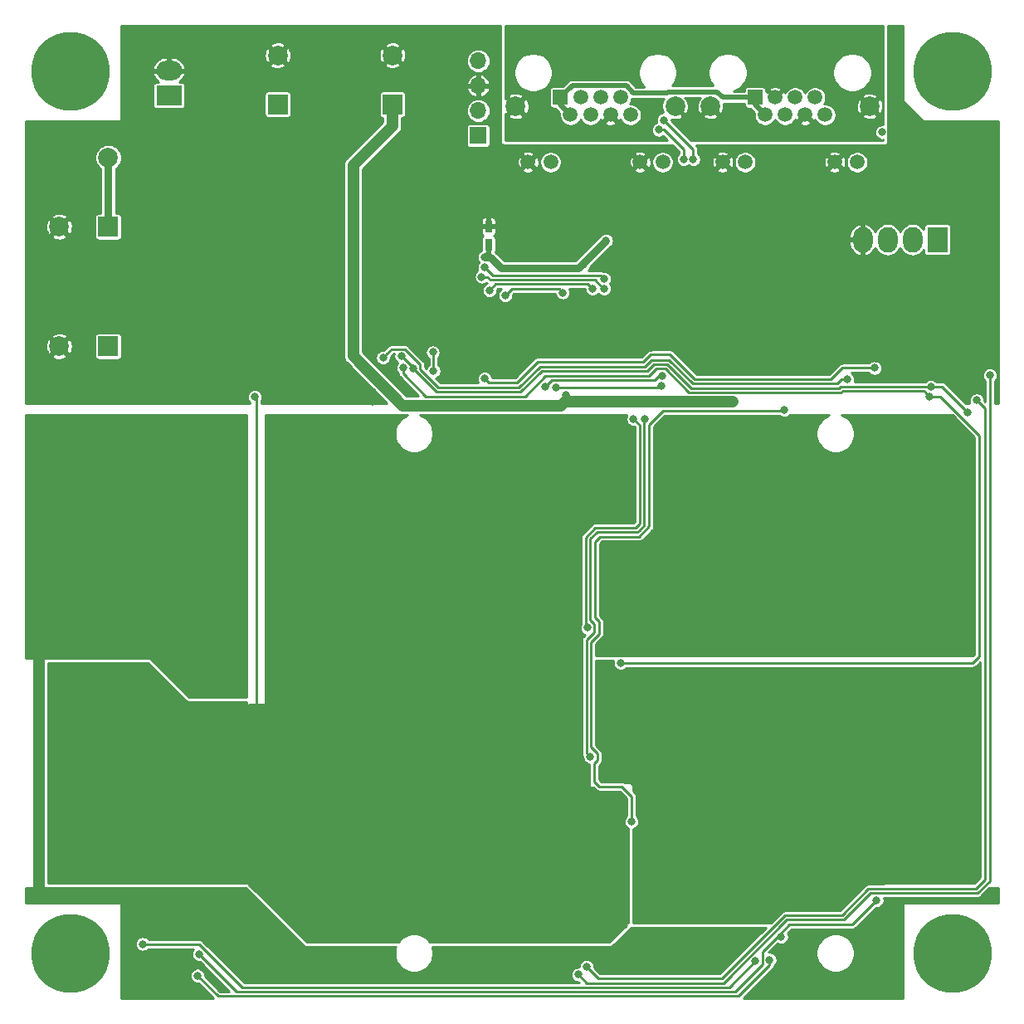
<source format=gbr>
G04 #@! TF.GenerationSoftware,KiCad,Pcbnew,(5.1.0-344-gd281f051e)*
G04 #@! TF.CreationDate,2019-04-25T22:00:11+09:00*
G04 #@! TF.ProjectId,driver,64726976-6572-42e6-9b69-6361645f7063,rev?*
G04 #@! TF.SameCoordinates,Original*
G04 #@! TF.FileFunction,Copper,L2,Bot*
G04 #@! TF.FilePolarity,Positive*
%FSLAX46Y46*%
G04 Gerber Fmt 4.6, Leading zero omitted, Abs format (unit mm)*
G04 Created by KiCad (PCBNEW (5.1.0-344-gd281f051e)) date 2019-04-25 22:00:11*
%MOMM*%
%LPD*%
G04 APERTURE LIST*
%ADD10O,2.000000X2.600000*%
%ADD11R,2.000000X2.600000*%
%ADD12R,0.750000X1.200000*%
%ADD13R,2.600000X2.600000*%
%ADD14C,2.600000*%
%ADD15C,8.000000*%
%ADD16C,2.000000*%
%ADD17R,2.000000X2.000000*%
%ADD18R,1.700000X1.700000*%
%ADD19O,1.700000X1.700000*%
%ADD20R,2.600000X2.000000*%
%ADD21O,2.600000X2.000000*%
%ADD22C,1.500000*%
%ADD23R,1.500000X1.500000*%
%ADD24C,0.800000*%
%ADD25C,0.500000*%
%ADD26C,1.200000*%
%ADD27C,0.800000*%
%ADD28C,0.250000*%
%ADD29C,0.254000*%
G04 APERTURE END LIST*
D10*
X155780000Y-77200000D03*
X158320000Y-77200000D03*
X160860000Y-77200000D03*
D11*
X163400000Y-77200000D03*
D12*
X117600000Y-75850000D03*
X117600000Y-77750000D03*
D13*
X165000000Y-104840000D03*
D14*
X165000000Y-109920000D03*
X165000000Y-115000000D03*
X165000000Y-135080000D03*
X165000000Y-130000000D03*
D13*
X165000000Y-124920000D03*
D14*
X75000000Y-124920000D03*
X75000000Y-130000000D03*
D13*
X75000000Y-135080000D03*
X75000000Y-115080000D03*
D14*
X75000000Y-110000000D03*
X75000000Y-104920000D03*
D15*
X75000000Y-60000000D03*
X165000000Y-60000000D03*
X75000000Y-150000000D03*
X165000000Y-150000000D03*
D16*
X107800000Y-58400000D03*
D17*
X107800000Y-63400000D03*
X96100000Y-63400000D03*
D16*
X96100000Y-58400000D03*
X73800000Y-88100000D03*
D17*
X78800000Y-88100000D03*
X78800000Y-75900000D03*
D16*
X73800000Y-75900000D03*
D18*
X116550000Y-66590000D03*
D19*
X116550000Y-64050000D03*
X116550000Y-61510000D03*
X116550000Y-58970000D03*
D20*
X85000000Y-62500000D03*
D21*
X85000000Y-59960000D03*
D22*
X155220000Y-69300000D03*
X152930000Y-69300000D03*
X143790000Y-69300000D03*
X141500000Y-69300000D03*
D16*
X140230000Y-63590000D03*
X156490000Y-63590000D03*
D22*
X151940000Y-64480000D03*
X149900000Y-64480000D03*
X147860000Y-64480000D03*
X145820000Y-64480000D03*
X150920000Y-62700000D03*
X148880000Y-62700000D03*
X146840000Y-62700000D03*
D23*
X144800000Y-62700000D03*
X124950000Y-62700000D03*
D22*
X126990000Y-62700000D03*
X129030000Y-62700000D03*
X131070000Y-62700000D03*
X125970000Y-64480000D03*
X128010000Y-64480000D03*
X130050000Y-64480000D03*
X132090000Y-64480000D03*
D16*
X136640000Y-63590000D03*
X120380000Y-63590000D03*
D22*
X121650000Y-69300000D03*
X123940000Y-69300000D03*
X133080000Y-69300000D03*
X135370000Y-69300000D03*
D24*
X142500000Y-93750000D03*
X125500000Y-93025010D03*
D16*
X89500000Y-61000000D03*
X102000000Y-60750000D03*
X94500000Y-69500000D03*
X100000000Y-65750000D03*
X77750000Y-82000000D03*
X89000000Y-98000000D03*
X89000000Y-103000000D03*
X89000000Y-100500000D03*
X89000000Y-105500000D03*
X89000000Y-108000000D03*
X89000000Y-110500000D03*
X89000000Y-113000000D03*
X89000000Y-115500000D03*
X89000000Y-118000000D03*
X89000000Y-120500000D03*
X91500000Y-145500000D03*
X86500000Y-74750000D03*
X86750000Y-82750000D03*
X139500000Y-90000000D03*
X134100000Y-87600000D03*
D24*
X99500000Y-69400000D03*
X99500000Y-68200000D03*
X100600000Y-68200000D03*
X100600000Y-69200000D03*
X80400000Y-79500000D03*
X79600000Y-80800000D03*
X86000000Y-77100000D03*
X81400000Y-76000000D03*
X83600000Y-74600000D03*
X95300000Y-81200000D03*
X91000000Y-89600000D03*
X128600000Y-87500000D03*
X143800000Y-88700000D03*
X120100000Y-90800000D03*
X118300000Y-74300000D03*
X117100000Y-74300000D03*
X117100000Y-73100000D03*
X165500000Y-83500000D03*
X164400000Y-82600000D03*
D16*
X115000000Y-85000000D03*
X101300000Y-76900000D03*
X101300000Y-79200000D03*
X105700000Y-77800000D03*
X105700000Y-80100000D03*
D24*
X123700000Y-87000000D03*
D16*
X109700000Y-65500000D03*
X108700000Y-71100000D03*
X97100000Y-76100000D03*
X97100000Y-78200000D03*
X97100000Y-80300000D03*
X107500000Y-74900000D03*
D24*
X110400000Y-77600000D03*
X111600000Y-79300000D03*
X121300000Y-76200000D03*
X122100000Y-76200000D03*
X121300000Y-77000000D03*
X122100000Y-77000000D03*
X123600000Y-79100000D03*
X121900000Y-83100000D03*
X122700000Y-83100000D03*
X122600000Y-86600000D03*
X157100000Y-89300000D03*
X165500000Y-82600000D03*
X120100000Y-89900000D03*
X124600000Y-88500000D03*
X150700000Y-90100000D03*
X140300000Y-149900000D03*
X122712660Y-79112660D03*
X131000000Y-70750000D03*
X157750000Y-66250000D03*
X160750000Y-65500000D03*
X129486456Y-79149988D03*
X159800000Y-79800000D03*
X161200000Y-91400000D03*
D16*
X81506378Y-66756378D03*
D24*
X96000000Y-85900000D03*
X96900000Y-86600000D03*
X98500000Y-88600000D03*
X98500000Y-87700000D03*
X102600000Y-91000000D03*
X146300000Y-152900000D03*
X148300000Y-153700000D03*
X134200000Y-149700000D03*
X92000000Y-88100000D03*
X156000000Y-89300000D03*
X105766518Y-92733482D03*
X105766518Y-93700000D03*
D16*
X105700000Y-82400000D03*
X106700000Y-85000000D03*
X116389257Y-89984482D03*
X73800000Y-67600000D03*
D24*
X117200000Y-79000000D03*
X129600000Y-77300000D03*
X88087339Y-150112659D03*
X127250000Y-79750000D03*
X157200000Y-144624979D03*
D16*
X78800000Y-68850000D03*
D24*
X147462653Y-148362653D03*
X119300000Y-82900000D03*
X125187343Y-82612663D03*
X112000000Y-90599967D03*
X111927814Y-88699945D03*
X128000000Y-130000000D03*
X133519082Y-95522671D03*
X132200000Y-136600000D03*
X147800000Y-94600000D03*
X127700000Y-116800000D03*
X132400002Y-95500000D03*
X131500000Y-113500000D03*
X130500000Y-114500000D03*
X131500000Y-114500000D03*
X130500000Y-113500000D03*
X130500000Y-112500000D03*
X131500000Y-112500000D03*
X131500000Y-115500000D03*
X130500000Y-115500000D03*
X129500000Y-115500000D03*
X129500000Y-114500000D03*
X129500000Y-113500000D03*
X129500000Y-112500000D03*
X129500000Y-111500000D03*
X130500000Y-111500000D03*
X131500000Y-111500000D03*
D16*
X130000000Y-109000000D03*
X133000000Y-109000000D03*
X136000000Y-109000000D03*
X136000000Y-109000000D03*
X136000000Y-109000000D03*
X139000000Y-109000000D03*
X136000000Y-112000000D03*
X136000000Y-115000000D03*
X136000000Y-118000000D03*
X133000000Y-118000000D03*
X139000000Y-118000000D03*
X139000000Y-115000000D03*
X139000000Y-112000000D03*
X142000000Y-115000000D03*
X142000000Y-118000000D03*
X142000000Y-109000000D03*
X142000000Y-112000000D03*
D24*
X131000000Y-126500000D03*
X131000000Y-127500000D03*
X130000000Y-127500000D03*
X130000000Y-126500000D03*
X130000000Y-125500000D03*
X131000000Y-125500000D03*
X132000000Y-126500000D03*
X132000000Y-125500000D03*
X132000000Y-124500000D03*
X132000000Y-127500000D03*
X129000000Y-124500000D03*
X129000000Y-125500000D03*
X129000000Y-126500000D03*
X129000000Y-127500000D03*
X129000000Y-128500000D03*
X130000000Y-128500000D03*
X131000000Y-128500000D03*
X132000000Y-128500000D03*
D16*
X130000000Y-131000000D03*
X133000000Y-131000000D03*
X136000000Y-131000000D03*
X139000000Y-131000000D03*
X142000000Y-131000000D03*
X142000000Y-128000000D03*
X142000000Y-125000000D03*
X142000000Y-122000000D03*
X139000000Y-122000000D03*
X136000000Y-122000000D03*
X133000000Y-122000000D03*
X136000000Y-125000000D03*
X136000000Y-128000000D03*
X139000000Y-128000000D03*
X139000000Y-125000000D03*
D24*
X131000000Y-124500000D03*
X130000000Y-124500000D03*
X130000000Y-140000000D03*
X130000000Y-141000000D03*
X129000000Y-141000000D03*
X129000000Y-140000000D03*
X129000000Y-139000000D03*
X129000000Y-138000000D03*
X130000000Y-138000000D03*
X131000000Y-138000000D03*
X131000000Y-140000000D03*
X131000000Y-141000000D03*
X131000000Y-142000000D03*
X130000000Y-142000000D03*
X129000000Y-142000000D03*
X128000000Y-142000000D03*
X128000000Y-141000000D03*
X128000000Y-140000000D03*
X128000000Y-139000000D03*
X128000000Y-138000000D03*
X130000000Y-100000000D03*
X130000000Y-101000000D03*
X129000000Y-101000000D03*
X129000000Y-100000000D03*
X129000000Y-99000000D03*
X130000000Y-99000000D03*
X131000000Y-99000000D03*
X131000000Y-100000000D03*
X131000000Y-101000000D03*
X131000000Y-102000000D03*
X130000000Y-102000000D03*
X129000000Y-102000000D03*
X128000000Y-102000000D03*
X128000000Y-101000000D03*
X128000000Y-100000000D03*
X128000000Y-99000000D03*
X128000000Y-98000000D03*
X129000000Y-98000000D03*
X130000000Y-98000000D03*
X131000000Y-98000000D03*
D16*
X130000000Y-96500000D03*
X127000000Y-96500000D03*
X124000000Y-96500000D03*
X121000000Y-96500000D03*
X118000000Y-96500000D03*
X118000000Y-99000000D03*
X118000000Y-102000000D03*
X118000000Y-105000000D03*
X121000000Y-105000000D03*
X124000000Y-105000000D03*
X127000000Y-105000000D03*
X130000000Y-105000000D03*
X121000000Y-102000000D03*
X121000000Y-99000000D03*
X124000000Y-99000000D03*
X124000000Y-102000000D03*
X130000000Y-136000000D03*
X127000000Y-136000000D03*
X124000000Y-136000000D03*
X121000000Y-136000000D03*
X118000000Y-136000000D03*
X121000000Y-139000000D03*
X118000000Y-139000000D03*
X118000000Y-142000000D03*
X121000000Y-142000000D03*
X121000000Y-145000000D03*
X118000000Y-145000000D03*
X124000000Y-145000000D03*
X127000000Y-145000000D03*
X130000000Y-145000000D03*
X115000000Y-136000000D03*
X115000000Y-139000000D03*
X115000000Y-142000000D03*
X115000000Y-145000000D03*
X99000000Y-129000000D03*
X102000000Y-128000000D03*
X97000000Y-127000000D03*
X104000000Y-130000000D03*
X96000000Y-130000000D03*
X98000000Y-132000000D03*
X94000000Y-128000000D03*
X111000000Y-133000000D03*
X107000000Y-129000000D03*
X108000000Y-134000000D03*
X100000000Y-126000000D03*
X103000000Y-133000000D03*
X101000000Y-131000000D03*
X112000000Y-130000000D03*
X114000000Y-132000000D03*
X109000000Y-131000000D03*
X106000000Y-132000000D03*
X105000000Y-135000000D03*
X102000000Y-136000000D03*
X100000000Y-134000000D03*
D24*
X130000000Y-139000000D03*
X131000000Y-139000000D03*
X93750000Y-93250000D03*
X135300000Y-91100000D03*
X123362335Y-92237665D03*
X135253882Y-92098948D03*
X124449990Y-92300000D03*
X116900000Y-81000000D03*
X129399998Y-82200011D03*
X117700000Y-82400000D03*
X128226684Y-82229531D03*
X135500000Y-65000000D03*
X138500000Y-69000000D03*
X135000000Y-66000000D03*
X137500000Y-69000000D03*
X131100000Y-120400000D03*
X162600000Y-93200000D03*
X108900000Y-90300000D03*
X166500000Y-94800000D03*
X162725010Y-92200000D03*
X109900000Y-90374989D03*
X108712653Y-89087347D03*
X117187342Y-80012661D03*
X129400000Y-81200002D03*
X106837347Y-89262653D03*
X154200000Y-91475000D03*
X157000000Y-90300000D03*
X117200000Y-91391621D03*
X168750000Y-91050000D03*
X126800000Y-152200000D03*
X87900000Y-152300000D03*
X146280875Y-150685242D03*
X82300000Y-149075000D03*
X144830864Y-150830865D03*
X167400000Y-93600000D03*
X127600000Y-151400000D03*
D25*
X125500000Y-93650000D02*
X125400000Y-93750000D01*
X125500000Y-93025010D02*
X125500000Y-93650000D01*
D26*
X142500000Y-93750000D02*
X125400000Y-93750000D01*
X125024967Y-94125033D02*
X125400000Y-93750000D01*
X103800000Y-89069892D02*
X108855141Y-94125033D01*
X108855141Y-94125033D02*
X125024967Y-94125033D01*
X107800000Y-63400000D02*
X107800000Y-65600000D01*
X103800000Y-69600000D02*
X103800000Y-89069892D01*
X107800000Y-65600000D02*
X103800000Y-69600000D01*
X71700000Y-119300000D02*
X71700000Y-143800000D01*
X75000000Y-115080000D02*
X75000000Y-116000000D01*
X75000000Y-116000000D02*
X71700000Y-119300000D01*
D25*
X117600000Y-78600000D02*
X117200000Y-79000000D01*
X117600000Y-77750000D02*
X117600000Y-78600000D01*
D27*
X117765685Y-79000000D02*
X117200000Y-79000000D01*
X118890686Y-80125001D02*
X117765685Y-79000000D01*
X126774999Y-80125001D02*
X118890686Y-80125001D01*
X129600000Y-77300000D02*
X126774999Y-80125001D01*
D28*
X91924713Y-153950033D02*
X142784698Y-153950033D01*
X88087339Y-150112659D02*
X91924713Y-153950033D01*
X142784698Y-153950033D02*
X145555865Y-151178866D01*
X145555865Y-151178866D02*
X145555865Y-149844135D01*
D27*
X78800000Y-75900000D02*
X78800000Y-69200000D01*
X78800000Y-69200000D02*
X79000000Y-69000000D01*
D28*
X147400000Y-148300000D02*
X147462653Y-148362653D01*
X147400000Y-148000000D02*
X147400000Y-148300000D01*
X145555865Y-149844135D02*
X147400000Y-148000000D01*
X154724979Y-147100000D02*
X157200000Y-144624979D01*
X148300000Y-147100000D02*
X154724979Y-147100000D01*
X147400000Y-148000000D02*
X148300000Y-147100000D01*
X119987336Y-82212664D02*
X124787344Y-82212664D01*
X124787344Y-82212664D02*
X125187343Y-82612663D01*
X119300000Y-82900000D02*
X119987336Y-82212664D01*
X112000000Y-90599967D02*
X112000000Y-88772131D01*
X112000000Y-88772131D02*
X111927814Y-88699945D01*
X133000000Y-106836410D02*
X132936410Y-106900000D01*
X133500000Y-95541753D02*
X133519082Y-95522671D01*
X133000000Y-106836410D02*
X133500000Y-106336410D01*
X133500000Y-106336410D02*
X133500000Y-95541753D01*
X128686400Y-107050010D02*
X132786400Y-107050010D01*
X128000000Y-107736410D02*
X128686400Y-107050010D01*
X128000000Y-130000000D02*
X127600001Y-129600001D01*
X127600001Y-118073001D02*
X128425001Y-117248001D01*
X132786400Y-107050010D02*
X133000000Y-106836410D01*
X128425001Y-117248001D02*
X128425001Y-116451999D01*
X128425001Y-116451999D02*
X128000000Y-116026998D01*
X127600001Y-129600001D02*
X127600001Y-118073001D01*
X128000000Y-116026998D02*
X128000000Y-107736410D01*
X128450010Y-111600000D02*
X128450010Y-111349990D01*
X128450010Y-115750010D02*
X128450010Y-111600000D01*
X128875011Y-117434401D02*
X128875011Y-116175011D01*
X128050011Y-118259401D02*
X128875011Y-117434401D01*
X128050011Y-128977009D02*
X128050011Y-118259401D01*
X128725001Y-129651999D02*
X128050011Y-128977009D01*
X128725001Y-130348001D02*
X128725001Y-129651999D01*
X128400000Y-130673002D02*
X128725001Y-130348001D01*
X131200000Y-133000000D02*
X128900000Y-133000000D01*
X128400000Y-132500000D02*
X128400000Y-130673002D01*
X128875011Y-116175011D02*
X128450010Y-115750010D01*
X132200000Y-134000000D02*
X131200000Y-133000000D01*
X132200000Y-136600000D02*
X132200000Y-134000000D01*
X128900000Y-133000000D02*
X128400000Y-132500000D01*
X128450010Y-108049990D02*
X128450010Y-111600000D01*
X128999980Y-107500020D02*
X128450010Y-108049990D01*
X147700000Y-94700000D02*
X135400000Y-94700000D01*
X147800000Y-94600000D02*
X147700000Y-94700000D01*
X135400000Y-94700000D02*
X134000000Y-96100000D01*
X134000000Y-96100000D02*
X134000000Y-106472820D01*
X134000000Y-106472820D02*
X132972801Y-107500019D01*
X132972801Y-107500019D02*
X128999980Y-107500020D01*
X133000000Y-96099998D02*
X132400002Y-95500000D01*
X127500000Y-116600000D02*
X127500000Y-107600000D01*
X127700000Y-116800000D02*
X127500000Y-116600000D01*
X128500000Y-106600000D02*
X132600000Y-106600000D01*
X127500000Y-107600000D02*
X128500000Y-106600000D01*
X132600000Y-106600000D02*
X133000000Y-106200000D01*
X133000000Y-106200000D02*
X133000000Y-96099998D01*
X93900000Y-124750000D02*
X93900000Y-94500000D01*
X93500000Y-124750000D02*
X93900000Y-124750000D01*
X93900000Y-94500000D02*
X93900000Y-93400000D01*
X93900000Y-93400000D02*
X93750000Y-93250000D01*
X123762334Y-91837666D02*
X123362335Y-92237665D01*
X124025001Y-91574999D02*
X123762334Y-91837666D01*
X134525001Y-91574999D02*
X124025001Y-91574999D01*
X135300000Y-91100000D02*
X135000000Y-91100000D01*
X135000000Y-91100000D02*
X134525001Y-91574999D01*
X135052830Y-92300000D02*
X124449990Y-92300000D01*
X135253882Y-92098948D02*
X135052830Y-92300000D01*
X117465685Y-81000000D02*
X117765707Y-81300022D01*
X117765707Y-81300022D02*
X128427020Y-81300022D01*
X116900000Y-81000000D02*
X117465685Y-81000000D01*
X128427020Y-81300022D02*
X129327009Y-82200011D01*
X129327009Y-82200011D02*
X129399998Y-82200011D01*
X127826685Y-81829532D02*
X128226684Y-82229531D01*
X117700000Y-82400000D02*
X118349967Y-81750033D01*
X127747186Y-81750033D02*
X127826685Y-81829532D01*
X118349967Y-81750033D02*
X127747186Y-81750033D01*
X138500000Y-68000000D02*
X138500000Y-68434315D01*
X138500000Y-68434315D02*
X138500000Y-69000000D01*
X135500000Y-65000000D02*
X138500000Y-68000000D01*
X137500000Y-68000000D02*
X137500000Y-69000000D01*
X135000000Y-66000000D02*
X135500000Y-66000000D01*
X135500000Y-66000000D02*
X137500000Y-68000000D01*
D25*
X124950000Y-63460000D02*
X125970000Y-64480000D01*
X124950000Y-62700000D02*
X124950000Y-63460000D01*
X144800000Y-63460000D02*
X145820000Y-64480000D01*
X144800000Y-62700000D02*
X144800000Y-63460000D01*
X126150001Y-61499999D02*
X124950000Y-62700000D01*
X131646001Y-61499999D02*
X126150001Y-61499999D01*
X132381003Y-62235001D02*
X131646001Y-61499999D01*
X135856001Y-62235001D02*
X132381003Y-62235001D01*
X135951003Y-62139999D02*
X135856001Y-62235001D01*
X140926001Y-62139999D02*
X135951003Y-62139999D01*
X141486002Y-62700000D02*
X140926001Y-62139999D01*
X144800000Y-62700000D02*
X141486002Y-62700000D01*
D28*
X167000000Y-120400000D02*
X167700000Y-119700000D01*
X131100000Y-120400000D02*
X167000000Y-120400000D01*
X167700000Y-119700000D02*
X167700000Y-97200000D01*
X163700000Y-93200000D02*
X162600000Y-93200000D01*
X164650000Y-94150000D02*
X163700000Y-93200000D01*
X167700000Y-97200000D02*
X164650000Y-94150000D01*
X108900000Y-90865685D02*
X111234337Y-93200022D01*
X134700002Y-90375000D02*
X135648002Y-90375000D01*
X108900000Y-90300000D02*
X108900000Y-90865685D01*
X134024992Y-91050009D02*
X134700002Y-90375000D01*
X153582115Y-92800022D02*
X153732126Y-92650011D01*
X123426998Y-91100000D02*
X133974999Y-91100000D01*
X162200001Y-92800001D02*
X162600000Y-93200000D01*
X135648002Y-90375000D02*
X138073023Y-92800022D01*
X162050011Y-92650011D02*
X162200001Y-92800001D01*
X138073023Y-92800022D02*
X153582115Y-92800022D01*
X121326976Y-93200022D02*
X123426998Y-91100000D01*
X133974999Y-91100000D02*
X134024992Y-91050009D01*
X111234337Y-93200022D02*
X121326976Y-93200022D01*
X153732126Y-92650011D02*
X162050011Y-92650011D01*
X166500000Y-94800000D02*
X163900000Y-92200000D01*
X163900000Y-92200000D02*
X163600000Y-92200000D01*
X163600000Y-92200000D02*
X162200000Y-92200000D01*
X162200000Y-92200000D02*
X162725010Y-92200000D01*
X109900000Y-90274694D02*
X109900000Y-90374989D01*
X108712653Y-89087347D02*
X109900000Y-90274694D01*
X109900000Y-90374989D02*
X112275022Y-92750011D01*
X123036412Y-90599999D02*
X133838591Y-90599999D01*
X153545726Y-92200000D02*
X161670726Y-92200000D01*
X133838591Y-90599999D02*
X134513602Y-89924989D01*
X112275022Y-92750011D02*
X120886400Y-92750011D01*
X120886400Y-92750011D02*
X123036412Y-90599999D01*
X134513602Y-89924989D02*
X135834402Y-89924989D01*
X161670726Y-92200000D02*
X162200000Y-92200000D01*
X153395715Y-92350011D02*
X153545726Y-92200000D01*
X138259423Y-92350011D02*
X153395715Y-92350011D01*
X135834402Y-89924989D02*
X138259423Y-92350011D01*
X118024692Y-80850011D02*
X129050009Y-80850011D01*
X129050009Y-80850011D02*
X129400000Y-81200002D01*
X117187342Y-80012661D02*
X118024692Y-80850011D01*
X107237346Y-88862654D02*
X106837347Y-89262653D01*
X107737654Y-88362346D02*
X107237346Y-88862654D01*
X110625001Y-89926693D02*
X109060654Y-88362346D01*
X110625001Y-90425001D02*
X110625001Y-89926693D01*
X112500000Y-92300000D02*
X110625001Y-90425001D01*
X122850009Y-90149991D02*
X120700000Y-92300000D01*
X133586420Y-90149991D02*
X122850009Y-90149991D01*
X154200000Y-91475000D02*
X153634315Y-91475000D01*
X153634315Y-91475000D02*
X153209315Y-91900000D01*
X138445823Y-91900000D02*
X136020801Y-89474978D01*
X134261433Y-89474978D02*
X133586420Y-90149991D01*
X109060654Y-88362346D02*
X107737654Y-88362346D01*
X120700000Y-92300000D02*
X112500000Y-92300000D01*
X153209315Y-91900000D02*
X138445823Y-91900000D01*
X136020801Y-89474978D02*
X134261433Y-89474978D01*
X133400020Y-89699980D02*
X122600020Y-89699980D01*
X152550010Y-91449990D02*
X138649990Y-91449990D01*
X117599999Y-91791620D02*
X117200000Y-91391621D01*
X134174999Y-88925001D02*
X133400020Y-89699980D01*
X120508380Y-91791620D02*
X117599999Y-91791620D01*
X136125001Y-88925001D02*
X134174999Y-88925001D01*
X157000000Y-90300000D02*
X153700000Y-90300000D01*
X138649990Y-91449990D02*
X136125001Y-88925001D01*
X153700000Y-90300000D02*
X152550010Y-91449990D01*
X122600020Y-89699980D02*
X120508380Y-91791620D01*
X148036412Y-146600000D02*
X141586400Y-153050011D01*
X153850000Y-146600000D02*
X148036412Y-146600000D01*
X127650011Y-153050011D02*
X126800000Y-152200000D01*
X141586400Y-153050011D02*
X127650011Y-153050011D01*
X156550023Y-143899977D02*
X153850000Y-146600000D01*
X168750000Y-142636410D02*
X168750000Y-142450000D01*
X167486435Y-143899975D02*
X168750000Y-142636410D01*
X157100023Y-143899977D02*
X167486435Y-143899975D01*
X157100023Y-143899977D02*
X156550023Y-143899977D01*
X168750000Y-91050000D02*
X168750000Y-142450000D01*
X90000044Y-154400044D02*
X143131758Y-154400044D01*
X143131758Y-154400044D02*
X146280875Y-151250927D01*
X87900000Y-152300000D02*
X90000044Y-154400044D01*
X146280875Y-151250927D02*
X146280875Y-150685242D01*
X92500022Y-153500022D02*
X88075000Y-149075000D01*
X88075000Y-149075000D02*
X82300000Y-149075000D01*
X142161707Y-153500022D02*
X92500022Y-153500022D01*
X144830864Y-150830865D02*
X142161707Y-153500022D01*
X168249989Y-94449989D02*
X167799999Y-93999999D01*
X168249989Y-142500011D02*
X168249989Y-94449989D01*
X167300034Y-143449966D02*
X168249989Y-142500011D01*
X153663600Y-146149990D02*
X156363624Y-143449966D01*
X147850012Y-146149990D02*
X153663600Y-146149990D01*
X167799999Y-93999999D02*
X167400000Y-93600000D01*
X141400000Y-152600000D02*
X147850012Y-146149990D01*
X156363624Y-143449966D02*
X167300034Y-143449966D01*
X128800000Y-152600000D02*
X141400000Y-152600000D01*
X127600000Y-151400000D02*
X128800000Y-152600000D01*
D29*
G36*
X152063539Y-95248005D02*
G01*
X151739736Y-95464364D01*
X151464364Y-95739736D01*
X151248005Y-96063539D01*
X151098975Y-96423330D01*
X151023000Y-96805282D01*
X151023000Y-97194718D01*
X151098975Y-97576670D01*
X151248005Y-97936461D01*
X151464364Y-98260264D01*
X151739736Y-98535636D01*
X152063539Y-98751995D01*
X152423330Y-98901025D01*
X152805282Y-98977000D01*
X153194718Y-98977000D01*
X153576670Y-98901025D01*
X153936461Y-98751995D01*
X154260264Y-98535636D01*
X154535636Y-98260264D01*
X154751995Y-97936461D01*
X154901025Y-97576670D01*
X154977000Y-97194718D01*
X154977000Y-96805282D01*
X154901025Y-96423330D01*
X154751995Y-96063539D01*
X154535636Y-95739736D01*
X154260264Y-95464364D01*
X153936461Y-95248005D01*
X153644328Y-95127000D01*
X164917066Y-95127000D01*
X167198001Y-97407936D01*
X167198000Y-119492065D01*
X167067065Y-119623000D01*
X128552011Y-119623000D01*
X128552011Y-118467335D01*
X129212549Y-117806798D01*
X129231695Y-117791085D01*
X129294428Y-117714646D01*
X129341042Y-117627437D01*
X129369747Y-117532810D01*
X129377011Y-117459054D01*
X129377011Y-117459045D01*
X129379438Y-117434402D01*
X129377011Y-117409759D01*
X129377011Y-116199653D01*
X129379438Y-116175010D01*
X129377011Y-116150367D01*
X129377011Y-116150358D01*
X129369747Y-116076602D01*
X129341042Y-115981975D01*
X129294428Y-115894766D01*
X129278750Y-115875663D01*
X129247410Y-115837475D01*
X129247408Y-115837473D01*
X129231695Y-115818327D01*
X129212549Y-115802614D01*
X128952010Y-115542076D01*
X128952010Y-108257924D01*
X129207915Y-108002020D01*
X132948148Y-108002018D01*
X132972801Y-108004446D01*
X133071210Y-107994754D01*
X133165837Y-107966049D01*
X133253046Y-107919435D01*
X133310336Y-107872418D01*
X133310339Y-107872415D01*
X133329485Y-107856702D01*
X133345198Y-107837556D01*
X134337543Y-106845213D01*
X134356684Y-106829504D01*
X134372392Y-106810364D01*
X134372400Y-106810356D01*
X134419417Y-106753066D01*
X134459748Y-106677611D01*
X134466031Y-106665856D01*
X134494736Y-106571229D01*
X134502000Y-106497473D01*
X134502000Y-106497463D01*
X134504427Y-106472820D01*
X134502000Y-106448177D01*
X134502000Y-96307934D01*
X135607935Y-95202000D01*
X147303155Y-95202000D01*
X147304691Y-95203536D01*
X147431952Y-95288569D01*
X147573357Y-95347141D01*
X147723472Y-95377000D01*
X147876528Y-95377000D01*
X148026643Y-95347141D01*
X148168048Y-95288569D01*
X148295309Y-95203536D01*
X148371845Y-95127000D01*
X152355672Y-95127000D01*
X152063539Y-95248005D01*
X152063539Y-95248005D01*
G37*
X152063539Y-95248005D02*
X151739736Y-95464364D01*
X151464364Y-95739736D01*
X151248005Y-96063539D01*
X151098975Y-96423330D01*
X151023000Y-96805282D01*
X151023000Y-97194718D01*
X151098975Y-97576670D01*
X151248005Y-97936461D01*
X151464364Y-98260264D01*
X151739736Y-98535636D01*
X152063539Y-98751995D01*
X152423330Y-98901025D01*
X152805282Y-98977000D01*
X153194718Y-98977000D01*
X153576670Y-98901025D01*
X153936461Y-98751995D01*
X154260264Y-98535636D01*
X154535636Y-98260264D01*
X154751995Y-97936461D01*
X154901025Y-97576670D01*
X154977000Y-97194718D01*
X154977000Y-96805282D01*
X154901025Y-96423330D01*
X154751995Y-96063539D01*
X154535636Y-95739736D01*
X154260264Y-95464364D01*
X153936461Y-95248005D01*
X153644328Y-95127000D01*
X164917066Y-95127000D01*
X167198001Y-97407936D01*
X167198000Y-119492065D01*
X167067065Y-119623000D01*
X128552011Y-119623000D01*
X128552011Y-118467335D01*
X129212549Y-117806798D01*
X129231695Y-117791085D01*
X129294428Y-117714646D01*
X129341042Y-117627437D01*
X129369747Y-117532810D01*
X129377011Y-117459054D01*
X129377011Y-117459045D01*
X129379438Y-117434402D01*
X129377011Y-117409759D01*
X129377011Y-116199653D01*
X129379438Y-116175010D01*
X129377011Y-116150367D01*
X129377011Y-116150358D01*
X129369747Y-116076602D01*
X129341042Y-115981975D01*
X129294428Y-115894766D01*
X129278750Y-115875663D01*
X129247410Y-115837475D01*
X129247408Y-115837473D01*
X129231695Y-115818327D01*
X129212549Y-115802614D01*
X128952010Y-115542076D01*
X128952010Y-108257924D01*
X129207915Y-108002020D01*
X132948148Y-108002018D01*
X132972801Y-108004446D01*
X133071210Y-107994754D01*
X133165837Y-107966049D01*
X133253046Y-107919435D01*
X133310336Y-107872418D01*
X133310339Y-107872415D01*
X133329485Y-107856702D01*
X133345198Y-107837556D01*
X134337543Y-106845213D01*
X134356684Y-106829504D01*
X134372392Y-106810364D01*
X134372400Y-106810356D01*
X134419417Y-106753066D01*
X134459748Y-106677611D01*
X134466031Y-106665856D01*
X134494736Y-106571229D01*
X134502000Y-106497473D01*
X134502000Y-106497463D01*
X134504427Y-106472820D01*
X134502000Y-106448177D01*
X134502000Y-96307934D01*
X135607935Y-95202000D01*
X147303155Y-95202000D01*
X147304691Y-95203536D01*
X147431952Y-95288569D01*
X147573357Y-95347141D01*
X147723472Y-95377000D01*
X147876528Y-95377000D01*
X148026643Y-95347141D01*
X148168048Y-95288569D01*
X148295309Y-95203536D01*
X148371845Y-95127000D01*
X152355672Y-95127000D01*
X152063539Y-95248005D01*
G36*
X92873000Y-123873000D02*
G01*
X87052606Y-123873000D01*
X83089803Y-119910197D01*
X83070557Y-119894403D01*
X83048601Y-119882667D01*
X83024776Y-119875440D01*
X83000000Y-119873000D01*
X70377000Y-119873000D01*
X70377000Y-95127000D01*
X92873000Y-95127000D01*
X92873000Y-123873000D01*
X92873000Y-123873000D01*
G37*
X92873000Y-123873000D02*
X87052606Y-123873000D01*
X83089803Y-119910197D01*
X83070557Y-119894403D01*
X83048601Y-119882667D01*
X83024776Y-119875440D01*
X83000000Y-119873000D01*
X70377000Y-119873000D01*
X70377000Y-95127000D01*
X92873000Y-95127000D01*
X92873000Y-123873000D01*
G36*
X86733421Y-124266579D02*
G01*
X86790550Y-124313464D01*
X86855728Y-124348303D01*
X86926451Y-124369756D01*
X87000000Y-124377000D01*
X92873000Y-124377000D01*
X92873000Y-130000000D01*
X92875440Y-130024776D01*
X92882667Y-130048601D01*
X92894403Y-130070557D01*
X92910197Y-130089803D01*
X109910197Y-147089803D01*
X109929443Y-147105597D01*
X109951399Y-147117333D01*
X109975224Y-147124560D01*
X110000000Y-147127000D01*
X131693394Y-147127000D01*
X129947394Y-148873000D01*
X111624680Y-148873000D01*
X111535636Y-148739736D01*
X111260264Y-148464364D01*
X110936461Y-148248005D01*
X110576670Y-148098975D01*
X110194718Y-148023000D01*
X109805282Y-148023000D01*
X109423330Y-148098975D01*
X109063539Y-148248005D01*
X108739736Y-148464364D01*
X108464364Y-148739736D01*
X108375320Y-148873000D01*
X99052606Y-148873000D01*
X93089803Y-142910197D01*
X93070557Y-142894403D01*
X93048601Y-142882667D01*
X93024776Y-142875440D01*
X93000000Y-142873000D01*
X72677000Y-142873000D01*
X72677000Y-120377000D01*
X82843842Y-120377000D01*
X86733421Y-124266579D01*
X86733421Y-124266579D01*
G37*
X86733421Y-124266579D02*
X86790550Y-124313464D01*
X86855728Y-124348303D01*
X86926451Y-124369756D01*
X87000000Y-124377000D01*
X92873000Y-124377000D01*
X92873000Y-130000000D01*
X92875440Y-130024776D01*
X92882667Y-130048601D01*
X92894403Y-130070557D01*
X92910197Y-130089803D01*
X109910197Y-147089803D01*
X109929443Y-147105597D01*
X109951399Y-147117333D01*
X109975224Y-147124560D01*
X110000000Y-147127000D01*
X131693394Y-147127000D01*
X129947394Y-148873000D01*
X111624680Y-148873000D01*
X111535636Y-148739736D01*
X111260264Y-148464364D01*
X110936461Y-148248005D01*
X110576670Y-148098975D01*
X110194718Y-148023000D01*
X109805282Y-148023000D01*
X109423330Y-148098975D01*
X109063539Y-148248005D01*
X108739736Y-148464364D01*
X108464364Y-148739736D01*
X108375320Y-148873000D01*
X99052606Y-148873000D01*
X93089803Y-142910197D01*
X93070557Y-142894403D01*
X93048601Y-142882667D01*
X93024776Y-142875440D01*
X93000000Y-142873000D01*
X72677000Y-142873000D01*
X72677000Y-120377000D01*
X82843842Y-120377000D01*
X86733421Y-124266579D01*
G36*
X169623000Y-144873000D02*
G01*
X160000000Y-144873000D01*
X159975224Y-144875440D01*
X159951399Y-144882667D01*
X159929443Y-144894403D01*
X159910197Y-144910197D01*
X159894403Y-144929443D01*
X159882667Y-144951399D01*
X159875440Y-144975224D01*
X159873000Y-145000000D01*
X159873000Y-154623000D01*
X143618736Y-154623000D01*
X146618413Y-151623324D01*
X146637559Y-151607611D01*
X146700292Y-151531172D01*
X146746906Y-151443963D01*
X146775611Y-151349336D01*
X146782164Y-151282798D01*
X146884411Y-151180551D01*
X146969444Y-151053290D01*
X147028016Y-150911885D01*
X147057875Y-150761770D01*
X147057875Y-150608714D01*
X147028016Y-150458599D01*
X146969444Y-150317194D01*
X146884411Y-150189933D01*
X146776184Y-150081706D01*
X146648923Y-149996673D01*
X146507518Y-149938101D01*
X146357403Y-149908242D01*
X146204347Y-149908242D01*
X146201033Y-149908901D01*
X146304652Y-149805282D01*
X151023000Y-149805282D01*
X151023000Y-150194718D01*
X151098975Y-150576670D01*
X151248005Y-150936461D01*
X151464364Y-151260264D01*
X151739736Y-151535636D01*
X152063539Y-151751995D01*
X152423330Y-151901025D01*
X152805282Y-151977000D01*
X153194718Y-151977000D01*
X153576670Y-151901025D01*
X153936461Y-151751995D01*
X154260264Y-151535636D01*
X154535636Y-151260264D01*
X154751995Y-150936461D01*
X154901025Y-150576670D01*
X154977000Y-150194718D01*
X154977000Y-149805282D01*
X154901025Y-149423330D01*
X154751995Y-149063539D01*
X154535636Y-148739736D01*
X154260264Y-148464364D01*
X153936461Y-148248005D01*
X153576670Y-148098975D01*
X153194718Y-148023000D01*
X152805282Y-148023000D01*
X152423330Y-148098975D01*
X152063539Y-148248005D01*
X151739736Y-148464364D01*
X151464364Y-148739736D01*
X151248005Y-149063539D01*
X151098975Y-149423330D01*
X151023000Y-149805282D01*
X146304652Y-149805282D01*
X147073089Y-149036846D01*
X147094605Y-149051222D01*
X147236010Y-149109794D01*
X147386125Y-149139653D01*
X147539181Y-149139653D01*
X147689296Y-149109794D01*
X147830701Y-149051222D01*
X147957962Y-148966189D01*
X148066189Y-148857962D01*
X148151222Y-148730701D01*
X148209794Y-148589296D01*
X148239653Y-148439181D01*
X148239653Y-148286125D01*
X148209794Y-148136010D01*
X148151222Y-147994605D01*
X148136845Y-147973089D01*
X148507935Y-147602000D01*
X154700336Y-147602000D01*
X154724979Y-147604427D01*
X154749622Y-147602000D01*
X154749632Y-147602000D01*
X154823388Y-147594736D01*
X154918015Y-147566031D01*
X155005224Y-147519417D01*
X155081663Y-147456684D01*
X155097381Y-147437532D01*
X157132935Y-145401979D01*
X157276528Y-145401979D01*
X157426643Y-145372120D01*
X157568048Y-145313548D01*
X157695309Y-145228515D01*
X157803536Y-145120288D01*
X157888569Y-144993027D01*
X157947141Y-144851622D01*
X157977000Y-144701507D01*
X157977000Y-144548451D01*
X157947865Y-144401977D01*
X167461782Y-144401974D01*
X167486435Y-144404402D01*
X167584844Y-144394710D01*
X167679471Y-144366005D01*
X167766680Y-144319391D01*
X167823970Y-144272374D01*
X167823973Y-144272371D01*
X167843119Y-144256658D01*
X167858832Y-144237512D01*
X168719345Y-143377000D01*
X169623000Y-143377000D01*
X169623000Y-144873000D01*
X169623000Y-144873000D01*
G37*
X169623000Y-144873000D02*
X160000000Y-144873000D01*
X159975224Y-144875440D01*
X159951399Y-144882667D01*
X159929443Y-144894403D01*
X159910197Y-144910197D01*
X159894403Y-144929443D01*
X159882667Y-144951399D01*
X159875440Y-144975224D01*
X159873000Y-145000000D01*
X159873000Y-154623000D01*
X143618736Y-154623000D01*
X146618413Y-151623324D01*
X146637559Y-151607611D01*
X146700292Y-151531172D01*
X146746906Y-151443963D01*
X146775611Y-151349336D01*
X146782164Y-151282798D01*
X146884411Y-151180551D01*
X146969444Y-151053290D01*
X147028016Y-150911885D01*
X147057875Y-150761770D01*
X147057875Y-150608714D01*
X147028016Y-150458599D01*
X146969444Y-150317194D01*
X146884411Y-150189933D01*
X146776184Y-150081706D01*
X146648923Y-149996673D01*
X146507518Y-149938101D01*
X146357403Y-149908242D01*
X146204347Y-149908242D01*
X146201033Y-149908901D01*
X146304652Y-149805282D01*
X151023000Y-149805282D01*
X151023000Y-150194718D01*
X151098975Y-150576670D01*
X151248005Y-150936461D01*
X151464364Y-151260264D01*
X151739736Y-151535636D01*
X152063539Y-151751995D01*
X152423330Y-151901025D01*
X152805282Y-151977000D01*
X153194718Y-151977000D01*
X153576670Y-151901025D01*
X153936461Y-151751995D01*
X154260264Y-151535636D01*
X154535636Y-151260264D01*
X154751995Y-150936461D01*
X154901025Y-150576670D01*
X154977000Y-150194718D01*
X154977000Y-149805282D01*
X154901025Y-149423330D01*
X154751995Y-149063539D01*
X154535636Y-148739736D01*
X154260264Y-148464364D01*
X153936461Y-148248005D01*
X153576670Y-148098975D01*
X153194718Y-148023000D01*
X152805282Y-148023000D01*
X152423330Y-148098975D01*
X152063539Y-148248005D01*
X151739736Y-148464364D01*
X151464364Y-148739736D01*
X151248005Y-149063539D01*
X151098975Y-149423330D01*
X151023000Y-149805282D01*
X146304652Y-149805282D01*
X147073089Y-149036846D01*
X147094605Y-149051222D01*
X147236010Y-149109794D01*
X147386125Y-149139653D01*
X147539181Y-149139653D01*
X147689296Y-149109794D01*
X147830701Y-149051222D01*
X147957962Y-148966189D01*
X148066189Y-148857962D01*
X148151222Y-148730701D01*
X148209794Y-148589296D01*
X148239653Y-148439181D01*
X148239653Y-148286125D01*
X148209794Y-148136010D01*
X148151222Y-147994605D01*
X148136845Y-147973089D01*
X148507935Y-147602000D01*
X154700336Y-147602000D01*
X154724979Y-147604427D01*
X154749622Y-147602000D01*
X154749632Y-147602000D01*
X154823388Y-147594736D01*
X154918015Y-147566031D01*
X155005224Y-147519417D01*
X155081663Y-147456684D01*
X155097381Y-147437532D01*
X157132935Y-145401979D01*
X157276528Y-145401979D01*
X157426643Y-145372120D01*
X157568048Y-145313548D01*
X157695309Y-145228515D01*
X157803536Y-145120288D01*
X157888569Y-144993027D01*
X157947141Y-144851622D01*
X157977000Y-144701507D01*
X157977000Y-144548451D01*
X157947865Y-144401977D01*
X167461782Y-144401974D01*
X167486435Y-144404402D01*
X167584844Y-144394710D01*
X167679471Y-144366005D01*
X167766680Y-144319391D01*
X167823970Y-144272374D01*
X167823973Y-144272371D01*
X167843119Y-144256658D01*
X167858832Y-144237512D01*
X168719345Y-143377000D01*
X169623000Y-143377000D01*
X169623000Y-144873000D01*
G36*
X98733421Y-149266579D02*
G01*
X98790550Y-149313464D01*
X98855728Y-149348303D01*
X98926451Y-149369756D01*
X99000000Y-149377000D01*
X108118165Y-149377000D01*
X108098975Y-149423330D01*
X108023000Y-149805282D01*
X108023000Y-150194718D01*
X108098975Y-150576670D01*
X108248005Y-150936461D01*
X108464364Y-151260264D01*
X108739736Y-151535636D01*
X109063539Y-151751995D01*
X109423330Y-151901025D01*
X109805282Y-151977000D01*
X110194718Y-151977000D01*
X110576670Y-151901025D01*
X110936461Y-151751995D01*
X111260264Y-151535636D01*
X111535636Y-151260264D01*
X111751995Y-150936461D01*
X111901025Y-150576670D01*
X111977000Y-150194718D01*
X111977000Y-149805282D01*
X111901025Y-149423330D01*
X111881835Y-149377000D01*
X130000000Y-149377000D01*
X130073549Y-149369756D01*
X130144272Y-149348303D01*
X130209450Y-149313464D01*
X130266579Y-149266579D01*
X132156158Y-147377000D01*
X145913067Y-147377000D01*
X141192066Y-152098000D01*
X129007935Y-152098000D01*
X128377000Y-151467066D01*
X128377000Y-151323472D01*
X128347141Y-151173357D01*
X128288569Y-151031952D01*
X128203536Y-150904691D01*
X128095309Y-150796464D01*
X127968048Y-150711431D01*
X127826643Y-150652859D01*
X127676528Y-150623000D01*
X127523472Y-150623000D01*
X127373357Y-150652859D01*
X127231952Y-150711431D01*
X127104691Y-150796464D01*
X126996464Y-150904691D01*
X126911431Y-151031952D01*
X126852859Y-151173357D01*
X126823000Y-151323472D01*
X126823000Y-151423000D01*
X126723472Y-151423000D01*
X126573357Y-151452859D01*
X126431952Y-151511431D01*
X126304691Y-151596464D01*
X126196464Y-151704691D01*
X126111431Y-151831952D01*
X126052859Y-151973357D01*
X126023000Y-152123472D01*
X126023000Y-152276528D01*
X126052859Y-152426643D01*
X126111431Y-152568048D01*
X126196464Y-152695309D01*
X126304691Y-152803536D01*
X126431952Y-152888569D01*
X126573357Y-152947141D01*
X126723472Y-152977000D01*
X126867066Y-152977000D01*
X126888087Y-152998022D01*
X92707957Y-152998022D01*
X88447402Y-148737468D01*
X88431684Y-148718316D01*
X88355245Y-148655583D01*
X88268036Y-148608969D01*
X88173409Y-148580264D01*
X88099653Y-148573000D01*
X88099643Y-148573000D01*
X88075000Y-148570573D01*
X88050357Y-148573000D01*
X82896845Y-148573000D01*
X82795309Y-148471464D01*
X82668048Y-148386431D01*
X82526643Y-148327859D01*
X82376528Y-148298000D01*
X82223472Y-148298000D01*
X82073357Y-148327859D01*
X81931952Y-148386431D01*
X81804691Y-148471464D01*
X81696464Y-148579691D01*
X81611431Y-148706952D01*
X81552859Y-148848357D01*
X81523000Y-148998472D01*
X81523000Y-149151528D01*
X81552859Y-149301643D01*
X81611431Y-149443048D01*
X81696464Y-149570309D01*
X81804691Y-149678536D01*
X81931952Y-149763569D01*
X82073357Y-149822141D01*
X82223472Y-149852000D01*
X82376528Y-149852000D01*
X82526643Y-149822141D01*
X82668048Y-149763569D01*
X82795309Y-149678536D01*
X82896845Y-149577000D01*
X87524153Y-149577000D01*
X87483803Y-149617350D01*
X87398770Y-149744611D01*
X87340198Y-149886016D01*
X87310339Y-150036131D01*
X87310339Y-150189187D01*
X87340198Y-150339302D01*
X87398770Y-150480707D01*
X87483803Y-150607968D01*
X87592030Y-150716195D01*
X87719291Y-150801228D01*
X87860696Y-150859800D01*
X88010811Y-150889659D01*
X88154405Y-150889659D01*
X91162789Y-153898044D01*
X90207980Y-153898044D01*
X88677000Y-152367066D01*
X88677000Y-152223472D01*
X88647141Y-152073357D01*
X88588569Y-151931952D01*
X88503536Y-151804691D01*
X88395309Y-151696464D01*
X88268048Y-151611431D01*
X88126643Y-151552859D01*
X87976528Y-151523000D01*
X87823472Y-151523000D01*
X87673357Y-151552859D01*
X87531952Y-151611431D01*
X87404691Y-151696464D01*
X87296464Y-151804691D01*
X87211431Y-151931952D01*
X87152859Y-152073357D01*
X87123000Y-152223472D01*
X87123000Y-152376528D01*
X87152859Y-152526643D01*
X87211431Y-152668048D01*
X87296464Y-152795309D01*
X87404691Y-152903536D01*
X87531952Y-152988569D01*
X87673357Y-153047141D01*
X87823472Y-153077000D01*
X87967066Y-153077000D01*
X89513064Y-154623000D01*
X80127000Y-154623000D01*
X80127000Y-145000000D01*
X80124560Y-144975224D01*
X80117333Y-144951399D01*
X80105597Y-144929443D01*
X80089803Y-144910197D01*
X80070557Y-144894403D01*
X80048601Y-144882667D01*
X80024776Y-144875440D01*
X80000000Y-144873000D01*
X70377000Y-144873000D01*
X70377000Y-143377000D01*
X92843842Y-143377000D01*
X98733421Y-149266579D01*
X98733421Y-149266579D01*
G37*
X98733421Y-149266579D02*
X98790550Y-149313464D01*
X98855728Y-149348303D01*
X98926451Y-149369756D01*
X99000000Y-149377000D01*
X108118165Y-149377000D01*
X108098975Y-149423330D01*
X108023000Y-149805282D01*
X108023000Y-150194718D01*
X108098975Y-150576670D01*
X108248005Y-150936461D01*
X108464364Y-151260264D01*
X108739736Y-151535636D01*
X109063539Y-151751995D01*
X109423330Y-151901025D01*
X109805282Y-151977000D01*
X110194718Y-151977000D01*
X110576670Y-151901025D01*
X110936461Y-151751995D01*
X111260264Y-151535636D01*
X111535636Y-151260264D01*
X111751995Y-150936461D01*
X111901025Y-150576670D01*
X111977000Y-150194718D01*
X111977000Y-149805282D01*
X111901025Y-149423330D01*
X111881835Y-149377000D01*
X130000000Y-149377000D01*
X130073549Y-149369756D01*
X130144272Y-149348303D01*
X130209450Y-149313464D01*
X130266579Y-149266579D01*
X132156158Y-147377000D01*
X145913067Y-147377000D01*
X141192066Y-152098000D01*
X129007935Y-152098000D01*
X128377000Y-151467066D01*
X128377000Y-151323472D01*
X128347141Y-151173357D01*
X128288569Y-151031952D01*
X128203536Y-150904691D01*
X128095309Y-150796464D01*
X127968048Y-150711431D01*
X127826643Y-150652859D01*
X127676528Y-150623000D01*
X127523472Y-150623000D01*
X127373357Y-150652859D01*
X127231952Y-150711431D01*
X127104691Y-150796464D01*
X126996464Y-150904691D01*
X126911431Y-151031952D01*
X126852859Y-151173357D01*
X126823000Y-151323472D01*
X126823000Y-151423000D01*
X126723472Y-151423000D01*
X126573357Y-151452859D01*
X126431952Y-151511431D01*
X126304691Y-151596464D01*
X126196464Y-151704691D01*
X126111431Y-151831952D01*
X126052859Y-151973357D01*
X126023000Y-152123472D01*
X126023000Y-152276528D01*
X126052859Y-152426643D01*
X126111431Y-152568048D01*
X126196464Y-152695309D01*
X126304691Y-152803536D01*
X126431952Y-152888569D01*
X126573357Y-152947141D01*
X126723472Y-152977000D01*
X126867066Y-152977000D01*
X126888087Y-152998022D01*
X92707957Y-152998022D01*
X88447402Y-148737468D01*
X88431684Y-148718316D01*
X88355245Y-148655583D01*
X88268036Y-148608969D01*
X88173409Y-148580264D01*
X88099653Y-148573000D01*
X88099643Y-148573000D01*
X88075000Y-148570573D01*
X88050357Y-148573000D01*
X82896845Y-148573000D01*
X82795309Y-148471464D01*
X82668048Y-148386431D01*
X82526643Y-148327859D01*
X82376528Y-148298000D01*
X82223472Y-148298000D01*
X82073357Y-148327859D01*
X81931952Y-148386431D01*
X81804691Y-148471464D01*
X81696464Y-148579691D01*
X81611431Y-148706952D01*
X81552859Y-148848357D01*
X81523000Y-148998472D01*
X81523000Y-149151528D01*
X81552859Y-149301643D01*
X81611431Y-149443048D01*
X81696464Y-149570309D01*
X81804691Y-149678536D01*
X81931952Y-149763569D01*
X82073357Y-149822141D01*
X82223472Y-149852000D01*
X82376528Y-149852000D01*
X82526643Y-149822141D01*
X82668048Y-149763569D01*
X82795309Y-149678536D01*
X82896845Y-149577000D01*
X87524153Y-149577000D01*
X87483803Y-149617350D01*
X87398770Y-149744611D01*
X87340198Y-149886016D01*
X87310339Y-150036131D01*
X87310339Y-150189187D01*
X87340198Y-150339302D01*
X87398770Y-150480707D01*
X87483803Y-150607968D01*
X87592030Y-150716195D01*
X87719291Y-150801228D01*
X87860696Y-150859800D01*
X88010811Y-150889659D01*
X88154405Y-150889659D01*
X91162789Y-153898044D01*
X90207980Y-153898044D01*
X88677000Y-152367066D01*
X88677000Y-152223472D01*
X88647141Y-152073357D01*
X88588569Y-151931952D01*
X88503536Y-151804691D01*
X88395309Y-151696464D01*
X88268048Y-151611431D01*
X88126643Y-151552859D01*
X87976528Y-151523000D01*
X87823472Y-151523000D01*
X87673357Y-151552859D01*
X87531952Y-151611431D01*
X87404691Y-151696464D01*
X87296464Y-151804691D01*
X87211431Y-151931952D01*
X87152859Y-152073357D01*
X87123000Y-152223472D01*
X87123000Y-152376528D01*
X87152859Y-152526643D01*
X87211431Y-152668048D01*
X87296464Y-152795309D01*
X87404691Y-152903536D01*
X87531952Y-152988569D01*
X87673357Y-153047141D01*
X87823472Y-153077000D01*
X87967066Y-153077000D01*
X89513064Y-154623000D01*
X80127000Y-154623000D01*
X80127000Y-145000000D01*
X80124560Y-144975224D01*
X80117333Y-144951399D01*
X80105597Y-144929443D01*
X80089803Y-144910197D01*
X80070557Y-144894403D01*
X80048601Y-144882667D01*
X80024776Y-144875440D01*
X80000000Y-144873000D01*
X70377000Y-144873000D01*
X70377000Y-143377000D01*
X92843842Y-143377000D01*
X98733421Y-149266579D01*
G36*
X118823000Y-67200000D02*
G01*
X118830244Y-67273549D01*
X118851697Y-67344272D01*
X118886536Y-67409450D01*
X118933421Y-67466579D01*
X118990550Y-67513464D01*
X119055728Y-67548303D01*
X119126451Y-67569756D01*
X119200000Y-67577000D01*
X136367065Y-67577000D01*
X136998000Y-68207935D01*
X136998000Y-68403155D01*
X136896464Y-68504691D01*
X136811431Y-68631952D01*
X136752859Y-68773357D01*
X136723000Y-68923472D01*
X136723000Y-69076528D01*
X136752859Y-69226643D01*
X136811431Y-69368048D01*
X136896464Y-69495309D01*
X137004691Y-69603536D01*
X137131952Y-69688569D01*
X137273357Y-69747141D01*
X137423472Y-69777000D01*
X137576528Y-69777000D01*
X137726643Y-69747141D01*
X137868048Y-69688569D01*
X137995309Y-69603536D01*
X138000000Y-69598845D01*
X138004691Y-69603536D01*
X138131952Y-69688569D01*
X138273357Y-69747141D01*
X138423472Y-69777000D01*
X138576528Y-69777000D01*
X138726643Y-69747141D01*
X138868048Y-69688569D01*
X138995309Y-69603536D01*
X139103536Y-69495309D01*
X139178763Y-69382723D01*
X140370572Y-69382723D01*
X140408412Y-69601474D01*
X140488202Y-69808640D01*
X140514957Y-69858694D01*
X140681590Y-69938805D01*
X141320395Y-69300000D01*
X141679605Y-69300000D01*
X142318410Y-69938805D01*
X142485043Y-69858694D01*
X142575111Y-69655787D01*
X142623864Y-69439207D01*
X142629428Y-69217277D01*
X142624537Y-69189000D01*
X142663000Y-69189000D01*
X142663000Y-69411000D01*
X142706310Y-69628734D01*
X142791266Y-69833835D01*
X142914602Y-70018421D01*
X143071579Y-70175398D01*
X143256165Y-70298734D01*
X143461266Y-70383690D01*
X143679000Y-70427000D01*
X143901000Y-70427000D01*
X144118734Y-70383690D01*
X144323835Y-70298734D01*
X144508421Y-70175398D01*
X144565409Y-70118410D01*
X152291195Y-70118410D01*
X152371306Y-70285043D01*
X152574213Y-70375111D01*
X152790793Y-70423864D01*
X153012723Y-70429428D01*
X153231474Y-70391588D01*
X153438640Y-70311798D01*
X153488694Y-70285043D01*
X153568805Y-70118410D01*
X152930000Y-69479605D01*
X152291195Y-70118410D01*
X144565409Y-70118410D01*
X144665398Y-70018421D01*
X144788734Y-69833835D01*
X144873690Y-69628734D01*
X144917000Y-69411000D01*
X144917000Y-69382723D01*
X151800572Y-69382723D01*
X151838412Y-69601474D01*
X151918202Y-69808640D01*
X151944957Y-69858694D01*
X152111590Y-69938805D01*
X152750395Y-69300000D01*
X153109605Y-69300000D01*
X153748410Y-69938805D01*
X153915043Y-69858694D01*
X154005111Y-69655787D01*
X154053864Y-69439207D01*
X154059428Y-69217277D01*
X154054537Y-69189000D01*
X154093000Y-69189000D01*
X154093000Y-69411000D01*
X154136310Y-69628734D01*
X154221266Y-69833835D01*
X154344602Y-70018421D01*
X154501579Y-70175398D01*
X154686165Y-70298734D01*
X154891266Y-70383690D01*
X155109000Y-70427000D01*
X155331000Y-70427000D01*
X155548734Y-70383690D01*
X155753835Y-70298734D01*
X155938421Y-70175398D01*
X156095398Y-70018421D01*
X156218734Y-69833835D01*
X156303690Y-69628734D01*
X156347000Y-69411000D01*
X156347000Y-69189000D01*
X156303690Y-68971266D01*
X156218734Y-68766165D01*
X156095398Y-68581579D01*
X155938421Y-68424602D01*
X155753835Y-68301266D01*
X155548734Y-68216310D01*
X155331000Y-68173000D01*
X155109000Y-68173000D01*
X154891266Y-68216310D01*
X154686165Y-68301266D01*
X154501579Y-68424602D01*
X154344602Y-68581579D01*
X154221266Y-68766165D01*
X154136310Y-68971266D01*
X154093000Y-69189000D01*
X154054537Y-69189000D01*
X154021588Y-68998526D01*
X153941798Y-68791360D01*
X153915043Y-68741306D01*
X153748410Y-68661195D01*
X153109605Y-69300000D01*
X152750395Y-69300000D01*
X152111590Y-68661195D01*
X151944957Y-68741306D01*
X151854889Y-68944213D01*
X151806136Y-69160793D01*
X151800572Y-69382723D01*
X144917000Y-69382723D01*
X144917000Y-69189000D01*
X144873690Y-68971266D01*
X144788734Y-68766165D01*
X144665398Y-68581579D01*
X144565409Y-68481590D01*
X152291195Y-68481590D01*
X152930000Y-69120395D01*
X153568805Y-68481590D01*
X153488694Y-68314957D01*
X153285787Y-68224889D01*
X153069207Y-68176136D01*
X152847277Y-68170572D01*
X152628526Y-68208412D01*
X152421360Y-68288202D01*
X152371306Y-68314957D01*
X152291195Y-68481590D01*
X144565409Y-68481590D01*
X144508421Y-68424602D01*
X144323835Y-68301266D01*
X144118734Y-68216310D01*
X143901000Y-68173000D01*
X143679000Y-68173000D01*
X143461266Y-68216310D01*
X143256165Y-68301266D01*
X143071579Y-68424602D01*
X142914602Y-68581579D01*
X142791266Y-68766165D01*
X142706310Y-68971266D01*
X142663000Y-69189000D01*
X142624537Y-69189000D01*
X142591588Y-68998526D01*
X142511798Y-68791360D01*
X142485043Y-68741306D01*
X142318410Y-68661195D01*
X141679605Y-69300000D01*
X141320395Y-69300000D01*
X140681590Y-68661195D01*
X140514957Y-68741306D01*
X140424889Y-68944213D01*
X140376136Y-69160793D01*
X140370572Y-69382723D01*
X139178763Y-69382723D01*
X139188569Y-69368048D01*
X139247141Y-69226643D01*
X139277000Y-69076528D01*
X139277000Y-68923472D01*
X139247141Y-68773357D01*
X139188569Y-68631952D01*
X139103536Y-68504691D01*
X139080435Y-68481590D01*
X140861195Y-68481590D01*
X141500000Y-69120395D01*
X142138805Y-68481590D01*
X142058694Y-68314957D01*
X141855787Y-68224889D01*
X141639207Y-68176136D01*
X141417277Y-68170572D01*
X141198526Y-68208412D01*
X140991360Y-68288202D01*
X140941306Y-68314957D01*
X140861195Y-68481590D01*
X139080435Y-68481590D01*
X139002000Y-68403155D01*
X139002000Y-68024643D01*
X139004427Y-68000000D01*
X139002000Y-67975357D01*
X139002000Y-67975347D01*
X138994736Y-67901591D01*
X138966031Y-67806964D01*
X138938246Y-67754981D01*
X138919417Y-67719754D01*
X138872400Y-67662464D01*
X138872392Y-67662456D01*
X138856684Y-67643316D01*
X138837543Y-67627607D01*
X138786936Y-67577000D01*
X158000000Y-67577000D01*
X158073549Y-67569756D01*
X158144272Y-67548303D01*
X158209450Y-67513464D01*
X158266579Y-67466579D01*
X158313464Y-67409450D01*
X158348303Y-67344272D01*
X158369756Y-67273549D01*
X158377000Y-67200000D01*
X158377000Y-55377000D01*
X159873000Y-55377000D01*
X159873000Y-63000000D01*
X159875440Y-63024776D01*
X159882667Y-63048601D01*
X159894403Y-63070557D01*
X159910197Y-63089803D01*
X161910197Y-65089803D01*
X161929443Y-65105597D01*
X161951399Y-65117333D01*
X161975224Y-65124560D01*
X162000000Y-65127000D01*
X169623001Y-65127000D01*
X169623001Y-93873000D01*
X169252000Y-93873000D01*
X169252000Y-91646845D01*
X169353536Y-91545309D01*
X169438569Y-91418048D01*
X169497141Y-91276643D01*
X169527000Y-91126528D01*
X169527000Y-90973472D01*
X169497141Y-90823357D01*
X169438569Y-90681952D01*
X169353536Y-90554691D01*
X169245309Y-90446464D01*
X169118048Y-90361431D01*
X168976643Y-90302859D01*
X168826528Y-90273000D01*
X168673472Y-90273000D01*
X168523357Y-90302859D01*
X168381952Y-90361431D01*
X168254691Y-90446464D01*
X168146464Y-90554691D01*
X168061431Y-90681952D01*
X168002859Y-90823357D01*
X167973000Y-90973472D01*
X167973000Y-91126528D01*
X168002859Y-91276643D01*
X168061431Y-91418048D01*
X168146464Y-91545309D01*
X168248000Y-91646845D01*
X168248000Y-93738066D01*
X168177000Y-93667066D01*
X168177000Y-93523472D01*
X168147141Y-93373357D01*
X168088569Y-93231952D01*
X168003536Y-93104691D01*
X167895309Y-92996464D01*
X167768048Y-92911431D01*
X167626643Y-92852859D01*
X167476528Y-92823000D01*
X167323472Y-92823000D01*
X167173357Y-92852859D01*
X167031952Y-92911431D01*
X166904691Y-92996464D01*
X166796464Y-93104691D01*
X166711431Y-93231952D01*
X166652859Y-93373357D01*
X166623000Y-93523472D01*
X166623000Y-93676528D01*
X166652859Y-93826643D01*
X166672061Y-93873000D01*
X166282935Y-93873000D01*
X164272402Y-91862468D01*
X164256684Y-91843316D01*
X164180245Y-91780583D01*
X164093036Y-91733969D01*
X163998409Y-91705264D01*
X163924653Y-91698000D01*
X163924643Y-91698000D01*
X163900000Y-91695573D01*
X163875357Y-91698000D01*
X163321855Y-91698000D01*
X163220319Y-91596464D01*
X163093058Y-91511431D01*
X162951653Y-91452859D01*
X162801538Y-91423000D01*
X162648482Y-91423000D01*
X162498367Y-91452859D01*
X162356962Y-91511431D01*
X162229701Y-91596464D01*
X162128165Y-91698000D01*
X154947866Y-91698000D01*
X154977000Y-91551528D01*
X154977000Y-91398472D01*
X154947141Y-91248357D01*
X154888569Y-91106952D01*
X154803536Y-90979691D01*
X154695309Y-90871464D01*
X154591349Y-90802000D01*
X156403155Y-90802000D01*
X156504691Y-90903536D01*
X156631952Y-90988569D01*
X156773357Y-91047141D01*
X156923472Y-91077000D01*
X157076528Y-91077000D01*
X157226643Y-91047141D01*
X157368048Y-90988569D01*
X157495309Y-90903536D01*
X157603536Y-90795309D01*
X157688569Y-90668048D01*
X157747141Y-90526643D01*
X157777000Y-90376528D01*
X157777000Y-90223472D01*
X157747141Y-90073357D01*
X157688569Y-89931952D01*
X157603536Y-89804691D01*
X157495309Y-89696464D01*
X157368048Y-89611431D01*
X157226643Y-89552859D01*
X157076528Y-89523000D01*
X156923472Y-89523000D01*
X156773357Y-89552859D01*
X156631952Y-89611431D01*
X156504691Y-89696464D01*
X156403155Y-89798000D01*
X153724642Y-89798000D01*
X153699999Y-89795573D01*
X153675356Y-89798000D01*
X153675347Y-89798000D01*
X153601591Y-89805264D01*
X153506964Y-89833969D01*
X153419755Y-89880583D01*
X153419753Y-89880584D01*
X153419754Y-89880584D01*
X153363571Y-89926693D01*
X153343316Y-89943316D01*
X153327603Y-89962462D01*
X152342076Y-90947990D01*
X138857926Y-90947990D01*
X136497402Y-88587468D01*
X136481685Y-88568317D01*
X136405246Y-88505584D01*
X136318037Y-88458970D01*
X136223410Y-88430265D01*
X136149654Y-88423001D01*
X136149644Y-88423001D01*
X136125001Y-88420574D01*
X136100358Y-88423001D01*
X134199642Y-88423001D01*
X134174999Y-88420574D01*
X134150356Y-88423001D01*
X134150346Y-88423001D01*
X134076590Y-88430265D01*
X133981963Y-88458970D01*
X133894754Y-88505584D01*
X133894752Y-88505585D01*
X133894753Y-88505585D01*
X133837463Y-88552601D01*
X133837455Y-88552609D01*
X133818315Y-88568317D01*
X133802606Y-88587458D01*
X133192086Y-89197980D01*
X122624663Y-89197980D01*
X122600020Y-89195553D01*
X122575377Y-89197980D01*
X122575367Y-89197980D01*
X122501611Y-89205244D01*
X122406984Y-89233949D01*
X122366388Y-89255648D01*
X122319774Y-89280563D01*
X122262484Y-89327580D01*
X122262476Y-89327588D01*
X122243336Y-89343296D01*
X122227627Y-89362437D01*
X120300446Y-91289620D01*
X117971933Y-91289620D01*
X117947141Y-91164978D01*
X117888569Y-91023573D01*
X117803536Y-90896312D01*
X117695309Y-90788085D01*
X117568048Y-90703052D01*
X117426643Y-90644480D01*
X117276528Y-90614621D01*
X117123472Y-90614621D01*
X116973357Y-90644480D01*
X116831952Y-90703052D01*
X116704691Y-90788085D01*
X116596464Y-90896312D01*
X116511431Y-91023573D01*
X116452859Y-91164978D01*
X116423000Y-91315093D01*
X116423000Y-91468149D01*
X116452859Y-91618264D01*
X116511431Y-91759669D01*
X116537043Y-91798000D01*
X112707935Y-91798000D01*
X112248139Y-91338204D01*
X112368048Y-91288536D01*
X112495309Y-91203503D01*
X112603536Y-91095276D01*
X112688569Y-90968015D01*
X112747141Y-90826610D01*
X112777000Y-90676495D01*
X112777000Y-90523439D01*
X112747141Y-90373324D01*
X112688569Y-90231919D01*
X112603536Y-90104658D01*
X112502000Y-90003122D01*
X112502000Y-89224604D01*
X112531350Y-89195254D01*
X112616383Y-89067993D01*
X112674955Y-88926588D01*
X112704814Y-88776473D01*
X112704814Y-88623417D01*
X112674955Y-88473302D01*
X112616383Y-88331897D01*
X112531350Y-88204636D01*
X112423123Y-88096409D01*
X112295862Y-88011376D01*
X112154457Y-87952804D01*
X112004342Y-87922945D01*
X111851286Y-87922945D01*
X111701171Y-87952804D01*
X111559766Y-88011376D01*
X111432505Y-88096409D01*
X111324278Y-88204636D01*
X111239245Y-88331897D01*
X111180673Y-88473302D01*
X111150814Y-88623417D01*
X111150814Y-88776473D01*
X111180673Y-88926588D01*
X111239245Y-89067993D01*
X111324278Y-89195254D01*
X111432505Y-89303481D01*
X111498001Y-89347244D01*
X111498000Y-90003122D01*
X111396464Y-90104658D01*
X111311431Y-90231919D01*
X111261763Y-90351829D01*
X111127001Y-90217067D01*
X111127001Y-89951336D01*
X111129428Y-89926693D01*
X111127001Y-89902050D01*
X111127001Y-89902041D01*
X111119737Y-89828284D01*
X111091032Y-89733657D01*
X111055946Y-89668015D01*
X111044418Y-89646447D01*
X110997401Y-89589157D01*
X110997393Y-89589149D01*
X110981685Y-89570009D01*
X110962544Y-89554300D01*
X109433055Y-88024813D01*
X109417338Y-88005662D01*
X109340899Y-87942929D01*
X109253690Y-87896315D01*
X109159063Y-87867610D01*
X109085307Y-87860346D01*
X109085297Y-87860346D01*
X109060654Y-87857919D01*
X109036011Y-87860346D01*
X107762296Y-87860346D01*
X107737653Y-87857919D01*
X107713010Y-87860346D01*
X107713001Y-87860346D01*
X107639245Y-87867610D01*
X107544618Y-87896315D01*
X107457409Y-87942929D01*
X107380970Y-88005662D01*
X107365257Y-88024808D01*
X106904413Y-88485653D01*
X106760819Y-88485653D01*
X106610704Y-88515512D01*
X106469299Y-88574084D01*
X106342038Y-88659117D01*
X106233811Y-88767344D01*
X106148778Y-88894605D01*
X106090206Y-89036010D01*
X106060347Y-89186125D01*
X106060347Y-89339181D01*
X106090206Y-89489296D01*
X106148778Y-89630701D01*
X106233811Y-89757962D01*
X106342038Y-89866189D01*
X106469299Y-89951222D01*
X106610704Y-90009794D01*
X106760819Y-90039653D01*
X106913875Y-90039653D01*
X107063990Y-90009794D01*
X107205395Y-89951222D01*
X107332656Y-89866189D01*
X107440883Y-89757962D01*
X107525916Y-89630701D01*
X107584488Y-89489296D01*
X107614347Y-89339181D01*
X107614347Y-89195587D01*
X107945589Y-88864346D01*
X107964788Y-88864346D01*
X107935653Y-89010819D01*
X107935653Y-89163875D01*
X107965512Y-89313990D01*
X108024084Y-89455395D01*
X108109117Y-89582656D01*
X108217344Y-89690883D01*
X108332996Y-89768159D01*
X108296464Y-89804691D01*
X108211431Y-89931952D01*
X108152859Y-90073357D01*
X108123000Y-90223472D01*
X108123000Y-90376528D01*
X108152859Y-90526643D01*
X108211431Y-90668048D01*
X108296464Y-90795309D01*
X108398712Y-90897557D01*
X108405265Y-90964094D01*
X108433970Y-91058721D01*
X108480584Y-91145930D01*
X108527601Y-91203220D01*
X108527604Y-91203223D01*
X108543317Y-91222369D01*
X108562463Y-91238082D01*
X110472413Y-93148033D01*
X109259828Y-93148033D01*
X104777000Y-88665206D01*
X104777000Y-80923472D01*
X116123000Y-80923472D01*
X116123000Y-81076528D01*
X116152859Y-81226643D01*
X116211431Y-81368048D01*
X116296464Y-81495309D01*
X116404691Y-81603536D01*
X116531952Y-81688569D01*
X116673357Y-81747141D01*
X116823472Y-81777000D01*
X116976528Y-81777000D01*
X117126643Y-81747141D01*
X117268048Y-81688569D01*
X117373715Y-81617964D01*
X117393305Y-81637554D01*
X117409023Y-81656706D01*
X117427487Y-81671859D01*
X117331952Y-81711431D01*
X117204691Y-81796464D01*
X117096464Y-81904691D01*
X117011431Y-82031952D01*
X116952859Y-82173357D01*
X116923000Y-82323472D01*
X116923000Y-82476528D01*
X116952859Y-82626643D01*
X117011431Y-82768048D01*
X117096464Y-82895309D01*
X117204691Y-83003536D01*
X117331952Y-83088569D01*
X117473357Y-83147141D01*
X117623472Y-83177000D01*
X117776528Y-83177000D01*
X117926643Y-83147141D01*
X118068048Y-83088569D01*
X118195309Y-83003536D01*
X118303536Y-82895309D01*
X118388569Y-82768048D01*
X118447141Y-82626643D01*
X118477000Y-82476528D01*
X118477000Y-82332935D01*
X118557902Y-82252033D01*
X118871187Y-82252033D01*
X118804691Y-82296464D01*
X118696464Y-82404691D01*
X118611431Y-82531952D01*
X118552859Y-82673357D01*
X118523000Y-82823472D01*
X118523000Y-82976528D01*
X118552859Y-83126643D01*
X118611431Y-83268048D01*
X118696464Y-83395309D01*
X118804691Y-83503536D01*
X118931952Y-83588569D01*
X119073357Y-83647141D01*
X119223472Y-83677000D01*
X119376528Y-83677000D01*
X119526643Y-83647141D01*
X119668048Y-83588569D01*
X119795309Y-83503536D01*
X119903536Y-83395309D01*
X119988569Y-83268048D01*
X120047141Y-83126643D01*
X120077000Y-82976528D01*
X120077000Y-82832935D01*
X120195271Y-82714664D01*
X124415410Y-82714664D01*
X124440202Y-82839306D01*
X124498774Y-82980711D01*
X124583807Y-83107972D01*
X124692034Y-83216199D01*
X124819295Y-83301232D01*
X124960700Y-83359804D01*
X125110815Y-83389663D01*
X125263871Y-83389663D01*
X125413986Y-83359804D01*
X125555391Y-83301232D01*
X125682652Y-83216199D01*
X125790879Y-83107972D01*
X125875912Y-82980711D01*
X125934484Y-82839306D01*
X125964343Y-82689191D01*
X125964343Y-82536135D01*
X125934484Y-82386020D01*
X125878985Y-82252033D01*
X127449684Y-82252033D01*
X127449684Y-82306059D01*
X127479543Y-82456174D01*
X127538115Y-82597579D01*
X127623148Y-82724840D01*
X127731375Y-82833067D01*
X127858636Y-82918100D01*
X128000041Y-82976672D01*
X128150156Y-83006531D01*
X128303212Y-83006531D01*
X128453327Y-82976672D01*
X128594732Y-82918100D01*
X128721993Y-82833067D01*
X128828101Y-82726959D01*
X128904689Y-82803547D01*
X129031950Y-82888580D01*
X129173355Y-82947152D01*
X129323470Y-82977011D01*
X129476526Y-82977011D01*
X129626641Y-82947152D01*
X129768046Y-82888580D01*
X129895307Y-82803547D01*
X130003534Y-82695320D01*
X130088567Y-82568059D01*
X130147139Y-82426654D01*
X130176998Y-82276539D01*
X130176998Y-82123483D01*
X130147139Y-81973368D01*
X130088567Y-81831963D01*
X130003534Y-81704702D01*
X129998840Y-81700008D01*
X130003536Y-81695311D01*
X130088569Y-81568050D01*
X130147141Y-81426645D01*
X130177000Y-81276530D01*
X130177000Y-81123474D01*
X130147141Y-80973359D01*
X130088569Y-80831954D01*
X130003536Y-80704693D01*
X129895309Y-80596466D01*
X129768048Y-80511433D01*
X129626643Y-80452861D01*
X129476528Y-80423002D01*
X129323472Y-80423002D01*
X129318063Y-80424078D01*
X129243045Y-80383980D01*
X129148418Y-80355275D01*
X129074662Y-80348011D01*
X129074652Y-80348011D01*
X129050009Y-80345584D01*
X129025366Y-80348011D01*
X127750834Y-80348011D01*
X127853536Y-80245309D01*
X127938569Y-80118048D01*
X127979421Y-80019422D01*
X130095306Y-77903538D01*
X130095309Y-77903536D01*
X130203536Y-77795309D01*
X130224855Y-77763402D01*
X130249177Y-77733766D01*
X130267249Y-77699956D01*
X130288569Y-77668048D01*
X130303254Y-77632595D01*
X130321327Y-77598783D01*
X130332456Y-77562097D01*
X130347141Y-77526643D01*
X130354627Y-77489005D01*
X130365756Y-77452319D01*
X130369514Y-77414162D01*
X130377000Y-77376528D01*
X130377000Y-77338164D01*
X130378099Y-77327000D01*
X154403000Y-77327000D01*
X154403000Y-77627000D01*
X154454235Y-77893199D01*
X154556419Y-78144288D01*
X154705624Y-78370617D01*
X154896117Y-78563489D01*
X155120577Y-78715491D01*
X155370378Y-78820783D01*
X155440071Y-78834383D01*
X155653000Y-78776448D01*
X155653000Y-77327000D01*
X154403000Y-77327000D01*
X130378099Y-77327000D01*
X130380759Y-77300000D01*
X130377000Y-77261837D01*
X130377000Y-77223472D01*
X130369514Y-77185838D01*
X130365756Y-77147682D01*
X130354628Y-77110997D01*
X130347141Y-77073357D01*
X130332455Y-77037903D01*
X130321327Y-77001217D01*
X130303254Y-76967405D01*
X130288569Y-76931952D01*
X130267249Y-76900044D01*
X130249177Y-76866234D01*
X130224856Y-76836598D01*
X130203536Y-76804691D01*
X130176403Y-76777558D01*
X130172663Y-76773000D01*
X154403000Y-76773000D01*
X154403000Y-77073000D01*
X155653000Y-77073000D01*
X155653000Y-75623552D01*
X155907000Y-75623552D01*
X155907000Y-77073000D01*
X155927000Y-77073000D01*
X155927000Y-77327000D01*
X155907000Y-77327000D01*
X155907000Y-78776448D01*
X156119929Y-78834383D01*
X156189622Y-78820783D01*
X156439423Y-78715491D01*
X156663883Y-78563489D01*
X156854376Y-78370617D01*
X157003581Y-78144288D01*
X157046563Y-78038671D01*
X157169527Y-78268720D01*
X157341603Y-78478396D01*
X157551279Y-78650473D01*
X157790495Y-78778337D01*
X158050061Y-78857075D01*
X158320000Y-78883662D01*
X158589938Y-78857075D01*
X158849504Y-78778337D01*
X159088720Y-78650473D01*
X159298396Y-78478397D01*
X159470473Y-78268721D01*
X159590000Y-78045102D01*
X159709527Y-78268720D01*
X159881603Y-78478396D01*
X160091279Y-78650473D01*
X160330495Y-78778337D01*
X160590061Y-78857075D01*
X160860000Y-78883662D01*
X161129938Y-78857075D01*
X161389504Y-78778337D01*
X161628720Y-78650473D01*
X161838396Y-78478397D01*
X162010473Y-78268721D01*
X162021176Y-78248697D01*
X162021176Y-78500000D01*
X162028455Y-78573905D01*
X162050012Y-78644970D01*
X162085019Y-78710463D01*
X162132131Y-78767869D01*
X162189537Y-78814981D01*
X162255030Y-78849988D01*
X162326095Y-78871545D01*
X162400000Y-78878824D01*
X164400000Y-78878824D01*
X164473905Y-78871545D01*
X164544970Y-78849988D01*
X164610463Y-78814981D01*
X164667869Y-78767869D01*
X164714981Y-78710463D01*
X164749988Y-78644970D01*
X164771545Y-78573905D01*
X164778824Y-78500000D01*
X164778824Y-75900000D01*
X164771545Y-75826095D01*
X164749988Y-75755030D01*
X164714981Y-75689537D01*
X164667869Y-75632131D01*
X164610463Y-75585019D01*
X164544970Y-75550012D01*
X164473905Y-75528455D01*
X164400000Y-75521176D01*
X162400000Y-75521176D01*
X162326095Y-75528455D01*
X162255030Y-75550012D01*
X162189537Y-75585019D01*
X162132131Y-75632131D01*
X162085019Y-75689537D01*
X162050012Y-75755030D01*
X162028455Y-75826095D01*
X162021176Y-75900000D01*
X162021176Y-76151303D01*
X162010473Y-76131279D01*
X161838397Y-75921603D01*
X161628721Y-75749527D01*
X161389505Y-75621663D01*
X161129939Y-75542925D01*
X160860000Y-75516338D01*
X160590062Y-75542925D01*
X160330496Y-75621663D01*
X160091280Y-75749527D01*
X159881604Y-75921603D01*
X159709527Y-76131279D01*
X159590000Y-76354898D01*
X159470473Y-76131279D01*
X159298397Y-75921603D01*
X159088721Y-75749527D01*
X158849505Y-75621663D01*
X158589939Y-75542925D01*
X158320000Y-75516338D01*
X158050062Y-75542925D01*
X157790496Y-75621663D01*
X157551280Y-75749527D01*
X157341604Y-75921603D01*
X157169527Y-76131279D01*
X157046563Y-76361328D01*
X157003581Y-76255712D01*
X156854376Y-76029383D01*
X156663883Y-75836511D01*
X156439423Y-75684509D01*
X156189622Y-75579217D01*
X156119929Y-75565617D01*
X155907000Y-75623552D01*
X155653000Y-75623552D01*
X155440071Y-75565617D01*
X155370378Y-75579217D01*
X155120577Y-75684509D01*
X154896117Y-75836511D01*
X154705624Y-76029383D01*
X154556419Y-76255712D01*
X154454235Y-76506801D01*
X154403000Y-76773000D01*
X130172663Y-76773000D01*
X130152080Y-76747920D01*
X130122442Y-76723597D01*
X130095309Y-76696464D01*
X130063402Y-76675144D01*
X130033766Y-76650823D01*
X129999956Y-76632751D01*
X129968048Y-76611431D01*
X129932595Y-76596746D01*
X129898783Y-76578673D01*
X129862097Y-76567545D01*
X129826643Y-76552859D01*
X129789003Y-76545372D01*
X129752318Y-76534244D01*
X129714162Y-76530486D01*
X129676528Y-76523000D01*
X129638163Y-76523000D01*
X129600000Y-76519241D01*
X129561836Y-76523000D01*
X129523472Y-76523000D01*
X129485838Y-76530486D01*
X129447681Y-76534244D01*
X129410995Y-76545373D01*
X129373357Y-76552859D01*
X129337903Y-76567544D01*
X129301217Y-76578673D01*
X129267405Y-76596746D01*
X129231952Y-76611431D01*
X129200044Y-76632751D01*
X129166234Y-76650823D01*
X129136598Y-76675145D01*
X129104691Y-76696464D01*
X128996464Y-76804691D01*
X128996462Y-76804694D01*
X126453156Y-79348001D01*
X119212530Y-79348001D01*
X118342097Y-78477569D01*
X118333459Y-78467044D01*
X118346545Y-78423905D01*
X118353824Y-78350000D01*
X118353824Y-77150000D01*
X118346545Y-77076095D01*
X118324988Y-77005030D01*
X118289981Y-76939537D01*
X118242869Y-76882131D01*
X118185463Y-76835019D01*
X118119970Y-76800012D01*
X118119930Y-76800000D01*
X118119970Y-76799988D01*
X118185463Y-76764981D01*
X118242869Y-76717869D01*
X118289981Y-76660463D01*
X118324988Y-76594970D01*
X118346545Y-76523905D01*
X118353824Y-76450000D01*
X118352000Y-76071250D01*
X118257750Y-75977000D01*
X117727000Y-75977000D01*
X117727000Y-75997000D01*
X117473000Y-75997000D01*
X117473000Y-75977000D01*
X116942250Y-75977000D01*
X116848000Y-76071250D01*
X116846176Y-76450000D01*
X116853455Y-76523905D01*
X116875012Y-76594970D01*
X116910019Y-76660463D01*
X116957131Y-76717869D01*
X117014537Y-76764981D01*
X117080030Y-76799988D01*
X117080070Y-76800000D01*
X117080030Y-76800012D01*
X117014537Y-76835019D01*
X116957131Y-76882131D01*
X116910019Y-76939537D01*
X116875012Y-77005030D01*
X116853455Y-77076095D01*
X116846176Y-77150000D01*
X116846176Y-78305539D01*
X116831952Y-78311431D01*
X116800045Y-78332750D01*
X116766234Y-78350823D01*
X116736598Y-78375144D01*
X116704691Y-78396464D01*
X116677558Y-78423597D01*
X116647920Y-78447920D01*
X116623597Y-78477558D01*
X116596464Y-78504691D01*
X116575144Y-78536598D01*
X116550823Y-78566234D01*
X116532750Y-78600045D01*
X116511431Y-78631952D01*
X116496747Y-78667402D01*
X116478673Y-78701216D01*
X116467543Y-78737908D01*
X116452859Y-78773357D01*
X116445374Y-78810987D01*
X116434243Y-78847681D01*
X116430484Y-78885846D01*
X116423000Y-78923472D01*
X116423000Y-78961834D01*
X116419241Y-79000000D01*
X116423000Y-79038166D01*
X116423000Y-79076528D01*
X116430484Y-79114154D01*
X116434243Y-79152319D01*
X116445374Y-79189013D01*
X116452859Y-79226643D01*
X116467543Y-79262092D01*
X116478673Y-79298784D01*
X116496747Y-79332598D01*
X116511431Y-79368048D01*
X116532750Y-79399955D01*
X116550823Y-79433766D01*
X116575144Y-79463402D01*
X116596464Y-79495309D01*
X116601157Y-79500002D01*
X116583806Y-79517352D01*
X116498773Y-79644613D01*
X116440201Y-79786018D01*
X116410342Y-79936133D01*
X116410342Y-80089189D01*
X116440201Y-80239304D01*
X116483490Y-80343812D01*
X116404691Y-80396464D01*
X116296464Y-80504691D01*
X116211431Y-80631952D01*
X116152859Y-80773357D01*
X116123000Y-80923472D01*
X104777000Y-80923472D01*
X104777000Y-75250000D01*
X116846176Y-75250000D01*
X116848000Y-75628750D01*
X116942250Y-75723000D01*
X117473000Y-75723000D01*
X117473000Y-74967250D01*
X117727000Y-74967250D01*
X117727000Y-75723000D01*
X118257750Y-75723000D01*
X118352000Y-75628750D01*
X118353824Y-75250000D01*
X118346545Y-75176095D01*
X118324988Y-75105030D01*
X118289981Y-75039537D01*
X118242869Y-74982131D01*
X118185463Y-74935019D01*
X118119970Y-74900012D01*
X118048905Y-74878455D01*
X117975000Y-74871176D01*
X117821250Y-74873000D01*
X117727000Y-74967250D01*
X117473000Y-74967250D01*
X117378750Y-74873000D01*
X117225000Y-74871176D01*
X117151095Y-74878455D01*
X117080030Y-74900012D01*
X117014537Y-74935019D01*
X116957131Y-74982131D01*
X116910019Y-75039537D01*
X116875012Y-75105030D01*
X116853455Y-75176095D01*
X116846176Y-75250000D01*
X104777000Y-75250000D01*
X104777000Y-70118410D01*
X121011195Y-70118410D01*
X121091306Y-70285043D01*
X121294213Y-70375111D01*
X121510793Y-70423864D01*
X121732723Y-70429428D01*
X121951474Y-70391588D01*
X122158640Y-70311798D01*
X122208694Y-70285043D01*
X122288805Y-70118410D01*
X121650000Y-69479605D01*
X121011195Y-70118410D01*
X104777000Y-70118410D01*
X104777000Y-70004686D01*
X105398963Y-69382723D01*
X120520572Y-69382723D01*
X120558412Y-69601474D01*
X120638202Y-69808640D01*
X120664957Y-69858694D01*
X120831590Y-69938805D01*
X121470395Y-69300000D01*
X121829605Y-69300000D01*
X122468410Y-69938805D01*
X122635043Y-69858694D01*
X122725111Y-69655787D01*
X122773864Y-69439207D01*
X122779428Y-69217277D01*
X122774537Y-69189000D01*
X122813000Y-69189000D01*
X122813000Y-69411000D01*
X122856310Y-69628734D01*
X122941266Y-69833835D01*
X123064602Y-70018421D01*
X123221579Y-70175398D01*
X123406165Y-70298734D01*
X123611266Y-70383690D01*
X123829000Y-70427000D01*
X124051000Y-70427000D01*
X124268734Y-70383690D01*
X124473835Y-70298734D01*
X124658421Y-70175398D01*
X124715409Y-70118410D01*
X132441195Y-70118410D01*
X132521306Y-70285043D01*
X132724213Y-70375111D01*
X132940793Y-70423864D01*
X133162723Y-70429428D01*
X133381474Y-70391588D01*
X133588640Y-70311798D01*
X133638694Y-70285043D01*
X133718805Y-70118410D01*
X133080000Y-69479605D01*
X132441195Y-70118410D01*
X124715409Y-70118410D01*
X124815398Y-70018421D01*
X124938734Y-69833835D01*
X125023690Y-69628734D01*
X125067000Y-69411000D01*
X125067000Y-69382723D01*
X131950572Y-69382723D01*
X131988412Y-69601474D01*
X132068202Y-69808640D01*
X132094957Y-69858694D01*
X132261590Y-69938805D01*
X132900395Y-69300000D01*
X133259605Y-69300000D01*
X133898410Y-69938805D01*
X134065043Y-69858694D01*
X134155111Y-69655787D01*
X134203864Y-69439207D01*
X134209428Y-69217277D01*
X134204537Y-69189000D01*
X134243000Y-69189000D01*
X134243000Y-69411000D01*
X134286310Y-69628734D01*
X134371266Y-69833835D01*
X134494602Y-70018421D01*
X134651579Y-70175398D01*
X134836165Y-70298734D01*
X135041266Y-70383690D01*
X135259000Y-70427000D01*
X135481000Y-70427000D01*
X135698734Y-70383690D01*
X135903835Y-70298734D01*
X136088421Y-70175398D01*
X136145409Y-70118410D01*
X140861195Y-70118410D01*
X140941306Y-70285043D01*
X141144213Y-70375111D01*
X141360793Y-70423864D01*
X141582723Y-70429428D01*
X141801474Y-70391588D01*
X142008640Y-70311798D01*
X142058694Y-70285043D01*
X142138805Y-70118410D01*
X141500000Y-69479605D01*
X140861195Y-70118410D01*
X136145409Y-70118410D01*
X136245398Y-70018421D01*
X136368734Y-69833835D01*
X136453690Y-69628734D01*
X136497000Y-69411000D01*
X136497000Y-69189000D01*
X136453690Y-68971266D01*
X136368734Y-68766165D01*
X136245398Y-68581579D01*
X136088421Y-68424602D01*
X135903835Y-68301266D01*
X135698734Y-68216310D01*
X135481000Y-68173000D01*
X135259000Y-68173000D01*
X135041266Y-68216310D01*
X134836165Y-68301266D01*
X134651579Y-68424602D01*
X134494602Y-68581579D01*
X134371266Y-68766165D01*
X134286310Y-68971266D01*
X134243000Y-69189000D01*
X134204537Y-69189000D01*
X134171588Y-68998526D01*
X134091798Y-68791360D01*
X134065043Y-68741306D01*
X133898410Y-68661195D01*
X133259605Y-69300000D01*
X132900395Y-69300000D01*
X132261590Y-68661195D01*
X132094957Y-68741306D01*
X132004889Y-68944213D01*
X131956136Y-69160793D01*
X131950572Y-69382723D01*
X125067000Y-69382723D01*
X125067000Y-69189000D01*
X125023690Y-68971266D01*
X124938734Y-68766165D01*
X124815398Y-68581579D01*
X124715409Y-68481590D01*
X132441195Y-68481590D01*
X133080000Y-69120395D01*
X133718805Y-68481590D01*
X133638694Y-68314957D01*
X133435787Y-68224889D01*
X133219207Y-68176136D01*
X132997277Y-68170572D01*
X132778526Y-68208412D01*
X132571360Y-68288202D01*
X132521306Y-68314957D01*
X132441195Y-68481590D01*
X124715409Y-68481590D01*
X124658421Y-68424602D01*
X124473835Y-68301266D01*
X124268734Y-68216310D01*
X124051000Y-68173000D01*
X123829000Y-68173000D01*
X123611266Y-68216310D01*
X123406165Y-68301266D01*
X123221579Y-68424602D01*
X123064602Y-68581579D01*
X122941266Y-68766165D01*
X122856310Y-68971266D01*
X122813000Y-69189000D01*
X122774537Y-69189000D01*
X122741588Y-68998526D01*
X122661798Y-68791360D01*
X122635043Y-68741306D01*
X122468410Y-68661195D01*
X121829605Y-69300000D01*
X121470395Y-69300000D01*
X120831590Y-68661195D01*
X120664957Y-68741306D01*
X120574889Y-68944213D01*
X120526136Y-69160793D01*
X120520572Y-69382723D01*
X105398963Y-69382723D01*
X106300096Y-68481590D01*
X121011195Y-68481590D01*
X121650000Y-69120395D01*
X122288805Y-68481590D01*
X122208694Y-68314957D01*
X122005787Y-68224889D01*
X121789207Y-68176136D01*
X121567277Y-68170572D01*
X121348526Y-68208412D01*
X121141360Y-68288202D01*
X121091306Y-68314957D01*
X121011195Y-68481590D01*
X106300096Y-68481590D01*
X108456907Y-66324780D01*
X108494186Y-66294186D01*
X108616276Y-66145418D01*
X108706997Y-65975691D01*
X108762863Y-65791525D01*
X108767937Y-65740000D01*
X115321176Y-65740000D01*
X115321176Y-67440000D01*
X115328455Y-67513905D01*
X115350012Y-67584970D01*
X115385019Y-67650463D01*
X115432131Y-67707869D01*
X115489537Y-67754981D01*
X115555030Y-67789988D01*
X115626095Y-67811545D01*
X115700000Y-67818824D01*
X117400000Y-67818824D01*
X117473905Y-67811545D01*
X117544970Y-67789988D01*
X117610463Y-67754981D01*
X117667869Y-67707869D01*
X117714981Y-67650463D01*
X117749988Y-67584970D01*
X117771545Y-67513905D01*
X117778824Y-67440000D01*
X117778824Y-65740000D01*
X117771545Y-65666095D01*
X117749988Y-65595030D01*
X117714981Y-65529537D01*
X117667869Y-65472131D01*
X117610463Y-65425019D01*
X117544970Y-65390012D01*
X117473905Y-65368455D01*
X117400000Y-65361176D01*
X115700000Y-65361176D01*
X115626095Y-65368455D01*
X115555030Y-65390012D01*
X115489537Y-65425019D01*
X115432131Y-65472131D01*
X115385019Y-65529537D01*
X115350012Y-65595030D01*
X115328455Y-65666095D01*
X115321176Y-65740000D01*
X108767937Y-65740000D01*
X108777000Y-65647993D01*
X108777000Y-65647991D01*
X108781727Y-65600001D01*
X108777000Y-65552010D01*
X108777000Y-64778824D01*
X108800000Y-64778824D01*
X108873905Y-64771545D01*
X108944970Y-64749988D01*
X109010463Y-64714981D01*
X109067869Y-64667869D01*
X109114981Y-64610463D01*
X109149988Y-64544970D01*
X109171545Y-64473905D01*
X109178824Y-64400000D01*
X109178824Y-64050000D01*
X115317064Y-64050000D01*
X115340755Y-64290534D01*
X115410916Y-64521824D01*
X115524851Y-64734983D01*
X115678183Y-64921817D01*
X115865017Y-65075149D01*
X116078176Y-65189084D01*
X116309466Y-65259245D01*
X116489732Y-65277000D01*
X116610268Y-65277000D01*
X116790534Y-65259245D01*
X117021824Y-65189084D01*
X117234983Y-65075149D01*
X117421817Y-64921817D01*
X117575149Y-64734983D01*
X117689084Y-64521824D01*
X117759245Y-64290534D01*
X117782936Y-64050000D01*
X117759245Y-63809466D01*
X117689084Y-63578176D01*
X117575149Y-63365017D01*
X117421817Y-63178183D01*
X117234983Y-63024851D01*
X117021824Y-62910916D01*
X116790534Y-62840755D01*
X116610268Y-62823000D01*
X116489732Y-62823000D01*
X116309466Y-62840755D01*
X116078176Y-62910916D01*
X115865017Y-63024851D01*
X115678183Y-63178183D01*
X115524851Y-63365017D01*
X115410916Y-63578176D01*
X115340755Y-63809466D01*
X115317064Y-64050000D01*
X109178824Y-64050000D01*
X109178824Y-62400000D01*
X109171545Y-62326095D01*
X109149988Y-62255030D01*
X109114981Y-62189537D01*
X109067869Y-62132131D01*
X109010463Y-62085019D01*
X108944970Y-62050012D01*
X108873905Y-62028455D01*
X108800000Y-62021176D01*
X106800000Y-62021176D01*
X106726095Y-62028455D01*
X106655030Y-62050012D01*
X106589537Y-62085019D01*
X106532131Y-62132131D01*
X106485019Y-62189537D01*
X106450012Y-62255030D01*
X106428455Y-62326095D01*
X106421176Y-62400000D01*
X106421176Y-64400000D01*
X106428455Y-64473905D01*
X106450012Y-64544970D01*
X106485019Y-64610463D01*
X106532131Y-64667869D01*
X106589537Y-64714981D01*
X106655030Y-64749988D01*
X106726095Y-64771545D01*
X106800000Y-64778824D01*
X106823001Y-64778824D01*
X106823001Y-65195312D01*
X103143098Y-68875216D01*
X103105814Y-68905814D01*
X102983724Y-69054582D01*
X102909719Y-69193036D01*
X102893003Y-69224310D01*
X102837137Y-69408475D01*
X102818273Y-69600000D01*
X102823000Y-69647993D01*
X102823001Y-89021889D01*
X102818273Y-89069892D01*
X102837137Y-89261417D01*
X102893003Y-89445582D01*
X102934384Y-89523000D01*
X102983725Y-89615310D01*
X103105815Y-89764078D01*
X103143093Y-89794671D01*
X107221422Y-93873000D01*
X94402000Y-93873000D01*
X94402000Y-93672777D01*
X94438569Y-93618048D01*
X94497141Y-93476643D01*
X94527000Y-93326528D01*
X94527000Y-93173472D01*
X94497141Y-93023357D01*
X94438569Y-92881952D01*
X94353536Y-92754691D01*
X94245309Y-92646464D01*
X94118048Y-92561431D01*
X93976643Y-92502859D01*
X93826528Y-92473000D01*
X93673472Y-92473000D01*
X93523357Y-92502859D01*
X93381952Y-92561431D01*
X93254691Y-92646464D01*
X93146464Y-92754691D01*
X93061431Y-92881952D01*
X93002859Y-93023357D01*
X92973000Y-93173472D01*
X92973000Y-93326528D01*
X93002859Y-93476643D01*
X93061431Y-93618048D01*
X93146464Y-93745309D01*
X93254691Y-93853536D01*
X93283821Y-93873000D01*
X70377000Y-93873000D01*
X70377000Y-89097122D01*
X72982483Y-89097122D01*
X73092881Y-89289330D01*
X73338495Y-89404430D01*
X73601845Y-89469400D01*
X73872809Y-89481745D01*
X74140975Y-89440991D01*
X74396038Y-89348703D01*
X74507119Y-89289330D01*
X74617517Y-89097122D01*
X73800000Y-88279605D01*
X72982483Y-89097122D01*
X70377000Y-89097122D01*
X70377000Y-88172809D01*
X72418255Y-88172809D01*
X72459009Y-88440975D01*
X72551297Y-88696038D01*
X72610670Y-88807119D01*
X72802878Y-88917517D01*
X73620395Y-88100000D01*
X73979605Y-88100000D01*
X74797122Y-88917517D01*
X74989330Y-88807119D01*
X75104430Y-88561505D01*
X75169400Y-88298155D01*
X75181745Y-88027191D01*
X75140991Y-87759025D01*
X75048703Y-87503962D01*
X74989330Y-87392881D01*
X74797122Y-87282483D01*
X73979605Y-88100000D01*
X73620395Y-88100000D01*
X72802878Y-87282483D01*
X72610670Y-87392881D01*
X72495570Y-87638495D01*
X72430600Y-87901845D01*
X72418255Y-88172809D01*
X70377000Y-88172809D01*
X70377000Y-87102878D01*
X72982483Y-87102878D01*
X73800000Y-87920395D01*
X74617517Y-87102878D01*
X74615864Y-87100000D01*
X77421176Y-87100000D01*
X77421176Y-89100000D01*
X77428455Y-89173905D01*
X77450012Y-89244970D01*
X77485019Y-89310463D01*
X77532131Y-89367869D01*
X77589537Y-89414981D01*
X77655030Y-89449988D01*
X77726095Y-89471545D01*
X77800000Y-89478824D01*
X79800000Y-89478824D01*
X79873905Y-89471545D01*
X79944970Y-89449988D01*
X80010463Y-89414981D01*
X80067869Y-89367869D01*
X80114981Y-89310463D01*
X80149988Y-89244970D01*
X80171545Y-89173905D01*
X80178824Y-89100000D01*
X80178824Y-87100000D01*
X80171545Y-87026095D01*
X80149988Y-86955030D01*
X80114981Y-86889537D01*
X80067869Y-86832131D01*
X80010463Y-86785019D01*
X79944970Y-86750012D01*
X79873905Y-86728455D01*
X79800000Y-86721176D01*
X77800000Y-86721176D01*
X77726095Y-86728455D01*
X77655030Y-86750012D01*
X77589537Y-86785019D01*
X77532131Y-86832131D01*
X77485019Y-86889537D01*
X77450012Y-86955030D01*
X77428455Y-87026095D01*
X77421176Y-87100000D01*
X74615864Y-87100000D01*
X74507119Y-86910670D01*
X74261505Y-86795570D01*
X73998155Y-86730600D01*
X73727191Y-86718255D01*
X73459025Y-86759009D01*
X73203962Y-86851297D01*
X73092881Y-86910670D01*
X72982483Y-87102878D01*
X70377000Y-87102878D01*
X70377000Y-76897122D01*
X72982483Y-76897122D01*
X73092881Y-77089330D01*
X73338495Y-77204430D01*
X73601845Y-77269400D01*
X73872809Y-77281745D01*
X74140975Y-77240991D01*
X74396038Y-77148703D01*
X74507119Y-77089330D01*
X74617517Y-76897122D01*
X73800000Y-76079605D01*
X72982483Y-76897122D01*
X70377000Y-76897122D01*
X70377000Y-75972809D01*
X72418255Y-75972809D01*
X72459009Y-76240975D01*
X72551297Y-76496038D01*
X72610670Y-76607119D01*
X72802878Y-76717517D01*
X73620395Y-75900000D01*
X73979605Y-75900000D01*
X74797122Y-76717517D01*
X74989330Y-76607119D01*
X75104430Y-76361505D01*
X75169400Y-76098155D01*
X75181745Y-75827191D01*
X75140991Y-75559025D01*
X75048703Y-75303962D01*
X74989330Y-75192881D01*
X74797122Y-75082483D01*
X73979605Y-75900000D01*
X73620395Y-75900000D01*
X72802878Y-75082483D01*
X72610670Y-75192881D01*
X72495570Y-75438495D01*
X72430600Y-75701845D01*
X72418255Y-75972809D01*
X70377000Y-75972809D01*
X70377000Y-74902878D01*
X72982483Y-74902878D01*
X73800000Y-75720395D01*
X74617517Y-74902878D01*
X74615864Y-74900000D01*
X77421176Y-74900000D01*
X77421176Y-76900000D01*
X77428455Y-76973905D01*
X77450012Y-77044970D01*
X77485019Y-77110463D01*
X77532131Y-77167869D01*
X77589537Y-77214981D01*
X77655030Y-77249988D01*
X77726095Y-77271545D01*
X77800000Y-77278824D01*
X79800000Y-77278824D01*
X79873905Y-77271545D01*
X79944970Y-77249988D01*
X80010463Y-77214981D01*
X80067869Y-77167869D01*
X80114981Y-77110463D01*
X80149988Y-77044970D01*
X80171545Y-76973905D01*
X80178824Y-76900000D01*
X80178824Y-74900000D01*
X80171545Y-74826095D01*
X80149988Y-74755030D01*
X80114981Y-74689537D01*
X80067869Y-74632131D01*
X80010463Y-74585019D01*
X79944970Y-74550012D01*
X79873905Y-74528455D01*
X79800000Y-74521176D01*
X79577000Y-74521176D01*
X79577000Y-69986930D01*
X79677787Y-69919586D01*
X79869586Y-69727787D01*
X80020282Y-69502254D01*
X80124083Y-69251656D01*
X80177000Y-68985623D01*
X80177000Y-68714377D01*
X80124083Y-68448344D01*
X80020282Y-68197746D01*
X79869586Y-67972213D01*
X79677787Y-67780414D01*
X79452254Y-67629718D01*
X79201656Y-67525917D01*
X78935623Y-67473000D01*
X78664377Y-67473000D01*
X78398344Y-67525917D01*
X78147746Y-67629718D01*
X77922213Y-67780414D01*
X77730414Y-67972213D01*
X77579718Y-68197746D01*
X77475917Y-68448344D01*
X77423000Y-68714377D01*
X77423000Y-68985623D01*
X77475917Y-69251656D01*
X77579718Y-69502254D01*
X77730414Y-69727787D01*
X77922213Y-69919586D01*
X78023001Y-69986930D01*
X78023000Y-74521176D01*
X77800000Y-74521176D01*
X77726095Y-74528455D01*
X77655030Y-74550012D01*
X77589537Y-74585019D01*
X77532131Y-74632131D01*
X77485019Y-74689537D01*
X77450012Y-74755030D01*
X77428455Y-74826095D01*
X77421176Y-74900000D01*
X74615864Y-74900000D01*
X74507119Y-74710670D01*
X74261505Y-74595570D01*
X73998155Y-74530600D01*
X73727191Y-74518255D01*
X73459025Y-74559009D01*
X73203962Y-74651297D01*
X73092881Y-74710670D01*
X72982483Y-74902878D01*
X70377000Y-74902878D01*
X70377000Y-65127000D01*
X80000000Y-65127000D01*
X80024776Y-65124560D01*
X80048601Y-65117333D01*
X80070557Y-65105597D01*
X80089803Y-65089803D01*
X80105597Y-65070557D01*
X80117333Y-65048601D01*
X80124560Y-65024776D01*
X80127000Y-65000000D01*
X80127000Y-61500000D01*
X83321176Y-61500000D01*
X83321176Y-63500000D01*
X83328455Y-63573905D01*
X83350012Y-63644970D01*
X83385019Y-63710463D01*
X83432131Y-63767869D01*
X83489537Y-63814981D01*
X83555030Y-63849988D01*
X83626095Y-63871545D01*
X83700000Y-63878824D01*
X86300000Y-63878824D01*
X86373905Y-63871545D01*
X86444970Y-63849988D01*
X86510463Y-63814981D01*
X86567869Y-63767869D01*
X86614981Y-63710463D01*
X86649988Y-63644970D01*
X86671545Y-63573905D01*
X86678824Y-63500000D01*
X86678824Y-62400000D01*
X94721176Y-62400000D01*
X94721176Y-64400000D01*
X94728455Y-64473905D01*
X94750012Y-64544970D01*
X94785019Y-64610463D01*
X94832131Y-64667869D01*
X94889537Y-64714981D01*
X94955030Y-64749988D01*
X95026095Y-64771545D01*
X95100000Y-64778824D01*
X97100000Y-64778824D01*
X97173905Y-64771545D01*
X97244970Y-64749988D01*
X97310463Y-64714981D01*
X97367869Y-64667869D01*
X97414981Y-64610463D01*
X97449988Y-64544970D01*
X97471545Y-64473905D01*
X97478824Y-64400000D01*
X97478824Y-62400000D01*
X97471545Y-62326095D01*
X97449988Y-62255030D01*
X97414981Y-62189537D01*
X97367869Y-62132131D01*
X97310463Y-62085019D01*
X97244970Y-62050012D01*
X97173905Y-62028455D01*
X97100000Y-62021176D01*
X95100000Y-62021176D01*
X95026095Y-62028455D01*
X94955030Y-62050012D01*
X94889537Y-62085019D01*
X94832131Y-62132131D01*
X94785019Y-62189537D01*
X94750012Y-62255030D01*
X94728455Y-62326095D01*
X94721176Y-62400000D01*
X86678824Y-62400000D01*
X86678824Y-61826351D01*
X115364482Y-61826351D01*
X115388518Y-61905605D01*
X115488014Y-62124597D01*
X115628322Y-62319971D01*
X115804049Y-62484218D01*
X116008443Y-62611026D01*
X116233648Y-62695523D01*
X116423000Y-62636166D01*
X116423000Y-61637000D01*
X116677000Y-61637000D01*
X116677000Y-62636166D01*
X116866352Y-62695523D01*
X117091557Y-62611026D01*
X117295951Y-62484218D01*
X117471678Y-62319971D01*
X117611986Y-62124597D01*
X117711482Y-61905605D01*
X117735518Y-61826351D01*
X117675608Y-61637000D01*
X116677000Y-61637000D01*
X116423000Y-61637000D01*
X115424392Y-61637000D01*
X115364482Y-61826351D01*
X86678824Y-61826351D01*
X86678824Y-61500000D01*
X86671545Y-61426095D01*
X86649988Y-61355030D01*
X86614981Y-61289537D01*
X86567869Y-61232131D01*
X86520979Y-61193649D01*
X115364482Y-61193649D01*
X115424392Y-61383000D01*
X116423000Y-61383000D01*
X116423000Y-60383834D01*
X116677000Y-60383834D01*
X116677000Y-61383000D01*
X117675608Y-61383000D01*
X117735518Y-61193649D01*
X117711482Y-61114395D01*
X117611986Y-60895403D01*
X117471678Y-60700029D01*
X117295951Y-60535782D01*
X117091557Y-60408974D01*
X116866352Y-60324477D01*
X116677000Y-60383834D01*
X116423000Y-60383834D01*
X116233648Y-60324477D01*
X116008443Y-60408974D01*
X115804049Y-60535782D01*
X115628322Y-60700029D01*
X115488014Y-60895403D01*
X115388518Y-61114395D01*
X115364482Y-61193649D01*
X86520979Y-61193649D01*
X86510463Y-61185019D01*
X86444970Y-61150012D01*
X86373905Y-61128455D01*
X86300000Y-61121176D01*
X86038950Y-61121176D01*
X86170617Y-61034376D01*
X86363489Y-60843883D01*
X86515491Y-60619423D01*
X86620783Y-60369622D01*
X86634383Y-60299929D01*
X86576448Y-60087000D01*
X85127000Y-60087000D01*
X85127000Y-60107000D01*
X84873000Y-60107000D01*
X84873000Y-60087000D01*
X83423552Y-60087000D01*
X83365617Y-60299929D01*
X83379217Y-60369622D01*
X83484509Y-60619423D01*
X83636511Y-60843883D01*
X83829383Y-61034376D01*
X83961050Y-61121176D01*
X83700000Y-61121176D01*
X83626095Y-61128455D01*
X83555030Y-61150012D01*
X83489537Y-61185019D01*
X83432131Y-61232131D01*
X83385019Y-61289537D01*
X83350012Y-61355030D01*
X83328455Y-61426095D01*
X83321176Y-61500000D01*
X80127000Y-61500000D01*
X80127000Y-59620071D01*
X83365617Y-59620071D01*
X83423552Y-59833000D01*
X84873000Y-59833000D01*
X84873000Y-58583000D01*
X85127000Y-58583000D01*
X85127000Y-59833000D01*
X86576448Y-59833000D01*
X86634383Y-59620071D01*
X86620783Y-59550378D01*
X86556186Y-59397122D01*
X95282483Y-59397122D01*
X95392881Y-59589330D01*
X95638495Y-59704430D01*
X95901845Y-59769400D01*
X96172809Y-59781745D01*
X96440975Y-59740991D01*
X96696038Y-59648703D01*
X96807119Y-59589330D01*
X96917517Y-59397122D01*
X106982483Y-59397122D01*
X107092881Y-59589330D01*
X107338495Y-59704430D01*
X107601845Y-59769400D01*
X107872809Y-59781745D01*
X108140975Y-59740991D01*
X108396038Y-59648703D01*
X108507119Y-59589330D01*
X108617517Y-59397122D01*
X107800000Y-58579605D01*
X106982483Y-59397122D01*
X96917517Y-59397122D01*
X96100000Y-58579605D01*
X95282483Y-59397122D01*
X86556186Y-59397122D01*
X86515491Y-59300577D01*
X86363489Y-59076117D01*
X86170617Y-58885624D01*
X85944288Y-58736419D01*
X85693199Y-58634235D01*
X85427000Y-58583000D01*
X85127000Y-58583000D01*
X84873000Y-58583000D01*
X84573000Y-58583000D01*
X84306801Y-58634235D01*
X84055712Y-58736419D01*
X83829383Y-58885624D01*
X83636511Y-59076117D01*
X83484509Y-59300577D01*
X83379217Y-59550378D01*
X83365617Y-59620071D01*
X80127000Y-59620071D01*
X80127000Y-58472809D01*
X94718255Y-58472809D01*
X94759009Y-58740975D01*
X94851297Y-58996038D01*
X94910670Y-59107119D01*
X95102878Y-59217517D01*
X95920395Y-58400000D01*
X96279605Y-58400000D01*
X97097122Y-59217517D01*
X97289330Y-59107119D01*
X97404430Y-58861505D01*
X97469400Y-58598155D01*
X97475110Y-58472809D01*
X106418255Y-58472809D01*
X106459009Y-58740975D01*
X106551297Y-58996038D01*
X106610670Y-59107119D01*
X106802878Y-59217517D01*
X107620395Y-58400000D01*
X107979605Y-58400000D01*
X108797122Y-59217517D01*
X108989330Y-59107119D01*
X109053586Y-58970000D01*
X115317064Y-58970000D01*
X115340755Y-59210534D01*
X115410916Y-59441824D01*
X115524851Y-59654983D01*
X115678183Y-59841817D01*
X115865017Y-59995149D01*
X116078176Y-60109084D01*
X116309466Y-60179245D01*
X116489732Y-60197000D01*
X116610268Y-60197000D01*
X116790534Y-60179245D01*
X117021824Y-60109084D01*
X117234983Y-59995149D01*
X117421817Y-59841817D01*
X117575149Y-59654983D01*
X117689084Y-59441824D01*
X117759245Y-59210534D01*
X117782936Y-58970000D01*
X117759245Y-58729466D01*
X117689084Y-58498176D01*
X117575149Y-58285017D01*
X117421817Y-58098183D01*
X117234983Y-57944851D01*
X117021824Y-57830916D01*
X116790534Y-57760755D01*
X116610268Y-57743000D01*
X116489732Y-57743000D01*
X116309466Y-57760755D01*
X116078176Y-57830916D01*
X115865017Y-57944851D01*
X115678183Y-58098183D01*
X115524851Y-58285017D01*
X115410916Y-58498176D01*
X115340755Y-58729466D01*
X115317064Y-58970000D01*
X109053586Y-58970000D01*
X109104430Y-58861505D01*
X109169400Y-58598155D01*
X109181745Y-58327191D01*
X109140991Y-58059025D01*
X109048703Y-57803962D01*
X108989330Y-57692881D01*
X108797122Y-57582483D01*
X107979605Y-58400000D01*
X107620395Y-58400000D01*
X106802878Y-57582483D01*
X106610670Y-57692881D01*
X106495570Y-57938495D01*
X106430600Y-58201845D01*
X106418255Y-58472809D01*
X97475110Y-58472809D01*
X97481745Y-58327191D01*
X97440991Y-58059025D01*
X97348703Y-57803962D01*
X97289330Y-57692881D01*
X97097122Y-57582483D01*
X96279605Y-58400000D01*
X95920395Y-58400000D01*
X95102878Y-57582483D01*
X94910670Y-57692881D01*
X94795570Y-57938495D01*
X94730600Y-58201845D01*
X94718255Y-58472809D01*
X80127000Y-58472809D01*
X80127000Y-57402878D01*
X95282483Y-57402878D01*
X96100000Y-58220395D01*
X96917517Y-57402878D01*
X106982483Y-57402878D01*
X107800000Y-58220395D01*
X108617517Y-57402878D01*
X108507119Y-57210670D01*
X108261505Y-57095570D01*
X107998155Y-57030600D01*
X107727191Y-57018255D01*
X107459025Y-57059009D01*
X107203962Y-57151297D01*
X107092881Y-57210670D01*
X106982483Y-57402878D01*
X96917517Y-57402878D01*
X96807119Y-57210670D01*
X96561505Y-57095570D01*
X96298155Y-57030600D01*
X96027191Y-57018255D01*
X95759025Y-57059009D01*
X95503962Y-57151297D01*
X95392881Y-57210670D01*
X95282483Y-57402878D01*
X80127000Y-57402878D01*
X80127000Y-55377000D01*
X118823000Y-55377000D01*
X118823000Y-67200000D01*
X118823000Y-67200000D01*
G37*
X118823000Y-67200000D02*
X118830244Y-67273549D01*
X118851697Y-67344272D01*
X118886536Y-67409450D01*
X118933421Y-67466579D01*
X118990550Y-67513464D01*
X119055728Y-67548303D01*
X119126451Y-67569756D01*
X119200000Y-67577000D01*
X136367065Y-67577000D01*
X136998000Y-68207935D01*
X136998000Y-68403155D01*
X136896464Y-68504691D01*
X136811431Y-68631952D01*
X136752859Y-68773357D01*
X136723000Y-68923472D01*
X136723000Y-69076528D01*
X136752859Y-69226643D01*
X136811431Y-69368048D01*
X136896464Y-69495309D01*
X137004691Y-69603536D01*
X137131952Y-69688569D01*
X137273357Y-69747141D01*
X137423472Y-69777000D01*
X137576528Y-69777000D01*
X137726643Y-69747141D01*
X137868048Y-69688569D01*
X137995309Y-69603536D01*
X138000000Y-69598845D01*
X138004691Y-69603536D01*
X138131952Y-69688569D01*
X138273357Y-69747141D01*
X138423472Y-69777000D01*
X138576528Y-69777000D01*
X138726643Y-69747141D01*
X138868048Y-69688569D01*
X138995309Y-69603536D01*
X139103536Y-69495309D01*
X139178763Y-69382723D01*
X140370572Y-69382723D01*
X140408412Y-69601474D01*
X140488202Y-69808640D01*
X140514957Y-69858694D01*
X140681590Y-69938805D01*
X141320395Y-69300000D01*
X141679605Y-69300000D01*
X142318410Y-69938805D01*
X142485043Y-69858694D01*
X142575111Y-69655787D01*
X142623864Y-69439207D01*
X142629428Y-69217277D01*
X142624537Y-69189000D01*
X142663000Y-69189000D01*
X142663000Y-69411000D01*
X142706310Y-69628734D01*
X142791266Y-69833835D01*
X142914602Y-70018421D01*
X143071579Y-70175398D01*
X143256165Y-70298734D01*
X143461266Y-70383690D01*
X143679000Y-70427000D01*
X143901000Y-70427000D01*
X144118734Y-70383690D01*
X144323835Y-70298734D01*
X144508421Y-70175398D01*
X144565409Y-70118410D01*
X152291195Y-70118410D01*
X152371306Y-70285043D01*
X152574213Y-70375111D01*
X152790793Y-70423864D01*
X153012723Y-70429428D01*
X153231474Y-70391588D01*
X153438640Y-70311798D01*
X153488694Y-70285043D01*
X153568805Y-70118410D01*
X152930000Y-69479605D01*
X152291195Y-70118410D01*
X144565409Y-70118410D01*
X144665398Y-70018421D01*
X144788734Y-69833835D01*
X144873690Y-69628734D01*
X144917000Y-69411000D01*
X144917000Y-69382723D01*
X151800572Y-69382723D01*
X151838412Y-69601474D01*
X151918202Y-69808640D01*
X151944957Y-69858694D01*
X152111590Y-69938805D01*
X152750395Y-69300000D01*
X153109605Y-69300000D01*
X153748410Y-69938805D01*
X153915043Y-69858694D01*
X154005111Y-69655787D01*
X154053864Y-69439207D01*
X154059428Y-69217277D01*
X154054537Y-69189000D01*
X154093000Y-69189000D01*
X154093000Y-69411000D01*
X154136310Y-69628734D01*
X154221266Y-69833835D01*
X154344602Y-70018421D01*
X154501579Y-70175398D01*
X154686165Y-70298734D01*
X154891266Y-70383690D01*
X155109000Y-70427000D01*
X155331000Y-70427000D01*
X155548734Y-70383690D01*
X155753835Y-70298734D01*
X155938421Y-70175398D01*
X156095398Y-70018421D01*
X156218734Y-69833835D01*
X156303690Y-69628734D01*
X156347000Y-69411000D01*
X156347000Y-69189000D01*
X156303690Y-68971266D01*
X156218734Y-68766165D01*
X156095398Y-68581579D01*
X155938421Y-68424602D01*
X155753835Y-68301266D01*
X155548734Y-68216310D01*
X155331000Y-68173000D01*
X155109000Y-68173000D01*
X154891266Y-68216310D01*
X154686165Y-68301266D01*
X154501579Y-68424602D01*
X154344602Y-68581579D01*
X154221266Y-68766165D01*
X154136310Y-68971266D01*
X154093000Y-69189000D01*
X154054537Y-69189000D01*
X154021588Y-68998526D01*
X153941798Y-68791360D01*
X153915043Y-68741306D01*
X153748410Y-68661195D01*
X153109605Y-69300000D01*
X152750395Y-69300000D01*
X152111590Y-68661195D01*
X151944957Y-68741306D01*
X151854889Y-68944213D01*
X151806136Y-69160793D01*
X151800572Y-69382723D01*
X144917000Y-69382723D01*
X144917000Y-69189000D01*
X144873690Y-68971266D01*
X144788734Y-68766165D01*
X144665398Y-68581579D01*
X144565409Y-68481590D01*
X152291195Y-68481590D01*
X152930000Y-69120395D01*
X153568805Y-68481590D01*
X153488694Y-68314957D01*
X153285787Y-68224889D01*
X153069207Y-68176136D01*
X152847277Y-68170572D01*
X152628526Y-68208412D01*
X152421360Y-68288202D01*
X152371306Y-68314957D01*
X152291195Y-68481590D01*
X144565409Y-68481590D01*
X144508421Y-68424602D01*
X144323835Y-68301266D01*
X144118734Y-68216310D01*
X143901000Y-68173000D01*
X143679000Y-68173000D01*
X143461266Y-68216310D01*
X143256165Y-68301266D01*
X143071579Y-68424602D01*
X142914602Y-68581579D01*
X142791266Y-68766165D01*
X142706310Y-68971266D01*
X142663000Y-69189000D01*
X142624537Y-69189000D01*
X142591588Y-68998526D01*
X142511798Y-68791360D01*
X142485043Y-68741306D01*
X142318410Y-68661195D01*
X141679605Y-69300000D01*
X141320395Y-69300000D01*
X140681590Y-68661195D01*
X140514957Y-68741306D01*
X140424889Y-68944213D01*
X140376136Y-69160793D01*
X140370572Y-69382723D01*
X139178763Y-69382723D01*
X139188569Y-69368048D01*
X139247141Y-69226643D01*
X139277000Y-69076528D01*
X139277000Y-68923472D01*
X139247141Y-68773357D01*
X139188569Y-68631952D01*
X139103536Y-68504691D01*
X139080435Y-68481590D01*
X140861195Y-68481590D01*
X141500000Y-69120395D01*
X142138805Y-68481590D01*
X142058694Y-68314957D01*
X141855787Y-68224889D01*
X141639207Y-68176136D01*
X141417277Y-68170572D01*
X141198526Y-68208412D01*
X140991360Y-68288202D01*
X140941306Y-68314957D01*
X140861195Y-68481590D01*
X139080435Y-68481590D01*
X139002000Y-68403155D01*
X139002000Y-68024643D01*
X139004427Y-68000000D01*
X139002000Y-67975357D01*
X139002000Y-67975347D01*
X138994736Y-67901591D01*
X138966031Y-67806964D01*
X138938246Y-67754981D01*
X138919417Y-67719754D01*
X138872400Y-67662464D01*
X138872392Y-67662456D01*
X138856684Y-67643316D01*
X138837543Y-67627607D01*
X138786936Y-67577000D01*
X158000000Y-67577000D01*
X158073549Y-67569756D01*
X158144272Y-67548303D01*
X158209450Y-67513464D01*
X158266579Y-67466579D01*
X158313464Y-67409450D01*
X158348303Y-67344272D01*
X158369756Y-67273549D01*
X158377000Y-67200000D01*
X158377000Y-55377000D01*
X159873000Y-55377000D01*
X159873000Y-63000000D01*
X159875440Y-63024776D01*
X159882667Y-63048601D01*
X159894403Y-63070557D01*
X159910197Y-63089803D01*
X161910197Y-65089803D01*
X161929443Y-65105597D01*
X161951399Y-65117333D01*
X161975224Y-65124560D01*
X162000000Y-65127000D01*
X169623001Y-65127000D01*
X169623001Y-93873000D01*
X169252000Y-93873000D01*
X169252000Y-91646845D01*
X169353536Y-91545309D01*
X169438569Y-91418048D01*
X169497141Y-91276643D01*
X169527000Y-91126528D01*
X169527000Y-90973472D01*
X169497141Y-90823357D01*
X169438569Y-90681952D01*
X169353536Y-90554691D01*
X169245309Y-90446464D01*
X169118048Y-90361431D01*
X168976643Y-90302859D01*
X168826528Y-90273000D01*
X168673472Y-90273000D01*
X168523357Y-90302859D01*
X168381952Y-90361431D01*
X168254691Y-90446464D01*
X168146464Y-90554691D01*
X168061431Y-90681952D01*
X168002859Y-90823357D01*
X167973000Y-90973472D01*
X167973000Y-91126528D01*
X168002859Y-91276643D01*
X168061431Y-91418048D01*
X168146464Y-91545309D01*
X168248000Y-91646845D01*
X168248000Y-93738066D01*
X168177000Y-93667066D01*
X168177000Y-93523472D01*
X168147141Y-93373357D01*
X168088569Y-93231952D01*
X168003536Y-93104691D01*
X167895309Y-92996464D01*
X167768048Y-92911431D01*
X167626643Y-92852859D01*
X167476528Y-92823000D01*
X167323472Y-92823000D01*
X167173357Y-92852859D01*
X167031952Y-92911431D01*
X166904691Y-92996464D01*
X166796464Y-93104691D01*
X166711431Y-93231952D01*
X166652859Y-93373357D01*
X166623000Y-93523472D01*
X166623000Y-93676528D01*
X166652859Y-93826643D01*
X166672061Y-93873000D01*
X166282935Y-93873000D01*
X164272402Y-91862468D01*
X164256684Y-91843316D01*
X164180245Y-91780583D01*
X164093036Y-91733969D01*
X163998409Y-91705264D01*
X163924653Y-91698000D01*
X163924643Y-91698000D01*
X163900000Y-91695573D01*
X163875357Y-91698000D01*
X163321855Y-91698000D01*
X163220319Y-91596464D01*
X163093058Y-91511431D01*
X162951653Y-91452859D01*
X162801538Y-91423000D01*
X162648482Y-91423000D01*
X162498367Y-91452859D01*
X162356962Y-91511431D01*
X162229701Y-91596464D01*
X162128165Y-91698000D01*
X154947866Y-91698000D01*
X154977000Y-91551528D01*
X154977000Y-91398472D01*
X154947141Y-91248357D01*
X154888569Y-91106952D01*
X154803536Y-90979691D01*
X154695309Y-90871464D01*
X154591349Y-90802000D01*
X156403155Y-90802000D01*
X156504691Y-90903536D01*
X156631952Y-90988569D01*
X156773357Y-91047141D01*
X156923472Y-91077000D01*
X157076528Y-91077000D01*
X157226643Y-91047141D01*
X157368048Y-90988569D01*
X157495309Y-90903536D01*
X157603536Y-90795309D01*
X157688569Y-90668048D01*
X157747141Y-90526643D01*
X157777000Y-90376528D01*
X157777000Y-90223472D01*
X157747141Y-90073357D01*
X157688569Y-89931952D01*
X157603536Y-89804691D01*
X157495309Y-89696464D01*
X157368048Y-89611431D01*
X157226643Y-89552859D01*
X157076528Y-89523000D01*
X156923472Y-89523000D01*
X156773357Y-89552859D01*
X156631952Y-89611431D01*
X156504691Y-89696464D01*
X156403155Y-89798000D01*
X153724642Y-89798000D01*
X153699999Y-89795573D01*
X153675356Y-89798000D01*
X153675347Y-89798000D01*
X153601591Y-89805264D01*
X153506964Y-89833969D01*
X153419755Y-89880583D01*
X153419753Y-89880584D01*
X153419754Y-89880584D01*
X153363571Y-89926693D01*
X153343316Y-89943316D01*
X153327603Y-89962462D01*
X152342076Y-90947990D01*
X138857926Y-90947990D01*
X136497402Y-88587468D01*
X136481685Y-88568317D01*
X136405246Y-88505584D01*
X136318037Y-88458970D01*
X136223410Y-88430265D01*
X136149654Y-88423001D01*
X136149644Y-88423001D01*
X136125001Y-88420574D01*
X136100358Y-88423001D01*
X134199642Y-88423001D01*
X134174999Y-88420574D01*
X134150356Y-88423001D01*
X134150346Y-88423001D01*
X134076590Y-88430265D01*
X133981963Y-88458970D01*
X133894754Y-88505584D01*
X133894752Y-88505585D01*
X133894753Y-88505585D01*
X133837463Y-88552601D01*
X133837455Y-88552609D01*
X133818315Y-88568317D01*
X133802606Y-88587458D01*
X133192086Y-89197980D01*
X122624663Y-89197980D01*
X122600020Y-89195553D01*
X122575377Y-89197980D01*
X122575367Y-89197980D01*
X122501611Y-89205244D01*
X122406984Y-89233949D01*
X122366388Y-89255648D01*
X122319774Y-89280563D01*
X122262484Y-89327580D01*
X122262476Y-89327588D01*
X122243336Y-89343296D01*
X122227627Y-89362437D01*
X120300446Y-91289620D01*
X117971933Y-91289620D01*
X117947141Y-91164978D01*
X117888569Y-91023573D01*
X117803536Y-90896312D01*
X117695309Y-90788085D01*
X117568048Y-90703052D01*
X117426643Y-90644480D01*
X117276528Y-90614621D01*
X117123472Y-90614621D01*
X116973357Y-90644480D01*
X116831952Y-90703052D01*
X116704691Y-90788085D01*
X116596464Y-90896312D01*
X116511431Y-91023573D01*
X116452859Y-91164978D01*
X116423000Y-91315093D01*
X116423000Y-91468149D01*
X116452859Y-91618264D01*
X116511431Y-91759669D01*
X116537043Y-91798000D01*
X112707935Y-91798000D01*
X112248139Y-91338204D01*
X112368048Y-91288536D01*
X112495309Y-91203503D01*
X112603536Y-91095276D01*
X112688569Y-90968015D01*
X112747141Y-90826610D01*
X112777000Y-90676495D01*
X112777000Y-90523439D01*
X112747141Y-90373324D01*
X112688569Y-90231919D01*
X112603536Y-90104658D01*
X112502000Y-90003122D01*
X112502000Y-89224604D01*
X112531350Y-89195254D01*
X112616383Y-89067993D01*
X112674955Y-88926588D01*
X112704814Y-88776473D01*
X112704814Y-88623417D01*
X112674955Y-88473302D01*
X112616383Y-88331897D01*
X112531350Y-88204636D01*
X112423123Y-88096409D01*
X112295862Y-88011376D01*
X112154457Y-87952804D01*
X112004342Y-87922945D01*
X111851286Y-87922945D01*
X111701171Y-87952804D01*
X111559766Y-88011376D01*
X111432505Y-88096409D01*
X111324278Y-88204636D01*
X111239245Y-88331897D01*
X111180673Y-88473302D01*
X111150814Y-88623417D01*
X111150814Y-88776473D01*
X111180673Y-88926588D01*
X111239245Y-89067993D01*
X111324278Y-89195254D01*
X111432505Y-89303481D01*
X111498001Y-89347244D01*
X111498000Y-90003122D01*
X111396464Y-90104658D01*
X111311431Y-90231919D01*
X111261763Y-90351829D01*
X111127001Y-90217067D01*
X111127001Y-89951336D01*
X111129428Y-89926693D01*
X111127001Y-89902050D01*
X111127001Y-89902041D01*
X111119737Y-89828284D01*
X111091032Y-89733657D01*
X111055946Y-89668015D01*
X111044418Y-89646447D01*
X110997401Y-89589157D01*
X110997393Y-89589149D01*
X110981685Y-89570009D01*
X110962544Y-89554300D01*
X109433055Y-88024813D01*
X109417338Y-88005662D01*
X109340899Y-87942929D01*
X109253690Y-87896315D01*
X109159063Y-87867610D01*
X109085307Y-87860346D01*
X109085297Y-87860346D01*
X109060654Y-87857919D01*
X109036011Y-87860346D01*
X107762296Y-87860346D01*
X107737653Y-87857919D01*
X107713010Y-87860346D01*
X107713001Y-87860346D01*
X107639245Y-87867610D01*
X107544618Y-87896315D01*
X107457409Y-87942929D01*
X107380970Y-88005662D01*
X107365257Y-88024808D01*
X106904413Y-88485653D01*
X106760819Y-88485653D01*
X106610704Y-88515512D01*
X106469299Y-88574084D01*
X106342038Y-88659117D01*
X106233811Y-88767344D01*
X106148778Y-88894605D01*
X106090206Y-89036010D01*
X106060347Y-89186125D01*
X106060347Y-89339181D01*
X106090206Y-89489296D01*
X106148778Y-89630701D01*
X106233811Y-89757962D01*
X106342038Y-89866189D01*
X106469299Y-89951222D01*
X106610704Y-90009794D01*
X106760819Y-90039653D01*
X106913875Y-90039653D01*
X107063990Y-90009794D01*
X107205395Y-89951222D01*
X107332656Y-89866189D01*
X107440883Y-89757962D01*
X107525916Y-89630701D01*
X107584488Y-89489296D01*
X107614347Y-89339181D01*
X107614347Y-89195587D01*
X107945589Y-88864346D01*
X107964788Y-88864346D01*
X107935653Y-89010819D01*
X107935653Y-89163875D01*
X107965512Y-89313990D01*
X108024084Y-89455395D01*
X108109117Y-89582656D01*
X108217344Y-89690883D01*
X108332996Y-89768159D01*
X108296464Y-89804691D01*
X108211431Y-89931952D01*
X108152859Y-90073357D01*
X108123000Y-90223472D01*
X108123000Y-90376528D01*
X108152859Y-90526643D01*
X108211431Y-90668048D01*
X108296464Y-90795309D01*
X108398712Y-90897557D01*
X108405265Y-90964094D01*
X108433970Y-91058721D01*
X108480584Y-91145930D01*
X108527601Y-91203220D01*
X108527604Y-91203223D01*
X108543317Y-91222369D01*
X108562463Y-91238082D01*
X110472413Y-93148033D01*
X109259828Y-93148033D01*
X104777000Y-88665206D01*
X104777000Y-80923472D01*
X116123000Y-80923472D01*
X116123000Y-81076528D01*
X116152859Y-81226643D01*
X116211431Y-81368048D01*
X116296464Y-81495309D01*
X116404691Y-81603536D01*
X116531952Y-81688569D01*
X116673357Y-81747141D01*
X116823472Y-81777000D01*
X116976528Y-81777000D01*
X117126643Y-81747141D01*
X117268048Y-81688569D01*
X117373715Y-81617964D01*
X117393305Y-81637554D01*
X117409023Y-81656706D01*
X117427487Y-81671859D01*
X117331952Y-81711431D01*
X117204691Y-81796464D01*
X117096464Y-81904691D01*
X117011431Y-82031952D01*
X116952859Y-82173357D01*
X116923000Y-82323472D01*
X116923000Y-82476528D01*
X116952859Y-82626643D01*
X117011431Y-82768048D01*
X117096464Y-82895309D01*
X117204691Y-83003536D01*
X117331952Y-83088569D01*
X117473357Y-83147141D01*
X117623472Y-83177000D01*
X117776528Y-83177000D01*
X117926643Y-83147141D01*
X118068048Y-83088569D01*
X118195309Y-83003536D01*
X118303536Y-82895309D01*
X118388569Y-82768048D01*
X118447141Y-82626643D01*
X118477000Y-82476528D01*
X118477000Y-82332935D01*
X118557902Y-82252033D01*
X118871187Y-82252033D01*
X118804691Y-82296464D01*
X118696464Y-82404691D01*
X118611431Y-82531952D01*
X118552859Y-82673357D01*
X118523000Y-82823472D01*
X118523000Y-82976528D01*
X118552859Y-83126643D01*
X118611431Y-83268048D01*
X118696464Y-83395309D01*
X118804691Y-83503536D01*
X118931952Y-83588569D01*
X119073357Y-83647141D01*
X119223472Y-83677000D01*
X119376528Y-83677000D01*
X119526643Y-83647141D01*
X119668048Y-83588569D01*
X119795309Y-83503536D01*
X119903536Y-83395309D01*
X119988569Y-83268048D01*
X120047141Y-83126643D01*
X120077000Y-82976528D01*
X120077000Y-82832935D01*
X120195271Y-82714664D01*
X124415410Y-82714664D01*
X124440202Y-82839306D01*
X124498774Y-82980711D01*
X124583807Y-83107972D01*
X124692034Y-83216199D01*
X124819295Y-83301232D01*
X124960700Y-83359804D01*
X125110815Y-83389663D01*
X125263871Y-83389663D01*
X125413986Y-83359804D01*
X125555391Y-83301232D01*
X125682652Y-83216199D01*
X125790879Y-83107972D01*
X125875912Y-82980711D01*
X125934484Y-82839306D01*
X125964343Y-82689191D01*
X125964343Y-82536135D01*
X125934484Y-82386020D01*
X125878985Y-82252033D01*
X127449684Y-82252033D01*
X127449684Y-82306059D01*
X127479543Y-82456174D01*
X127538115Y-82597579D01*
X127623148Y-82724840D01*
X127731375Y-82833067D01*
X127858636Y-82918100D01*
X128000041Y-82976672D01*
X128150156Y-83006531D01*
X128303212Y-83006531D01*
X128453327Y-82976672D01*
X128594732Y-82918100D01*
X128721993Y-82833067D01*
X128828101Y-82726959D01*
X128904689Y-82803547D01*
X129031950Y-82888580D01*
X129173355Y-82947152D01*
X129323470Y-82977011D01*
X129476526Y-82977011D01*
X129626641Y-82947152D01*
X129768046Y-82888580D01*
X129895307Y-82803547D01*
X130003534Y-82695320D01*
X130088567Y-82568059D01*
X130147139Y-82426654D01*
X130176998Y-82276539D01*
X130176998Y-82123483D01*
X130147139Y-81973368D01*
X130088567Y-81831963D01*
X130003534Y-81704702D01*
X129998840Y-81700008D01*
X130003536Y-81695311D01*
X130088569Y-81568050D01*
X130147141Y-81426645D01*
X130177000Y-81276530D01*
X130177000Y-81123474D01*
X130147141Y-80973359D01*
X130088569Y-80831954D01*
X130003536Y-80704693D01*
X129895309Y-80596466D01*
X129768048Y-80511433D01*
X129626643Y-80452861D01*
X129476528Y-80423002D01*
X129323472Y-80423002D01*
X129318063Y-80424078D01*
X129243045Y-80383980D01*
X129148418Y-80355275D01*
X129074662Y-80348011D01*
X129074652Y-80348011D01*
X129050009Y-80345584D01*
X129025366Y-80348011D01*
X127750834Y-80348011D01*
X127853536Y-80245309D01*
X127938569Y-80118048D01*
X127979421Y-80019422D01*
X130095306Y-77903538D01*
X130095309Y-77903536D01*
X130203536Y-77795309D01*
X130224855Y-77763402D01*
X130249177Y-77733766D01*
X130267249Y-77699956D01*
X130288569Y-77668048D01*
X130303254Y-77632595D01*
X130321327Y-77598783D01*
X130332456Y-77562097D01*
X130347141Y-77526643D01*
X130354627Y-77489005D01*
X130365756Y-77452319D01*
X130369514Y-77414162D01*
X130377000Y-77376528D01*
X130377000Y-77338164D01*
X130378099Y-77327000D01*
X154403000Y-77327000D01*
X154403000Y-77627000D01*
X154454235Y-77893199D01*
X154556419Y-78144288D01*
X154705624Y-78370617D01*
X154896117Y-78563489D01*
X155120577Y-78715491D01*
X155370378Y-78820783D01*
X155440071Y-78834383D01*
X155653000Y-78776448D01*
X155653000Y-77327000D01*
X154403000Y-77327000D01*
X130378099Y-77327000D01*
X130380759Y-77300000D01*
X130377000Y-77261837D01*
X130377000Y-77223472D01*
X130369514Y-77185838D01*
X130365756Y-77147682D01*
X130354628Y-77110997D01*
X130347141Y-77073357D01*
X130332455Y-77037903D01*
X130321327Y-77001217D01*
X130303254Y-76967405D01*
X130288569Y-76931952D01*
X130267249Y-76900044D01*
X130249177Y-76866234D01*
X130224856Y-76836598D01*
X130203536Y-76804691D01*
X130176403Y-76777558D01*
X130172663Y-76773000D01*
X154403000Y-76773000D01*
X154403000Y-77073000D01*
X155653000Y-77073000D01*
X155653000Y-75623552D01*
X155907000Y-75623552D01*
X155907000Y-77073000D01*
X155927000Y-77073000D01*
X155927000Y-77327000D01*
X155907000Y-77327000D01*
X155907000Y-78776448D01*
X156119929Y-78834383D01*
X156189622Y-78820783D01*
X156439423Y-78715491D01*
X156663883Y-78563489D01*
X156854376Y-78370617D01*
X157003581Y-78144288D01*
X157046563Y-78038671D01*
X157169527Y-78268720D01*
X157341603Y-78478396D01*
X157551279Y-78650473D01*
X157790495Y-78778337D01*
X158050061Y-78857075D01*
X158320000Y-78883662D01*
X158589938Y-78857075D01*
X158849504Y-78778337D01*
X159088720Y-78650473D01*
X159298396Y-78478397D01*
X159470473Y-78268721D01*
X159590000Y-78045102D01*
X159709527Y-78268720D01*
X159881603Y-78478396D01*
X160091279Y-78650473D01*
X160330495Y-78778337D01*
X160590061Y-78857075D01*
X160860000Y-78883662D01*
X161129938Y-78857075D01*
X161389504Y-78778337D01*
X161628720Y-78650473D01*
X161838396Y-78478397D01*
X162010473Y-78268721D01*
X162021176Y-78248697D01*
X162021176Y-78500000D01*
X162028455Y-78573905D01*
X162050012Y-78644970D01*
X162085019Y-78710463D01*
X162132131Y-78767869D01*
X162189537Y-78814981D01*
X162255030Y-78849988D01*
X162326095Y-78871545D01*
X162400000Y-78878824D01*
X164400000Y-78878824D01*
X164473905Y-78871545D01*
X164544970Y-78849988D01*
X164610463Y-78814981D01*
X164667869Y-78767869D01*
X164714981Y-78710463D01*
X164749988Y-78644970D01*
X164771545Y-78573905D01*
X164778824Y-78500000D01*
X164778824Y-75900000D01*
X164771545Y-75826095D01*
X164749988Y-75755030D01*
X164714981Y-75689537D01*
X164667869Y-75632131D01*
X164610463Y-75585019D01*
X164544970Y-75550012D01*
X164473905Y-75528455D01*
X164400000Y-75521176D01*
X162400000Y-75521176D01*
X162326095Y-75528455D01*
X162255030Y-75550012D01*
X162189537Y-75585019D01*
X162132131Y-75632131D01*
X162085019Y-75689537D01*
X162050012Y-75755030D01*
X162028455Y-75826095D01*
X162021176Y-75900000D01*
X162021176Y-76151303D01*
X162010473Y-76131279D01*
X161838397Y-75921603D01*
X161628721Y-75749527D01*
X161389505Y-75621663D01*
X161129939Y-75542925D01*
X160860000Y-75516338D01*
X160590062Y-75542925D01*
X160330496Y-75621663D01*
X160091280Y-75749527D01*
X159881604Y-75921603D01*
X159709527Y-76131279D01*
X159590000Y-76354898D01*
X159470473Y-76131279D01*
X159298397Y-75921603D01*
X159088721Y-75749527D01*
X158849505Y-75621663D01*
X158589939Y-75542925D01*
X158320000Y-75516338D01*
X158050062Y-75542925D01*
X157790496Y-75621663D01*
X157551280Y-75749527D01*
X157341604Y-75921603D01*
X157169527Y-76131279D01*
X157046563Y-76361328D01*
X157003581Y-76255712D01*
X156854376Y-76029383D01*
X156663883Y-75836511D01*
X156439423Y-75684509D01*
X156189622Y-75579217D01*
X156119929Y-75565617D01*
X155907000Y-75623552D01*
X155653000Y-75623552D01*
X155440071Y-75565617D01*
X155370378Y-75579217D01*
X155120577Y-75684509D01*
X154896117Y-75836511D01*
X154705624Y-76029383D01*
X154556419Y-76255712D01*
X154454235Y-76506801D01*
X154403000Y-76773000D01*
X130172663Y-76773000D01*
X130152080Y-76747920D01*
X130122442Y-76723597D01*
X130095309Y-76696464D01*
X130063402Y-76675144D01*
X130033766Y-76650823D01*
X129999956Y-76632751D01*
X129968048Y-76611431D01*
X129932595Y-76596746D01*
X129898783Y-76578673D01*
X129862097Y-76567545D01*
X129826643Y-76552859D01*
X129789003Y-76545372D01*
X129752318Y-76534244D01*
X129714162Y-76530486D01*
X129676528Y-76523000D01*
X129638163Y-76523000D01*
X129600000Y-76519241D01*
X129561836Y-76523000D01*
X129523472Y-76523000D01*
X129485838Y-76530486D01*
X129447681Y-76534244D01*
X129410995Y-76545373D01*
X129373357Y-76552859D01*
X129337903Y-76567544D01*
X129301217Y-76578673D01*
X129267405Y-76596746D01*
X129231952Y-76611431D01*
X129200044Y-76632751D01*
X129166234Y-76650823D01*
X129136598Y-76675145D01*
X129104691Y-76696464D01*
X128996464Y-76804691D01*
X128996462Y-76804694D01*
X126453156Y-79348001D01*
X119212530Y-79348001D01*
X118342097Y-78477569D01*
X118333459Y-78467044D01*
X118346545Y-78423905D01*
X118353824Y-78350000D01*
X118353824Y-77150000D01*
X118346545Y-77076095D01*
X118324988Y-77005030D01*
X118289981Y-76939537D01*
X118242869Y-76882131D01*
X118185463Y-76835019D01*
X118119970Y-76800012D01*
X118119930Y-76800000D01*
X118119970Y-76799988D01*
X118185463Y-76764981D01*
X118242869Y-76717869D01*
X118289981Y-76660463D01*
X118324988Y-76594970D01*
X118346545Y-76523905D01*
X118353824Y-76450000D01*
X118352000Y-76071250D01*
X118257750Y-75977000D01*
X117727000Y-75977000D01*
X117727000Y-75997000D01*
X117473000Y-75997000D01*
X117473000Y-75977000D01*
X116942250Y-75977000D01*
X116848000Y-76071250D01*
X116846176Y-76450000D01*
X116853455Y-76523905D01*
X116875012Y-76594970D01*
X116910019Y-76660463D01*
X116957131Y-76717869D01*
X117014537Y-76764981D01*
X117080030Y-76799988D01*
X117080070Y-76800000D01*
X117080030Y-76800012D01*
X117014537Y-76835019D01*
X116957131Y-76882131D01*
X116910019Y-76939537D01*
X116875012Y-77005030D01*
X116853455Y-77076095D01*
X116846176Y-77150000D01*
X116846176Y-78305539D01*
X116831952Y-78311431D01*
X116800045Y-78332750D01*
X116766234Y-78350823D01*
X116736598Y-78375144D01*
X116704691Y-78396464D01*
X116677558Y-78423597D01*
X116647920Y-78447920D01*
X116623597Y-78477558D01*
X116596464Y-78504691D01*
X116575144Y-78536598D01*
X116550823Y-78566234D01*
X116532750Y-78600045D01*
X116511431Y-78631952D01*
X116496747Y-78667402D01*
X116478673Y-78701216D01*
X116467543Y-78737908D01*
X116452859Y-78773357D01*
X116445374Y-78810987D01*
X116434243Y-78847681D01*
X116430484Y-78885846D01*
X116423000Y-78923472D01*
X116423000Y-78961834D01*
X116419241Y-79000000D01*
X116423000Y-79038166D01*
X116423000Y-79076528D01*
X116430484Y-79114154D01*
X116434243Y-79152319D01*
X116445374Y-79189013D01*
X116452859Y-79226643D01*
X116467543Y-79262092D01*
X116478673Y-79298784D01*
X116496747Y-79332598D01*
X116511431Y-79368048D01*
X116532750Y-79399955D01*
X116550823Y-79433766D01*
X116575144Y-79463402D01*
X116596464Y-79495309D01*
X116601157Y-79500002D01*
X116583806Y-79517352D01*
X116498773Y-79644613D01*
X116440201Y-79786018D01*
X116410342Y-79936133D01*
X116410342Y-80089189D01*
X116440201Y-80239304D01*
X116483490Y-80343812D01*
X116404691Y-80396464D01*
X116296464Y-80504691D01*
X116211431Y-80631952D01*
X116152859Y-80773357D01*
X116123000Y-80923472D01*
X104777000Y-80923472D01*
X104777000Y-75250000D01*
X116846176Y-75250000D01*
X116848000Y-75628750D01*
X116942250Y-75723000D01*
X117473000Y-75723000D01*
X117473000Y-74967250D01*
X117727000Y-74967250D01*
X117727000Y-75723000D01*
X118257750Y-75723000D01*
X118352000Y-75628750D01*
X118353824Y-75250000D01*
X118346545Y-75176095D01*
X118324988Y-75105030D01*
X118289981Y-75039537D01*
X118242869Y-74982131D01*
X118185463Y-74935019D01*
X118119970Y-74900012D01*
X118048905Y-74878455D01*
X117975000Y-74871176D01*
X117821250Y-74873000D01*
X117727000Y-74967250D01*
X117473000Y-74967250D01*
X117378750Y-74873000D01*
X117225000Y-74871176D01*
X117151095Y-74878455D01*
X117080030Y-74900012D01*
X117014537Y-74935019D01*
X116957131Y-74982131D01*
X116910019Y-75039537D01*
X116875012Y-75105030D01*
X116853455Y-75176095D01*
X116846176Y-75250000D01*
X104777000Y-75250000D01*
X104777000Y-70118410D01*
X121011195Y-70118410D01*
X121091306Y-70285043D01*
X121294213Y-70375111D01*
X121510793Y-70423864D01*
X121732723Y-70429428D01*
X121951474Y-70391588D01*
X122158640Y-70311798D01*
X122208694Y-70285043D01*
X122288805Y-70118410D01*
X121650000Y-69479605D01*
X121011195Y-70118410D01*
X104777000Y-70118410D01*
X104777000Y-70004686D01*
X105398963Y-69382723D01*
X120520572Y-69382723D01*
X120558412Y-69601474D01*
X120638202Y-69808640D01*
X120664957Y-69858694D01*
X120831590Y-69938805D01*
X121470395Y-69300000D01*
X121829605Y-69300000D01*
X122468410Y-69938805D01*
X122635043Y-69858694D01*
X122725111Y-69655787D01*
X122773864Y-69439207D01*
X122779428Y-69217277D01*
X122774537Y-69189000D01*
X122813000Y-69189000D01*
X122813000Y-69411000D01*
X122856310Y-69628734D01*
X122941266Y-69833835D01*
X123064602Y-70018421D01*
X123221579Y-70175398D01*
X123406165Y-70298734D01*
X123611266Y-70383690D01*
X123829000Y-70427000D01*
X124051000Y-70427000D01*
X124268734Y-70383690D01*
X124473835Y-70298734D01*
X124658421Y-70175398D01*
X124715409Y-70118410D01*
X132441195Y-70118410D01*
X132521306Y-70285043D01*
X132724213Y-70375111D01*
X132940793Y-70423864D01*
X133162723Y-70429428D01*
X133381474Y-70391588D01*
X133588640Y-70311798D01*
X133638694Y-70285043D01*
X133718805Y-70118410D01*
X133080000Y-69479605D01*
X132441195Y-70118410D01*
X124715409Y-70118410D01*
X124815398Y-70018421D01*
X124938734Y-69833835D01*
X125023690Y-69628734D01*
X125067000Y-69411000D01*
X125067000Y-69382723D01*
X131950572Y-69382723D01*
X131988412Y-69601474D01*
X132068202Y-69808640D01*
X132094957Y-69858694D01*
X132261590Y-69938805D01*
X132900395Y-69300000D01*
X133259605Y-69300000D01*
X133898410Y-69938805D01*
X134065043Y-69858694D01*
X134155111Y-69655787D01*
X134203864Y-69439207D01*
X134209428Y-69217277D01*
X134204537Y-69189000D01*
X134243000Y-69189000D01*
X134243000Y-69411000D01*
X134286310Y-69628734D01*
X134371266Y-69833835D01*
X134494602Y-70018421D01*
X134651579Y-70175398D01*
X134836165Y-70298734D01*
X135041266Y-70383690D01*
X135259000Y-70427000D01*
X135481000Y-70427000D01*
X135698734Y-70383690D01*
X135903835Y-70298734D01*
X136088421Y-70175398D01*
X136145409Y-70118410D01*
X140861195Y-70118410D01*
X140941306Y-70285043D01*
X141144213Y-70375111D01*
X141360793Y-70423864D01*
X141582723Y-70429428D01*
X141801474Y-70391588D01*
X142008640Y-70311798D01*
X142058694Y-70285043D01*
X142138805Y-70118410D01*
X141500000Y-69479605D01*
X140861195Y-70118410D01*
X136145409Y-70118410D01*
X136245398Y-70018421D01*
X136368734Y-69833835D01*
X136453690Y-69628734D01*
X136497000Y-69411000D01*
X136497000Y-69189000D01*
X136453690Y-68971266D01*
X136368734Y-68766165D01*
X136245398Y-68581579D01*
X136088421Y-68424602D01*
X135903835Y-68301266D01*
X135698734Y-68216310D01*
X135481000Y-68173000D01*
X135259000Y-68173000D01*
X135041266Y-68216310D01*
X134836165Y-68301266D01*
X134651579Y-68424602D01*
X134494602Y-68581579D01*
X134371266Y-68766165D01*
X134286310Y-68971266D01*
X134243000Y-69189000D01*
X134204537Y-69189000D01*
X134171588Y-68998526D01*
X134091798Y-68791360D01*
X134065043Y-68741306D01*
X133898410Y-68661195D01*
X133259605Y-69300000D01*
X132900395Y-69300000D01*
X132261590Y-68661195D01*
X132094957Y-68741306D01*
X132004889Y-68944213D01*
X131956136Y-69160793D01*
X131950572Y-69382723D01*
X125067000Y-69382723D01*
X125067000Y-69189000D01*
X125023690Y-68971266D01*
X124938734Y-68766165D01*
X124815398Y-68581579D01*
X124715409Y-68481590D01*
X132441195Y-68481590D01*
X133080000Y-69120395D01*
X133718805Y-68481590D01*
X133638694Y-68314957D01*
X133435787Y-68224889D01*
X133219207Y-68176136D01*
X132997277Y-68170572D01*
X132778526Y-68208412D01*
X132571360Y-68288202D01*
X132521306Y-68314957D01*
X132441195Y-68481590D01*
X124715409Y-68481590D01*
X124658421Y-68424602D01*
X124473835Y-68301266D01*
X124268734Y-68216310D01*
X124051000Y-68173000D01*
X123829000Y-68173000D01*
X123611266Y-68216310D01*
X123406165Y-68301266D01*
X123221579Y-68424602D01*
X123064602Y-68581579D01*
X122941266Y-68766165D01*
X122856310Y-68971266D01*
X122813000Y-69189000D01*
X122774537Y-69189000D01*
X122741588Y-68998526D01*
X122661798Y-68791360D01*
X122635043Y-68741306D01*
X122468410Y-68661195D01*
X121829605Y-69300000D01*
X121470395Y-69300000D01*
X120831590Y-68661195D01*
X120664957Y-68741306D01*
X120574889Y-68944213D01*
X120526136Y-69160793D01*
X120520572Y-69382723D01*
X105398963Y-69382723D01*
X106300096Y-68481590D01*
X121011195Y-68481590D01*
X121650000Y-69120395D01*
X122288805Y-68481590D01*
X122208694Y-68314957D01*
X122005787Y-68224889D01*
X121789207Y-68176136D01*
X121567277Y-68170572D01*
X121348526Y-68208412D01*
X121141360Y-68288202D01*
X121091306Y-68314957D01*
X121011195Y-68481590D01*
X106300096Y-68481590D01*
X108456907Y-66324780D01*
X108494186Y-66294186D01*
X108616276Y-66145418D01*
X108706997Y-65975691D01*
X108762863Y-65791525D01*
X108767937Y-65740000D01*
X115321176Y-65740000D01*
X115321176Y-67440000D01*
X115328455Y-67513905D01*
X115350012Y-67584970D01*
X115385019Y-67650463D01*
X115432131Y-67707869D01*
X115489537Y-67754981D01*
X115555030Y-67789988D01*
X115626095Y-67811545D01*
X115700000Y-67818824D01*
X117400000Y-67818824D01*
X117473905Y-67811545D01*
X117544970Y-67789988D01*
X117610463Y-67754981D01*
X117667869Y-67707869D01*
X117714981Y-67650463D01*
X117749988Y-67584970D01*
X117771545Y-67513905D01*
X117778824Y-67440000D01*
X117778824Y-65740000D01*
X117771545Y-65666095D01*
X117749988Y-65595030D01*
X117714981Y-65529537D01*
X117667869Y-65472131D01*
X117610463Y-65425019D01*
X117544970Y-65390012D01*
X117473905Y-65368455D01*
X117400000Y-65361176D01*
X115700000Y-65361176D01*
X115626095Y-65368455D01*
X115555030Y-65390012D01*
X115489537Y-65425019D01*
X115432131Y-65472131D01*
X115385019Y-65529537D01*
X115350012Y-65595030D01*
X115328455Y-65666095D01*
X115321176Y-65740000D01*
X108767937Y-65740000D01*
X108777000Y-65647993D01*
X108777000Y-65647991D01*
X108781727Y-65600001D01*
X108777000Y-65552010D01*
X108777000Y-64778824D01*
X108800000Y-64778824D01*
X108873905Y-64771545D01*
X108944970Y-64749988D01*
X109010463Y-64714981D01*
X109067869Y-64667869D01*
X109114981Y-64610463D01*
X109149988Y-64544970D01*
X109171545Y-64473905D01*
X109178824Y-64400000D01*
X109178824Y-64050000D01*
X115317064Y-64050000D01*
X115340755Y-64290534D01*
X115410916Y-64521824D01*
X115524851Y-64734983D01*
X115678183Y-64921817D01*
X115865017Y-65075149D01*
X116078176Y-65189084D01*
X116309466Y-65259245D01*
X116489732Y-65277000D01*
X116610268Y-65277000D01*
X116790534Y-65259245D01*
X117021824Y-65189084D01*
X117234983Y-65075149D01*
X117421817Y-64921817D01*
X117575149Y-64734983D01*
X117689084Y-64521824D01*
X117759245Y-64290534D01*
X117782936Y-64050000D01*
X117759245Y-63809466D01*
X117689084Y-63578176D01*
X117575149Y-63365017D01*
X117421817Y-63178183D01*
X117234983Y-63024851D01*
X117021824Y-62910916D01*
X116790534Y-62840755D01*
X116610268Y-62823000D01*
X116489732Y-62823000D01*
X116309466Y-62840755D01*
X116078176Y-62910916D01*
X115865017Y-63024851D01*
X115678183Y-63178183D01*
X115524851Y-63365017D01*
X115410916Y-63578176D01*
X115340755Y-63809466D01*
X115317064Y-64050000D01*
X109178824Y-64050000D01*
X109178824Y-62400000D01*
X109171545Y-62326095D01*
X109149988Y-62255030D01*
X109114981Y-62189537D01*
X109067869Y-62132131D01*
X109010463Y-62085019D01*
X108944970Y-62050012D01*
X108873905Y-62028455D01*
X108800000Y-62021176D01*
X106800000Y-62021176D01*
X106726095Y-62028455D01*
X106655030Y-62050012D01*
X106589537Y-62085019D01*
X106532131Y-62132131D01*
X106485019Y-62189537D01*
X106450012Y-62255030D01*
X106428455Y-62326095D01*
X106421176Y-62400000D01*
X106421176Y-64400000D01*
X106428455Y-64473905D01*
X106450012Y-64544970D01*
X106485019Y-64610463D01*
X106532131Y-64667869D01*
X106589537Y-64714981D01*
X106655030Y-64749988D01*
X106726095Y-64771545D01*
X106800000Y-64778824D01*
X106823001Y-64778824D01*
X106823001Y-65195312D01*
X103143098Y-68875216D01*
X103105814Y-68905814D01*
X102983724Y-69054582D01*
X102909719Y-69193036D01*
X102893003Y-69224310D01*
X102837137Y-69408475D01*
X102818273Y-69600000D01*
X102823000Y-69647993D01*
X102823001Y-89021889D01*
X102818273Y-89069892D01*
X102837137Y-89261417D01*
X102893003Y-89445582D01*
X102934384Y-89523000D01*
X102983725Y-89615310D01*
X103105815Y-89764078D01*
X103143093Y-89794671D01*
X107221422Y-93873000D01*
X94402000Y-93873000D01*
X94402000Y-93672777D01*
X94438569Y-93618048D01*
X94497141Y-93476643D01*
X94527000Y-93326528D01*
X94527000Y-93173472D01*
X94497141Y-93023357D01*
X94438569Y-92881952D01*
X94353536Y-92754691D01*
X94245309Y-92646464D01*
X94118048Y-92561431D01*
X93976643Y-92502859D01*
X93826528Y-92473000D01*
X93673472Y-92473000D01*
X93523357Y-92502859D01*
X93381952Y-92561431D01*
X93254691Y-92646464D01*
X93146464Y-92754691D01*
X93061431Y-92881952D01*
X93002859Y-93023357D01*
X92973000Y-93173472D01*
X92973000Y-93326528D01*
X93002859Y-93476643D01*
X93061431Y-93618048D01*
X93146464Y-93745309D01*
X93254691Y-93853536D01*
X93283821Y-93873000D01*
X70377000Y-93873000D01*
X70377000Y-89097122D01*
X72982483Y-89097122D01*
X73092881Y-89289330D01*
X73338495Y-89404430D01*
X73601845Y-89469400D01*
X73872809Y-89481745D01*
X74140975Y-89440991D01*
X74396038Y-89348703D01*
X74507119Y-89289330D01*
X74617517Y-89097122D01*
X73800000Y-88279605D01*
X72982483Y-89097122D01*
X70377000Y-89097122D01*
X70377000Y-88172809D01*
X72418255Y-88172809D01*
X72459009Y-88440975D01*
X72551297Y-88696038D01*
X72610670Y-88807119D01*
X72802878Y-88917517D01*
X73620395Y-88100000D01*
X73979605Y-88100000D01*
X74797122Y-88917517D01*
X74989330Y-88807119D01*
X75104430Y-88561505D01*
X75169400Y-88298155D01*
X75181745Y-88027191D01*
X75140991Y-87759025D01*
X75048703Y-87503962D01*
X74989330Y-87392881D01*
X74797122Y-87282483D01*
X73979605Y-88100000D01*
X73620395Y-88100000D01*
X72802878Y-87282483D01*
X72610670Y-87392881D01*
X72495570Y-87638495D01*
X72430600Y-87901845D01*
X72418255Y-88172809D01*
X70377000Y-88172809D01*
X70377000Y-87102878D01*
X72982483Y-87102878D01*
X73800000Y-87920395D01*
X74617517Y-87102878D01*
X74615864Y-87100000D01*
X77421176Y-87100000D01*
X77421176Y-89100000D01*
X77428455Y-89173905D01*
X77450012Y-89244970D01*
X77485019Y-89310463D01*
X77532131Y-89367869D01*
X77589537Y-89414981D01*
X77655030Y-89449988D01*
X77726095Y-89471545D01*
X77800000Y-89478824D01*
X79800000Y-89478824D01*
X79873905Y-89471545D01*
X79944970Y-89449988D01*
X80010463Y-89414981D01*
X80067869Y-89367869D01*
X80114981Y-89310463D01*
X80149988Y-89244970D01*
X80171545Y-89173905D01*
X80178824Y-89100000D01*
X80178824Y-87100000D01*
X80171545Y-87026095D01*
X80149988Y-86955030D01*
X80114981Y-86889537D01*
X80067869Y-86832131D01*
X80010463Y-86785019D01*
X79944970Y-86750012D01*
X79873905Y-86728455D01*
X79800000Y-86721176D01*
X77800000Y-86721176D01*
X77726095Y-86728455D01*
X77655030Y-86750012D01*
X77589537Y-86785019D01*
X77532131Y-86832131D01*
X77485019Y-86889537D01*
X77450012Y-86955030D01*
X77428455Y-87026095D01*
X77421176Y-87100000D01*
X74615864Y-87100000D01*
X74507119Y-86910670D01*
X74261505Y-86795570D01*
X73998155Y-86730600D01*
X73727191Y-86718255D01*
X73459025Y-86759009D01*
X73203962Y-86851297D01*
X73092881Y-86910670D01*
X72982483Y-87102878D01*
X70377000Y-87102878D01*
X70377000Y-76897122D01*
X72982483Y-76897122D01*
X73092881Y-77089330D01*
X73338495Y-77204430D01*
X73601845Y-77269400D01*
X73872809Y-77281745D01*
X74140975Y-77240991D01*
X74396038Y-77148703D01*
X74507119Y-77089330D01*
X74617517Y-76897122D01*
X73800000Y-76079605D01*
X72982483Y-76897122D01*
X70377000Y-76897122D01*
X70377000Y-75972809D01*
X72418255Y-75972809D01*
X72459009Y-76240975D01*
X72551297Y-76496038D01*
X72610670Y-76607119D01*
X72802878Y-76717517D01*
X73620395Y-75900000D01*
X73979605Y-75900000D01*
X74797122Y-76717517D01*
X74989330Y-76607119D01*
X75104430Y-76361505D01*
X75169400Y-76098155D01*
X75181745Y-75827191D01*
X75140991Y-75559025D01*
X75048703Y-75303962D01*
X74989330Y-75192881D01*
X74797122Y-75082483D01*
X73979605Y-75900000D01*
X73620395Y-75900000D01*
X72802878Y-75082483D01*
X72610670Y-75192881D01*
X72495570Y-75438495D01*
X72430600Y-75701845D01*
X72418255Y-75972809D01*
X70377000Y-75972809D01*
X70377000Y-74902878D01*
X72982483Y-74902878D01*
X73800000Y-75720395D01*
X74617517Y-74902878D01*
X74615864Y-74900000D01*
X77421176Y-74900000D01*
X77421176Y-76900000D01*
X77428455Y-76973905D01*
X77450012Y-77044970D01*
X77485019Y-77110463D01*
X77532131Y-77167869D01*
X77589537Y-77214981D01*
X77655030Y-77249988D01*
X77726095Y-77271545D01*
X77800000Y-77278824D01*
X79800000Y-77278824D01*
X79873905Y-77271545D01*
X79944970Y-77249988D01*
X80010463Y-77214981D01*
X80067869Y-77167869D01*
X80114981Y-77110463D01*
X80149988Y-77044970D01*
X80171545Y-76973905D01*
X80178824Y-76900000D01*
X80178824Y-74900000D01*
X80171545Y-74826095D01*
X80149988Y-74755030D01*
X80114981Y-74689537D01*
X80067869Y-74632131D01*
X80010463Y-74585019D01*
X79944970Y-74550012D01*
X79873905Y-74528455D01*
X79800000Y-74521176D01*
X79577000Y-74521176D01*
X79577000Y-69986930D01*
X79677787Y-69919586D01*
X79869586Y-69727787D01*
X80020282Y-69502254D01*
X80124083Y-69251656D01*
X80177000Y-68985623D01*
X80177000Y-68714377D01*
X80124083Y-68448344D01*
X80020282Y-68197746D01*
X79869586Y-67972213D01*
X79677787Y-67780414D01*
X79452254Y-67629718D01*
X79201656Y-67525917D01*
X78935623Y-67473000D01*
X78664377Y-67473000D01*
X78398344Y-67525917D01*
X78147746Y-67629718D01*
X77922213Y-67780414D01*
X77730414Y-67972213D01*
X77579718Y-68197746D01*
X77475917Y-68448344D01*
X77423000Y-68714377D01*
X77423000Y-68985623D01*
X77475917Y-69251656D01*
X77579718Y-69502254D01*
X77730414Y-69727787D01*
X77922213Y-69919586D01*
X78023001Y-69986930D01*
X78023000Y-74521176D01*
X77800000Y-74521176D01*
X77726095Y-74528455D01*
X77655030Y-74550012D01*
X77589537Y-74585019D01*
X77532131Y-74632131D01*
X77485019Y-74689537D01*
X77450012Y-74755030D01*
X77428455Y-74826095D01*
X77421176Y-74900000D01*
X74615864Y-74900000D01*
X74507119Y-74710670D01*
X74261505Y-74595570D01*
X73998155Y-74530600D01*
X73727191Y-74518255D01*
X73459025Y-74559009D01*
X73203962Y-74651297D01*
X73092881Y-74710670D01*
X72982483Y-74902878D01*
X70377000Y-74902878D01*
X70377000Y-65127000D01*
X80000000Y-65127000D01*
X80024776Y-65124560D01*
X80048601Y-65117333D01*
X80070557Y-65105597D01*
X80089803Y-65089803D01*
X80105597Y-65070557D01*
X80117333Y-65048601D01*
X80124560Y-65024776D01*
X80127000Y-65000000D01*
X80127000Y-61500000D01*
X83321176Y-61500000D01*
X83321176Y-63500000D01*
X83328455Y-63573905D01*
X83350012Y-63644970D01*
X83385019Y-63710463D01*
X83432131Y-63767869D01*
X83489537Y-63814981D01*
X83555030Y-63849988D01*
X83626095Y-63871545D01*
X83700000Y-63878824D01*
X86300000Y-63878824D01*
X86373905Y-63871545D01*
X86444970Y-63849988D01*
X86510463Y-63814981D01*
X86567869Y-63767869D01*
X86614981Y-63710463D01*
X86649988Y-63644970D01*
X86671545Y-63573905D01*
X86678824Y-63500000D01*
X86678824Y-62400000D01*
X94721176Y-62400000D01*
X94721176Y-64400000D01*
X94728455Y-64473905D01*
X94750012Y-64544970D01*
X94785019Y-64610463D01*
X94832131Y-64667869D01*
X94889537Y-64714981D01*
X94955030Y-64749988D01*
X95026095Y-64771545D01*
X95100000Y-64778824D01*
X97100000Y-64778824D01*
X97173905Y-64771545D01*
X97244970Y-64749988D01*
X97310463Y-64714981D01*
X97367869Y-64667869D01*
X97414981Y-64610463D01*
X97449988Y-64544970D01*
X97471545Y-64473905D01*
X97478824Y-64400000D01*
X97478824Y-62400000D01*
X97471545Y-62326095D01*
X97449988Y-62255030D01*
X97414981Y-62189537D01*
X97367869Y-62132131D01*
X97310463Y-62085019D01*
X97244970Y-62050012D01*
X97173905Y-62028455D01*
X97100000Y-62021176D01*
X95100000Y-62021176D01*
X95026095Y-62028455D01*
X94955030Y-62050012D01*
X94889537Y-62085019D01*
X94832131Y-62132131D01*
X94785019Y-62189537D01*
X94750012Y-62255030D01*
X94728455Y-62326095D01*
X94721176Y-62400000D01*
X86678824Y-62400000D01*
X86678824Y-61826351D01*
X115364482Y-61826351D01*
X115388518Y-61905605D01*
X115488014Y-62124597D01*
X115628322Y-62319971D01*
X115804049Y-62484218D01*
X116008443Y-62611026D01*
X116233648Y-62695523D01*
X116423000Y-62636166D01*
X116423000Y-61637000D01*
X116677000Y-61637000D01*
X116677000Y-62636166D01*
X116866352Y-62695523D01*
X117091557Y-62611026D01*
X117295951Y-62484218D01*
X117471678Y-62319971D01*
X117611986Y-62124597D01*
X117711482Y-61905605D01*
X117735518Y-61826351D01*
X117675608Y-61637000D01*
X116677000Y-61637000D01*
X116423000Y-61637000D01*
X115424392Y-61637000D01*
X115364482Y-61826351D01*
X86678824Y-61826351D01*
X86678824Y-61500000D01*
X86671545Y-61426095D01*
X86649988Y-61355030D01*
X86614981Y-61289537D01*
X86567869Y-61232131D01*
X86520979Y-61193649D01*
X115364482Y-61193649D01*
X115424392Y-61383000D01*
X116423000Y-61383000D01*
X116423000Y-60383834D01*
X116677000Y-60383834D01*
X116677000Y-61383000D01*
X117675608Y-61383000D01*
X117735518Y-61193649D01*
X117711482Y-61114395D01*
X117611986Y-60895403D01*
X117471678Y-60700029D01*
X117295951Y-60535782D01*
X117091557Y-60408974D01*
X116866352Y-60324477D01*
X116677000Y-60383834D01*
X116423000Y-60383834D01*
X116233648Y-60324477D01*
X116008443Y-60408974D01*
X115804049Y-60535782D01*
X115628322Y-60700029D01*
X115488014Y-60895403D01*
X115388518Y-61114395D01*
X115364482Y-61193649D01*
X86520979Y-61193649D01*
X86510463Y-61185019D01*
X86444970Y-61150012D01*
X86373905Y-61128455D01*
X86300000Y-61121176D01*
X86038950Y-61121176D01*
X86170617Y-61034376D01*
X86363489Y-60843883D01*
X86515491Y-60619423D01*
X86620783Y-60369622D01*
X86634383Y-60299929D01*
X86576448Y-60087000D01*
X85127000Y-60087000D01*
X85127000Y-60107000D01*
X84873000Y-60107000D01*
X84873000Y-60087000D01*
X83423552Y-60087000D01*
X83365617Y-60299929D01*
X83379217Y-60369622D01*
X83484509Y-60619423D01*
X83636511Y-60843883D01*
X83829383Y-61034376D01*
X83961050Y-61121176D01*
X83700000Y-61121176D01*
X83626095Y-61128455D01*
X83555030Y-61150012D01*
X83489537Y-61185019D01*
X83432131Y-61232131D01*
X83385019Y-61289537D01*
X83350012Y-61355030D01*
X83328455Y-61426095D01*
X83321176Y-61500000D01*
X80127000Y-61500000D01*
X80127000Y-59620071D01*
X83365617Y-59620071D01*
X83423552Y-59833000D01*
X84873000Y-59833000D01*
X84873000Y-58583000D01*
X85127000Y-58583000D01*
X85127000Y-59833000D01*
X86576448Y-59833000D01*
X86634383Y-59620071D01*
X86620783Y-59550378D01*
X86556186Y-59397122D01*
X95282483Y-59397122D01*
X95392881Y-59589330D01*
X95638495Y-59704430D01*
X95901845Y-59769400D01*
X96172809Y-59781745D01*
X96440975Y-59740991D01*
X96696038Y-59648703D01*
X96807119Y-59589330D01*
X96917517Y-59397122D01*
X106982483Y-59397122D01*
X107092881Y-59589330D01*
X107338495Y-59704430D01*
X107601845Y-59769400D01*
X107872809Y-59781745D01*
X108140975Y-59740991D01*
X108396038Y-59648703D01*
X108507119Y-59589330D01*
X108617517Y-59397122D01*
X107800000Y-58579605D01*
X106982483Y-59397122D01*
X96917517Y-59397122D01*
X96100000Y-58579605D01*
X95282483Y-59397122D01*
X86556186Y-59397122D01*
X86515491Y-59300577D01*
X86363489Y-59076117D01*
X86170617Y-58885624D01*
X85944288Y-58736419D01*
X85693199Y-58634235D01*
X85427000Y-58583000D01*
X85127000Y-58583000D01*
X84873000Y-58583000D01*
X84573000Y-58583000D01*
X84306801Y-58634235D01*
X84055712Y-58736419D01*
X83829383Y-58885624D01*
X83636511Y-59076117D01*
X83484509Y-59300577D01*
X83379217Y-59550378D01*
X83365617Y-59620071D01*
X80127000Y-59620071D01*
X80127000Y-58472809D01*
X94718255Y-58472809D01*
X94759009Y-58740975D01*
X94851297Y-58996038D01*
X94910670Y-59107119D01*
X95102878Y-59217517D01*
X95920395Y-58400000D01*
X96279605Y-58400000D01*
X97097122Y-59217517D01*
X97289330Y-59107119D01*
X97404430Y-58861505D01*
X97469400Y-58598155D01*
X97475110Y-58472809D01*
X106418255Y-58472809D01*
X106459009Y-58740975D01*
X106551297Y-58996038D01*
X106610670Y-59107119D01*
X106802878Y-59217517D01*
X107620395Y-58400000D01*
X107979605Y-58400000D01*
X108797122Y-59217517D01*
X108989330Y-59107119D01*
X109053586Y-58970000D01*
X115317064Y-58970000D01*
X115340755Y-59210534D01*
X115410916Y-59441824D01*
X115524851Y-59654983D01*
X115678183Y-59841817D01*
X115865017Y-59995149D01*
X116078176Y-60109084D01*
X116309466Y-60179245D01*
X116489732Y-60197000D01*
X116610268Y-60197000D01*
X116790534Y-60179245D01*
X117021824Y-60109084D01*
X117234983Y-59995149D01*
X117421817Y-59841817D01*
X117575149Y-59654983D01*
X117689084Y-59441824D01*
X117759245Y-59210534D01*
X117782936Y-58970000D01*
X117759245Y-58729466D01*
X117689084Y-58498176D01*
X117575149Y-58285017D01*
X117421817Y-58098183D01*
X117234983Y-57944851D01*
X117021824Y-57830916D01*
X116790534Y-57760755D01*
X116610268Y-57743000D01*
X116489732Y-57743000D01*
X116309466Y-57760755D01*
X116078176Y-57830916D01*
X115865017Y-57944851D01*
X115678183Y-58098183D01*
X115524851Y-58285017D01*
X115410916Y-58498176D01*
X115340755Y-58729466D01*
X115317064Y-58970000D01*
X109053586Y-58970000D01*
X109104430Y-58861505D01*
X109169400Y-58598155D01*
X109181745Y-58327191D01*
X109140991Y-58059025D01*
X109048703Y-57803962D01*
X108989330Y-57692881D01*
X108797122Y-57582483D01*
X107979605Y-58400000D01*
X107620395Y-58400000D01*
X106802878Y-57582483D01*
X106610670Y-57692881D01*
X106495570Y-57938495D01*
X106430600Y-58201845D01*
X106418255Y-58472809D01*
X97475110Y-58472809D01*
X97481745Y-58327191D01*
X97440991Y-58059025D01*
X97348703Y-57803962D01*
X97289330Y-57692881D01*
X97097122Y-57582483D01*
X96279605Y-58400000D01*
X95920395Y-58400000D01*
X95102878Y-57582483D01*
X94910670Y-57692881D01*
X94795570Y-57938495D01*
X94730600Y-58201845D01*
X94718255Y-58472809D01*
X80127000Y-58472809D01*
X80127000Y-57402878D01*
X95282483Y-57402878D01*
X96100000Y-58220395D01*
X96917517Y-57402878D01*
X106982483Y-57402878D01*
X107800000Y-58220395D01*
X108617517Y-57402878D01*
X108507119Y-57210670D01*
X108261505Y-57095570D01*
X107998155Y-57030600D01*
X107727191Y-57018255D01*
X107459025Y-57059009D01*
X107203962Y-57151297D01*
X107092881Y-57210670D01*
X106982483Y-57402878D01*
X96917517Y-57402878D01*
X96807119Y-57210670D01*
X96561505Y-57095570D01*
X96298155Y-57030600D01*
X96027191Y-57018255D01*
X95759025Y-57059009D01*
X95503962Y-57151297D01*
X95392881Y-57210670D01*
X95282483Y-57402878D01*
X80127000Y-57402878D01*
X80127000Y-55377000D01*
X118823000Y-55377000D01*
X118823000Y-67200000D01*
G36*
X157873000Y-65482244D02*
G01*
X157826528Y-65473000D01*
X157673472Y-65473000D01*
X157523357Y-65502859D01*
X157381952Y-65561431D01*
X157254691Y-65646464D01*
X157146464Y-65754691D01*
X157061431Y-65881952D01*
X157002859Y-66023357D01*
X156973000Y-66173472D01*
X156973000Y-66326528D01*
X157002859Y-66476643D01*
X157061431Y-66618048D01*
X157146464Y-66745309D01*
X157254691Y-66853536D01*
X157381952Y-66938569D01*
X157523357Y-66997141D01*
X157673472Y-67027000D01*
X157826528Y-67027000D01*
X157873000Y-67017756D01*
X157873000Y-67073000D01*
X138282936Y-67073000D01*
X136277000Y-65067066D01*
X136277000Y-64923472D01*
X136276008Y-64918487D01*
X136441845Y-64959400D01*
X136712809Y-64971745D01*
X136980975Y-64930991D01*
X137236038Y-64838703D01*
X137347119Y-64779330D01*
X137457517Y-64587122D01*
X139412483Y-64587122D01*
X139522881Y-64779330D01*
X139768495Y-64894430D01*
X140031845Y-64959400D01*
X140302809Y-64971745D01*
X140570975Y-64930991D01*
X140826038Y-64838703D01*
X140937119Y-64779330D01*
X141047517Y-64587122D01*
X140230000Y-63769605D01*
X139412483Y-64587122D01*
X137457517Y-64587122D01*
X136640000Y-63769605D01*
X136625858Y-63783748D01*
X136446253Y-63604143D01*
X136460395Y-63590000D01*
X136446253Y-63575858D01*
X136625858Y-63396253D01*
X136640000Y-63410395D01*
X136654143Y-63396253D01*
X136833748Y-63575858D01*
X136819605Y-63590000D01*
X137637122Y-64407517D01*
X137829330Y-64297119D01*
X137944430Y-64051505D01*
X138009400Y-63788155D01*
X138021745Y-63517191D01*
X137980991Y-63249025D01*
X137888703Y-62993962D01*
X137829330Y-62882881D01*
X137637124Y-62772484D01*
X137642609Y-62766999D01*
X139227391Y-62766999D01*
X139232876Y-62772484D01*
X139040670Y-62882881D01*
X138925570Y-63128495D01*
X138860600Y-63391845D01*
X138848255Y-63662809D01*
X138889009Y-63930975D01*
X138981297Y-64186038D01*
X139040670Y-64297119D01*
X139232878Y-64407517D01*
X140050395Y-63590000D01*
X140036253Y-63575858D01*
X140215858Y-63396253D01*
X140230000Y-63410395D01*
X140244143Y-63396253D01*
X140423748Y-63575858D01*
X140409605Y-63590000D01*
X141227122Y-64407517D01*
X141419330Y-64297119D01*
X141534430Y-64051505D01*
X141599400Y-63788155D01*
X141611745Y-63517191D01*
X141582841Y-63327000D01*
X143671176Y-63327000D01*
X143671176Y-63450000D01*
X143678455Y-63523905D01*
X143700012Y-63594970D01*
X143735019Y-63660463D01*
X143782131Y-63717869D01*
X143839537Y-63764981D01*
X143905030Y-63799988D01*
X143976095Y-63821545D01*
X144050000Y-63828824D01*
X144291573Y-63828824D01*
X144354500Y-63905501D01*
X144378422Y-63925133D01*
X144714450Y-64261162D01*
X144693000Y-64369000D01*
X144693000Y-64591000D01*
X144736310Y-64808734D01*
X144821266Y-65013835D01*
X144944602Y-65198421D01*
X145101579Y-65355398D01*
X145286165Y-65478734D01*
X145491266Y-65563690D01*
X145709000Y-65607000D01*
X145931000Y-65607000D01*
X146148734Y-65563690D01*
X146353835Y-65478734D01*
X146538421Y-65355398D01*
X146695398Y-65198421D01*
X146818734Y-65013835D01*
X146840000Y-64962495D01*
X146861266Y-65013835D01*
X146984602Y-65198421D01*
X147141579Y-65355398D01*
X147326165Y-65478734D01*
X147531266Y-65563690D01*
X147749000Y-65607000D01*
X147971000Y-65607000D01*
X148188734Y-65563690D01*
X148393835Y-65478734D01*
X148578421Y-65355398D01*
X148635409Y-65298410D01*
X149261195Y-65298410D01*
X149341306Y-65465043D01*
X149544213Y-65555111D01*
X149760793Y-65603864D01*
X149982723Y-65609428D01*
X150201474Y-65571588D01*
X150408640Y-65491798D01*
X150458694Y-65465043D01*
X150538805Y-65298410D01*
X149900000Y-64659605D01*
X149261195Y-65298410D01*
X148635409Y-65298410D01*
X148735398Y-65198421D01*
X148858734Y-65013835D01*
X148879032Y-64964831D01*
X148888202Y-64988640D01*
X148914957Y-65038694D01*
X149081590Y-65118805D01*
X149720395Y-64480000D01*
X149706253Y-64465858D01*
X149885858Y-64286253D01*
X149900000Y-64300395D01*
X149914143Y-64286253D01*
X150093748Y-64465858D01*
X150079605Y-64480000D01*
X150718410Y-65118805D01*
X150885043Y-65038694D01*
X150919453Y-64961174D01*
X150941266Y-65013835D01*
X151064602Y-65198421D01*
X151221579Y-65355398D01*
X151406165Y-65478734D01*
X151611266Y-65563690D01*
X151829000Y-65607000D01*
X152051000Y-65607000D01*
X152268734Y-65563690D01*
X152473835Y-65478734D01*
X152658421Y-65355398D01*
X152815398Y-65198421D01*
X152938734Y-65013835D01*
X153023690Y-64808734D01*
X153067000Y-64591000D01*
X153067000Y-64587122D01*
X155672483Y-64587122D01*
X155782881Y-64779330D01*
X156028495Y-64894430D01*
X156291845Y-64959400D01*
X156562809Y-64971745D01*
X156830975Y-64930991D01*
X157086038Y-64838703D01*
X157197119Y-64779330D01*
X157307517Y-64587122D01*
X156490000Y-63769605D01*
X155672483Y-64587122D01*
X153067000Y-64587122D01*
X153067000Y-64369000D01*
X153023690Y-64151266D01*
X152938734Y-63946165D01*
X152815398Y-63761579D01*
X152716628Y-63662809D01*
X155108255Y-63662809D01*
X155149009Y-63930975D01*
X155241297Y-64186038D01*
X155300670Y-64297119D01*
X155492878Y-64407517D01*
X156310395Y-63590000D01*
X156669605Y-63590000D01*
X157487122Y-64407517D01*
X157679330Y-64297119D01*
X157794430Y-64051505D01*
X157859400Y-63788155D01*
X157871745Y-63517191D01*
X157830991Y-63249025D01*
X157738703Y-62993962D01*
X157679330Y-62882881D01*
X157487122Y-62772483D01*
X156669605Y-63590000D01*
X156310395Y-63590000D01*
X155492878Y-62772483D01*
X155300670Y-62882881D01*
X155185570Y-63128495D01*
X155120600Y-63391845D01*
X155108255Y-63662809D01*
X152716628Y-63662809D01*
X152658421Y-63604602D01*
X152473835Y-63481266D01*
X152268734Y-63396310D01*
X152051000Y-63353000D01*
X151839111Y-63353000D01*
X151918734Y-63233835D01*
X152003690Y-63028734D01*
X152047000Y-62811000D01*
X152047000Y-62592878D01*
X155672483Y-62592878D01*
X156490000Y-63410395D01*
X157307517Y-62592878D01*
X157197119Y-62400670D01*
X156951505Y-62285570D01*
X156688155Y-62220600D01*
X156417191Y-62208255D01*
X156149025Y-62249009D01*
X155893962Y-62341297D01*
X155782881Y-62400670D01*
X155672483Y-62592878D01*
X152047000Y-62592878D01*
X152047000Y-62589000D01*
X152003690Y-62371266D01*
X151918734Y-62166165D01*
X151795398Y-61981579D01*
X151638421Y-61824602D01*
X151453835Y-61701266D01*
X151248734Y-61616310D01*
X151031000Y-61573000D01*
X150809000Y-61573000D01*
X150591266Y-61616310D01*
X150386165Y-61701266D01*
X150201579Y-61824602D01*
X150044602Y-61981579D01*
X149921266Y-62166165D01*
X149900000Y-62217505D01*
X149878734Y-62166165D01*
X149755398Y-61981579D01*
X149598421Y-61824602D01*
X149413835Y-61701266D01*
X149208734Y-61616310D01*
X148991000Y-61573000D01*
X148769000Y-61573000D01*
X148551266Y-61616310D01*
X148346165Y-61701266D01*
X148161579Y-61824602D01*
X148004602Y-61981579D01*
X147881266Y-62166165D01*
X147860968Y-62215169D01*
X147851798Y-62191360D01*
X147825043Y-62141306D01*
X147658410Y-62061195D01*
X147019605Y-62700000D01*
X147033748Y-62714143D01*
X146854143Y-62893748D01*
X146840000Y-62879605D01*
X146825858Y-62893748D01*
X146646253Y-62714143D01*
X146660395Y-62700000D01*
X146021590Y-62061195D01*
X145928824Y-62105793D01*
X145928824Y-61950000D01*
X145922087Y-61881590D01*
X146201195Y-61881590D01*
X146840000Y-62520395D01*
X147478805Y-61881590D01*
X147398694Y-61714957D01*
X147195787Y-61624889D01*
X146979207Y-61576136D01*
X146757277Y-61570572D01*
X146538526Y-61608412D01*
X146331360Y-61688202D01*
X146281306Y-61714957D01*
X146201195Y-61881590D01*
X145922087Y-61881590D01*
X145921545Y-61876095D01*
X145899988Y-61805030D01*
X145864981Y-61739537D01*
X145817869Y-61682131D01*
X145760463Y-61635019D01*
X145694970Y-61600012D01*
X145623905Y-61578455D01*
X145550000Y-61571176D01*
X144050000Y-61571176D01*
X143976095Y-61578455D01*
X143905030Y-61600012D01*
X143839537Y-61635019D01*
X143782131Y-61682131D01*
X143735019Y-61739537D01*
X143700012Y-61805030D01*
X143678455Y-61876095D01*
X143671176Y-61950000D01*
X143671176Y-62073000D01*
X142623087Y-62073000D01*
X142958303Y-61934150D01*
X143286201Y-61715055D01*
X143565055Y-61436201D01*
X143784150Y-61108303D01*
X143935064Y-60743962D01*
X144012000Y-60357180D01*
X144012000Y-59962820D01*
X152708000Y-59962820D01*
X152708000Y-60357180D01*
X152784936Y-60743962D01*
X152935850Y-61108303D01*
X153154945Y-61436201D01*
X153433799Y-61715055D01*
X153761697Y-61934150D01*
X154126038Y-62085064D01*
X154512820Y-62162000D01*
X154907180Y-62162000D01*
X155293962Y-62085064D01*
X155658303Y-61934150D01*
X155986201Y-61715055D01*
X156265055Y-61436201D01*
X156484150Y-61108303D01*
X156635064Y-60743962D01*
X156712000Y-60357180D01*
X156712000Y-59962820D01*
X156635064Y-59576038D01*
X156484150Y-59211697D01*
X156265055Y-58883799D01*
X155986201Y-58604945D01*
X155658303Y-58385850D01*
X155293962Y-58234936D01*
X154907180Y-58158000D01*
X154512820Y-58158000D01*
X154126038Y-58234936D01*
X153761697Y-58385850D01*
X153433799Y-58604945D01*
X153154945Y-58883799D01*
X152935850Y-59211697D01*
X152784936Y-59576038D01*
X152708000Y-59962820D01*
X144012000Y-59962820D01*
X143935064Y-59576038D01*
X143784150Y-59211697D01*
X143565055Y-58883799D01*
X143286201Y-58604945D01*
X142958303Y-58385850D01*
X142593962Y-58234936D01*
X142207180Y-58158000D01*
X141812820Y-58158000D01*
X141426038Y-58234936D01*
X141061697Y-58385850D01*
X140733799Y-58604945D01*
X140454945Y-58883799D01*
X140235850Y-59211697D01*
X140084936Y-59576038D01*
X140008000Y-59962820D01*
X140008000Y-60357180D01*
X140084936Y-60743962D01*
X140235850Y-61108303D01*
X140454945Y-61436201D01*
X140531743Y-61512999D01*
X136338257Y-61512999D01*
X136415055Y-61436201D01*
X136634150Y-61108303D01*
X136785064Y-60743962D01*
X136862000Y-60357180D01*
X136862000Y-59962820D01*
X136785064Y-59576038D01*
X136634150Y-59211697D01*
X136415055Y-58883799D01*
X136136201Y-58604945D01*
X135808303Y-58385850D01*
X135443962Y-58234936D01*
X135057180Y-58158000D01*
X134662820Y-58158000D01*
X134276038Y-58234936D01*
X133911697Y-58385850D01*
X133583799Y-58604945D01*
X133304945Y-58883799D01*
X133085850Y-59211697D01*
X132934936Y-59576038D01*
X132858000Y-59962820D01*
X132858000Y-60357180D01*
X132934936Y-60743962D01*
X133085850Y-61108303D01*
X133304945Y-61436201D01*
X133476745Y-61608001D01*
X132640715Y-61608001D01*
X132111139Y-61078426D01*
X132091502Y-61054498D01*
X131996029Y-60976146D01*
X131887104Y-60917924D01*
X131768914Y-60882072D01*
X131676795Y-60872999D01*
X131646001Y-60869966D01*
X131615207Y-60872999D01*
X126180795Y-60872999D01*
X126150001Y-60869966D01*
X126119207Y-60872999D01*
X126027088Y-60882072D01*
X125908898Y-60917924D01*
X125799973Y-60976146D01*
X125704500Y-61054498D01*
X125684867Y-61078421D01*
X125192112Y-61571176D01*
X124200000Y-61571176D01*
X124126095Y-61578455D01*
X124055030Y-61600012D01*
X123989537Y-61635019D01*
X123932131Y-61682131D01*
X123885019Y-61739537D01*
X123850012Y-61805030D01*
X123828455Y-61876095D01*
X123821176Y-61950000D01*
X123821176Y-63450000D01*
X123828455Y-63523905D01*
X123850012Y-63594970D01*
X123885019Y-63660463D01*
X123932131Y-63717869D01*
X123989537Y-63764981D01*
X124055030Y-63799988D01*
X124126095Y-63821545D01*
X124200000Y-63828824D01*
X124441573Y-63828824D01*
X124504500Y-63905501D01*
X124528422Y-63925133D01*
X124864450Y-64261162D01*
X124843000Y-64369000D01*
X124843000Y-64591000D01*
X124886310Y-64808734D01*
X124971266Y-65013835D01*
X125094602Y-65198421D01*
X125251579Y-65355398D01*
X125436165Y-65478734D01*
X125641266Y-65563690D01*
X125859000Y-65607000D01*
X126081000Y-65607000D01*
X126298734Y-65563690D01*
X126503835Y-65478734D01*
X126688421Y-65355398D01*
X126845398Y-65198421D01*
X126968734Y-65013835D01*
X126990000Y-64962495D01*
X127011266Y-65013835D01*
X127134602Y-65198421D01*
X127291579Y-65355398D01*
X127476165Y-65478734D01*
X127681266Y-65563690D01*
X127899000Y-65607000D01*
X128121000Y-65607000D01*
X128338734Y-65563690D01*
X128543835Y-65478734D01*
X128728421Y-65355398D01*
X128785409Y-65298410D01*
X129411195Y-65298410D01*
X129491306Y-65465043D01*
X129694213Y-65555111D01*
X129910793Y-65603864D01*
X130132723Y-65609428D01*
X130351474Y-65571588D01*
X130558640Y-65491798D01*
X130608694Y-65465043D01*
X130688805Y-65298410D01*
X130050000Y-64659605D01*
X129411195Y-65298410D01*
X128785409Y-65298410D01*
X128885398Y-65198421D01*
X129008734Y-65013835D01*
X129029032Y-64964831D01*
X129038202Y-64988640D01*
X129064957Y-65038694D01*
X129231590Y-65118805D01*
X129870395Y-64480000D01*
X129856253Y-64465858D01*
X130035858Y-64286253D01*
X130050000Y-64300395D01*
X130064143Y-64286253D01*
X130243748Y-64465858D01*
X130229605Y-64480000D01*
X130868410Y-65118805D01*
X131035043Y-65038694D01*
X131069453Y-64961174D01*
X131091266Y-65013835D01*
X131214602Y-65198421D01*
X131371579Y-65355398D01*
X131556165Y-65478734D01*
X131761266Y-65563690D01*
X131979000Y-65607000D01*
X132201000Y-65607000D01*
X132418734Y-65563690D01*
X132623835Y-65478734D01*
X132808421Y-65355398D01*
X132965398Y-65198421D01*
X133088734Y-65013835D01*
X133173690Y-64808734D01*
X133217000Y-64591000D01*
X133217000Y-64369000D01*
X133173690Y-64151266D01*
X133088734Y-63946165D01*
X132965398Y-63761579D01*
X132808421Y-63604602D01*
X132623835Y-63481266D01*
X132418734Y-63396310D01*
X132201000Y-63353000D01*
X131989111Y-63353000D01*
X132068734Y-63233835D01*
X132153690Y-63028734D01*
X132192611Y-62833065D01*
X132258090Y-62852928D01*
X132381003Y-62865034D01*
X132411797Y-62862001D01*
X135487023Y-62862001D01*
X135450670Y-62882881D01*
X135335570Y-63128495D01*
X135270600Y-63391845D01*
X135258255Y-63662809D01*
X135299009Y-63930975D01*
X135391297Y-64186038D01*
X135412247Y-64225233D01*
X135273357Y-64252859D01*
X135131952Y-64311431D01*
X135004691Y-64396464D01*
X134896464Y-64504691D01*
X134811431Y-64631952D01*
X134752859Y-64773357D01*
X134723000Y-64923472D01*
X134723000Y-65076528D01*
X134752859Y-65226643D01*
X134765130Y-65256267D01*
X134631952Y-65311431D01*
X134504691Y-65396464D01*
X134396464Y-65504691D01*
X134311431Y-65631952D01*
X134252859Y-65773357D01*
X134223000Y-65923472D01*
X134223000Y-66076528D01*
X134252859Y-66226643D01*
X134311431Y-66368048D01*
X134396464Y-66495309D01*
X134504691Y-66603536D01*
X134631952Y-66688569D01*
X134773357Y-66747141D01*
X134923472Y-66777000D01*
X135076528Y-66777000D01*
X135226643Y-66747141D01*
X135368048Y-66688569D01*
X135434340Y-66644274D01*
X135863066Y-67073000D01*
X119327000Y-67073000D01*
X119327000Y-64587122D01*
X119562483Y-64587122D01*
X119672881Y-64779330D01*
X119918495Y-64894430D01*
X120181845Y-64959400D01*
X120452809Y-64971745D01*
X120720975Y-64930991D01*
X120976038Y-64838703D01*
X121087119Y-64779330D01*
X121197517Y-64587122D01*
X120380000Y-63769605D01*
X119562483Y-64587122D01*
X119327000Y-64587122D01*
X119327000Y-64375423D01*
X119382878Y-64407517D01*
X120200395Y-63590000D01*
X120559605Y-63590000D01*
X121377122Y-64407517D01*
X121569330Y-64297119D01*
X121684430Y-64051505D01*
X121749400Y-63788155D01*
X121761745Y-63517191D01*
X121720991Y-63249025D01*
X121628703Y-62993962D01*
X121569330Y-62882881D01*
X121377122Y-62772483D01*
X120559605Y-63590000D01*
X120200395Y-63590000D01*
X119382878Y-62772483D01*
X119327000Y-62804577D01*
X119327000Y-62592878D01*
X119562483Y-62592878D01*
X120380000Y-63410395D01*
X121197517Y-62592878D01*
X121087119Y-62400670D01*
X120841505Y-62285570D01*
X120578155Y-62220600D01*
X120307191Y-62208255D01*
X120039025Y-62249009D01*
X119783962Y-62341297D01*
X119672881Y-62400670D01*
X119562483Y-62592878D01*
X119327000Y-62592878D01*
X119327000Y-59962820D01*
X120158000Y-59962820D01*
X120158000Y-60357180D01*
X120234936Y-60743962D01*
X120385850Y-61108303D01*
X120604945Y-61436201D01*
X120883799Y-61715055D01*
X121211697Y-61934150D01*
X121576038Y-62085064D01*
X121962820Y-62162000D01*
X122357180Y-62162000D01*
X122743962Y-62085064D01*
X123108303Y-61934150D01*
X123436201Y-61715055D01*
X123715055Y-61436201D01*
X123934150Y-61108303D01*
X124085064Y-60743962D01*
X124162000Y-60357180D01*
X124162000Y-59962820D01*
X124085064Y-59576038D01*
X123934150Y-59211697D01*
X123715055Y-58883799D01*
X123436201Y-58604945D01*
X123108303Y-58385850D01*
X122743962Y-58234936D01*
X122357180Y-58158000D01*
X121962820Y-58158000D01*
X121576038Y-58234936D01*
X121211697Y-58385850D01*
X120883799Y-58604945D01*
X120604945Y-58883799D01*
X120385850Y-59211697D01*
X120234936Y-59576038D01*
X120158000Y-59962820D01*
X119327000Y-59962820D01*
X119327000Y-55377000D01*
X157873000Y-55377000D01*
X157873000Y-65482244D01*
X157873000Y-65482244D01*
G37*
X157873000Y-65482244D02*
X157826528Y-65473000D01*
X157673472Y-65473000D01*
X157523357Y-65502859D01*
X157381952Y-65561431D01*
X157254691Y-65646464D01*
X157146464Y-65754691D01*
X157061431Y-65881952D01*
X157002859Y-66023357D01*
X156973000Y-66173472D01*
X156973000Y-66326528D01*
X157002859Y-66476643D01*
X157061431Y-66618048D01*
X157146464Y-66745309D01*
X157254691Y-66853536D01*
X157381952Y-66938569D01*
X157523357Y-66997141D01*
X157673472Y-67027000D01*
X157826528Y-67027000D01*
X157873000Y-67017756D01*
X157873000Y-67073000D01*
X138282936Y-67073000D01*
X136277000Y-65067066D01*
X136277000Y-64923472D01*
X136276008Y-64918487D01*
X136441845Y-64959400D01*
X136712809Y-64971745D01*
X136980975Y-64930991D01*
X137236038Y-64838703D01*
X137347119Y-64779330D01*
X137457517Y-64587122D01*
X139412483Y-64587122D01*
X139522881Y-64779330D01*
X139768495Y-64894430D01*
X140031845Y-64959400D01*
X140302809Y-64971745D01*
X140570975Y-64930991D01*
X140826038Y-64838703D01*
X140937119Y-64779330D01*
X141047517Y-64587122D01*
X140230000Y-63769605D01*
X139412483Y-64587122D01*
X137457517Y-64587122D01*
X136640000Y-63769605D01*
X136625858Y-63783748D01*
X136446253Y-63604143D01*
X136460395Y-63590000D01*
X136446253Y-63575858D01*
X136625858Y-63396253D01*
X136640000Y-63410395D01*
X136654143Y-63396253D01*
X136833748Y-63575858D01*
X136819605Y-63590000D01*
X137637122Y-64407517D01*
X137829330Y-64297119D01*
X137944430Y-64051505D01*
X138009400Y-63788155D01*
X138021745Y-63517191D01*
X137980991Y-63249025D01*
X137888703Y-62993962D01*
X137829330Y-62882881D01*
X137637124Y-62772484D01*
X137642609Y-62766999D01*
X139227391Y-62766999D01*
X139232876Y-62772484D01*
X139040670Y-62882881D01*
X138925570Y-63128495D01*
X138860600Y-63391845D01*
X138848255Y-63662809D01*
X138889009Y-63930975D01*
X138981297Y-64186038D01*
X139040670Y-64297119D01*
X139232878Y-64407517D01*
X140050395Y-63590000D01*
X140036253Y-63575858D01*
X140215858Y-63396253D01*
X140230000Y-63410395D01*
X140244143Y-63396253D01*
X140423748Y-63575858D01*
X140409605Y-63590000D01*
X141227122Y-64407517D01*
X141419330Y-64297119D01*
X141534430Y-64051505D01*
X141599400Y-63788155D01*
X141611745Y-63517191D01*
X141582841Y-63327000D01*
X143671176Y-63327000D01*
X143671176Y-63450000D01*
X143678455Y-63523905D01*
X143700012Y-63594970D01*
X143735019Y-63660463D01*
X143782131Y-63717869D01*
X143839537Y-63764981D01*
X143905030Y-63799988D01*
X143976095Y-63821545D01*
X144050000Y-63828824D01*
X144291573Y-63828824D01*
X144354500Y-63905501D01*
X144378422Y-63925133D01*
X144714450Y-64261162D01*
X144693000Y-64369000D01*
X144693000Y-64591000D01*
X144736310Y-64808734D01*
X144821266Y-65013835D01*
X144944602Y-65198421D01*
X145101579Y-65355398D01*
X145286165Y-65478734D01*
X145491266Y-65563690D01*
X145709000Y-65607000D01*
X145931000Y-65607000D01*
X146148734Y-65563690D01*
X146353835Y-65478734D01*
X146538421Y-65355398D01*
X146695398Y-65198421D01*
X146818734Y-65013835D01*
X146840000Y-64962495D01*
X146861266Y-65013835D01*
X146984602Y-65198421D01*
X147141579Y-65355398D01*
X147326165Y-65478734D01*
X147531266Y-65563690D01*
X147749000Y-65607000D01*
X147971000Y-65607000D01*
X148188734Y-65563690D01*
X148393835Y-65478734D01*
X148578421Y-65355398D01*
X148635409Y-65298410D01*
X149261195Y-65298410D01*
X149341306Y-65465043D01*
X149544213Y-65555111D01*
X149760793Y-65603864D01*
X149982723Y-65609428D01*
X150201474Y-65571588D01*
X150408640Y-65491798D01*
X150458694Y-65465043D01*
X150538805Y-65298410D01*
X149900000Y-64659605D01*
X149261195Y-65298410D01*
X148635409Y-65298410D01*
X148735398Y-65198421D01*
X148858734Y-65013835D01*
X148879032Y-64964831D01*
X148888202Y-64988640D01*
X148914957Y-65038694D01*
X149081590Y-65118805D01*
X149720395Y-64480000D01*
X149706253Y-64465858D01*
X149885858Y-64286253D01*
X149900000Y-64300395D01*
X149914143Y-64286253D01*
X150093748Y-64465858D01*
X150079605Y-64480000D01*
X150718410Y-65118805D01*
X150885043Y-65038694D01*
X150919453Y-64961174D01*
X150941266Y-65013835D01*
X151064602Y-65198421D01*
X151221579Y-65355398D01*
X151406165Y-65478734D01*
X151611266Y-65563690D01*
X151829000Y-65607000D01*
X152051000Y-65607000D01*
X152268734Y-65563690D01*
X152473835Y-65478734D01*
X152658421Y-65355398D01*
X152815398Y-65198421D01*
X152938734Y-65013835D01*
X153023690Y-64808734D01*
X153067000Y-64591000D01*
X153067000Y-64587122D01*
X155672483Y-64587122D01*
X155782881Y-64779330D01*
X156028495Y-64894430D01*
X156291845Y-64959400D01*
X156562809Y-64971745D01*
X156830975Y-64930991D01*
X157086038Y-64838703D01*
X157197119Y-64779330D01*
X157307517Y-64587122D01*
X156490000Y-63769605D01*
X155672483Y-64587122D01*
X153067000Y-64587122D01*
X153067000Y-64369000D01*
X153023690Y-64151266D01*
X152938734Y-63946165D01*
X152815398Y-63761579D01*
X152716628Y-63662809D01*
X155108255Y-63662809D01*
X155149009Y-63930975D01*
X155241297Y-64186038D01*
X155300670Y-64297119D01*
X155492878Y-64407517D01*
X156310395Y-63590000D01*
X156669605Y-63590000D01*
X157487122Y-64407517D01*
X157679330Y-64297119D01*
X157794430Y-64051505D01*
X157859400Y-63788155D01*
X157871745Y-63517191D01*
X157830991Y-63249025D01*
X157738703Y-62993962D01*
X157679330Y-62882881D01*
X157487122Y-62772483D01*
X156669605Y-63590000D01*
X156310395Y-63590000D01*
X155492878Y-62772483D01*
X155300670Y-62882881D01*
X155185570Y-63128495D01*
X155120600Y-63391845D01*
X155108255Y-63662809D01*
X152716628Y-63662809D01*
X152658421Y-63604602D01*
X152473835Y-63481266D01*
X152268734Y-63396310D01*
X152051000Y-63353000D01*
X151839111Y-63353000D01*
X151918734Y-63233835D01*
X152003690Y-63028734D01*
X152047000Y-62811000D01*
X152047000Y-62592878D01*
X155672483Y-62592878D01*
X156490000Y-63410395D01*
X157307517Y-62592878D01*
X157197119Y-62400670D01*
X156951505Y-62285570D01*
X156688155Y-62220600D01*
X156417191Y-62208255D01*
X156149025Y-62249009D01*
X155893962Y-62341297D01*
X155782881Y-62400670D01*
X155672483Y-62592878D01*
X152047000Y-62592878D01*
X152047000Y-62589000D01*
X152003690Y-62371266D01*
X151918734Y-62166165D01*
X151795398Y-61981579D01*
X151638421Y-61824602D01*
X151453835Y-61701266D01*
X151248734Y-61616310D01*
X151031000Y-61573000D01*
X150809000Y-61573000D01*
X150591266Y-61616310D01*
X150386165Y-61701266D01*
X150201579Y-61824602D01*
X150044602Y-61981579D01*
X149921266Y-62166165D01*
X149900000Y-62217505D01*
X149878734Y-62166165D01*
X149755398Y-61981579D01*
X149598421Y-61824602D01*
X149413835Y-61701266D01*
X149208734Y-61616310D01*
X148991000Y-61573000D01*
X148769000Y-61573000D01*
X148551266Y-61616310D01*
X148346165Y-61701266D01*
X148161579Y-61824602D01*
X148004602Y-61981579D01*
X147881266Y-62166165D01*
X147860968Y-62215169D01*
X147851798Y-62191360D01*
X147825043Y-62141306D01*
X147658410Y-62061195D01*
X147019605Y-62700000D01*
X147033748Y-62714143D01*
X146854143Y-62893748D01*
X146840000Y-62879605D01*
X146825858Y-62893748D01*
X146646253Y-62714143D01*
X146660395Y-62700000D01*
X146021590Y-62061195D01*
X145928824Y-62105793D01*
X145928824Y-61950000D01*
X145922087Y-61881590D01*
X146201195Y-61881590D01*
X146840000Y-62520395D01*
X147478805Y-61881590D01*
X147398694Y-61714957D01*
X147195787Y-61624889D01*
X146979207Y-61576136D01*
X146757277Y-61570572D01*
X146538526Y-61608412D01*
X146331360Y-61688202D01*
X146281306Y-61714957D01*
X146201195Y-61881590D01*
X145922087Y-61881590D01*
X145921545Y-61876095D01*
X145899988Y-61805030D01*
X145864981Y-61739537D01*
X145817869Y-61682131D01*
X145760463Y-61635019D01*
X145694970Y-61600012D01*
X145623905Y-61578455D01*
X145550000Y-61571176D01*
X144050000Y-61571176D01*
X143976095Y-61578455D01*
X143905030Y-61600012D01*
X143839537Y-61635019D01*
X143782131Y-61682131D01*
X143735019Y-61739537D01*
X143700012Y-61805030D01*
X143678455Y-61876095D01*
X143671176Y-61950000D01*
X143671176Y-62073000D01*
X142623087Y-62073000D01*
X142958303Y-61934150D01*
X143286201Y-61715055D01*
X143565055Y-61436201D01*
X143784150Y-61108303D01*
X143935064Y-60743962D01*
X144012000Y-60357180D01*
X144012000Y-59962820D01*
X152708000Y-59962820D01*
X152708000Y-60357180D01*
X152784936Y-60743962D01*
X152935850Y-61108303D01*
X153154945Y-61436201D01*
X153433799Y-61715055D01*
X153761697Y-61934150D01*
X154126038Y-62085064D01*
X154512820Y-62162000D01*
X154907180Y-62162000D01*
X155293962Y-62085064D01*
X155658303Y-61934150D01*
X155986201Y-61715055D01*
X156265055Y-61436201D01*
X156484150Y-61108303D01*
X156635064Y-60743962D01*
X156712000Y-60357180D01*
X156712000Y-59962820D01*
X156635064Y-59576038D01*
X156484150Y-59211697D01*
X156265055Y-58883799D01*
X155986201Y-58604945D01*
X155658303Y-58385850D01*
X155293962Y-58234936D01*
X154907180Y-58158000D01*
X154512820Y-58158000D01*
X154126038Y-58234936D01*
X153761697Y-58385850D01*
X153433799Y-58604945D01*
X153154945Y-58883799D01*
X152935850Y-59211697D01*
X152784936Y-59576038D01*
X152708000Y-59962820D01*
X144012000Y-59962820D01*
X143935064Y-59576038D01*
X143784150Y-59211697D01*
X143565055Y-58883799D01*
X143286201Y-58604945D01*
X142958303Y-58385850D01*
X142593962Y-58234936D01*
X142207180Y-58158000D01*
X141812820Y-58158000D01*
X141426038Y-58234936D01*
X141061697Y-58385850D01*
X140733799Y-58604945D01*
X140454945Y-58883799D01*
X140235850Y-59211697D01*
X140084936Y-59576038D01*
X140008000Y-59962820D01*
X140008000Y-60357180D01*
X140084936Y-60743962D01*
X140235850Y-61108303D01*
X140454945Y-61436201D01*
X140531743Y-61512999D01*
X136338257Y-61512999D01*
X136415055Y-61436201D01*
X136634150Y-61108303D01*
X136785064Y-60743962D01*
X136862000Y-60357180D01*
X136862000Y-59962820D01*
X136785064Y-59576038D01*
X136634150Y-59211697D01*
X136415055Y-58883799D01*
X136136201Y-58604945D01*
X135808303Y-58385850D01*
X135443962Y-58234936D01*
X135057180Y-58158000D01*
X134662820Y-58158000D01*
X134276038Y-58234936D01*
X133911697Y-58385850D01*
X133583799Y-58604945D01*
X133304945Y-58883799D01*
X133085850Y-59211697D01*
X132934936Y-59576038D01*
X132858000Y-59962820D01*
X132858000Y-60357180D01*
X132934936Y-60743962D01*
X133085850Y-61108303D01*
X133304945Y-61436201D01*
X133476745Y-61608001D01*
X132640715Y-61608001D01*
X132111139Y-61078426D01*
X132091502Y-61054498D01*
X131996029Y-60976146D01*
X131887104Y-60917924D01*
X131768914Y-60882072D01*
X131676795Y-60872999D01*
X131646001Y-60869966D01*
X131615207Y-60872999D01*
X126180795Y-60872999D01*
X126150001Y-60869966D01*
X126119207Y-60872999D01*
X126027088Y-60882072D01*
X125908898Y-60917924D01*
X125799973Y-60976146D01*
X125704500Y-61054498D01*
X125684867Y-61078421D01*
X125192112Y-61571176D01*
X124200000Y-61571176D01*
X124126095Y-61578455D01*
X124055030Y-61600012D01*
X123989537Y-61635019D01*
X123932131Y-61682131D01*
X123885019Y-61739537D01*
X123850012Y-61805030D01*
X123828455Y-61876095D01*
X123821176Y-61950000D01*
X123821176Y-63450000D01*
X123828455Y-63523905D01*
X123850012Y-63594970D01*
X123885019Y-63660463D01*
X123932131Y-63717869D01*
X123989537Y-63764981D01*
X124055030Y-63799988D01*
X124126095Y-63821545D01*
X124200000Y-63828824D01*
X124441573Y-63828824D01*
X124504500Y-63905501D01*
X124528422Y-63925133D01*
X124864450Y-64261162D01*
X124843000Y-64369000D01*
X124843000Y-64591000D01*
X124886310Y-64808734D01*
X124971266Y-65013835D01*
X125094602Y-65198421D01*
X125251579Y-65355398D01*
X125436165Y-65478734D01*
X125641266Y-65563690D01*
X125859000Y-65607000D01*
X126081000Y-65607000D01*
X126298734Y-65563690D01*
X126503835Y-65478734D01*
X126688421Y-65355398D01*
X126845398Y-65198421D01*
X126968734Y-65013835D01*
X126990000Y-64962495D01*
X127011266Y-65013835D01*
X127134602Y-65198421D01*
X127291579Y-65355398D01*
X127476165Y-65478734D01*
X127681266Y-65563690D01*
X127899000Y-65607000D01*
X128121000Y-65607000D01*
X128338734Y-65563690D01*
X128543835Y-65478734D01*
X128728421Y-65355398D01*
X128785409Y-65298410D01*
X129411195Y-65298410D01*
X129491306Y-65465043D01*
X129694213Y-65555111D01*
X129910793Y-65603864D01*
X130132723Y-65609428D01*
X130351474Y-65571588D01*
X130558640Y-65491798D01*
X130608694Y-65465043D01*
X130688805Y-65298410D01*
X130050000Y-64659605D01*
X129411195Y-65298410D01*
X128785409Y-65298410D01*
X128885398Y-65198421D01*
X129008734Y-65013835D01*
X129029032Y-64964831D01*
X129038202Y-64988640D01*
X129064957Y-65038694D01*
X129231590Y-65118805D01*
X129870395Y-64480000D01*
X129856253Y-64465858D01*
X130035858Y-64286253D01*
X130050000Y-64300395D01*
X130064143Y-64286253D01*
X130243748Y-64465858D01*
X130229605Y-64480000D01*
X130868410Y-65118805D01*
X131035043Y-65038694D01*
X131069453Y-64961174D01*
X131091266Y-65013835D01*
X131214602Y-65198421D01*
X131371579Y-65355398D01*
X131556165Y-65478734D01*
X131761266Y-65563690D01*
X131979000Y-65607000D01*
X132201000Y-65607000D01*
X132418734Y-65563690D01*
X132623835Y-65478734D01*
X132808421Y-65355398D01*
X132965398Y-65198421D01*
X133088734Y-65013835D01*
X133173690Y-64808734D01*
X133217000Y-64591000D01*
X133217000Y-64369000D01*
X133173690Y-64151266D01*
X133088734Y-63946165D01*
X132965398Y-63761579D01*
X132808421Y-63604602D01*
X132623835Y-63481266D01*
X132418734Y-63396310D01*
X132201000Y-63353000D01*
X131989111Y-63353000D01*
X132068734Y-63233835D01*
X132153690Y-63028734D01*
X132192611Y-62833065D01*
X132258090Y-62852928D01*
X132381003Y-62865034D01*
X132411797Y-62862001D01*
X135487023Y-62862001D01*
X135450670Y-62882881D01*
X135335570Y-63128495D01*
X135270600Y-63391845D01*
X135258255Y-63662809D01*
X135299009Y-63930975D01*
X135391297Y-64186038D01*
X135412247Y-64225233D01*
X135273357Y-64252859D01*
X135131952Y-64311431D01*
X135004691Y-64396464D01*
X134896464Y-64504691D01*
X134811431Y-64631952D01*
X134752859Y-64773357D01*
X134723000Y-64923472D01*
X134723000Y-65076528D01*
X134752859Y-65226643D01*
X134765130Y-65256267D01*
X134631952Y-65311431D01*
X134504691Y-65396464D01*
X134396464Y-65504691D01*
X134311431Y-65631952D01*
X134252859Y-65773357D01*
X134223000Y-65923472D01*
X134223000Y-66076528D01*
X134252859Y-66226643D01*
X134311431Y-66368048D01*
X134396464Y-66495309D01*
X134504691Y-66603536D01*
X134631952Y-66688569D01*
X134773357Y-66747141D01*
X134923472Y-66777000D01*
X135076528Y-66777000D01*
X135226643Y-66747141D01*
X135368048Y-66688569D01*
X135434340Y-66644274D01*
X135863066Y-67073000D01*
X119327000Y-67073000D01*
X119327000Y-64587122D01*
X119562483Y-64587122D01*
X119672881Y-64779330D01*
X119918495Y-64894430D01*
X120181845Y-64959400D01*
X120452809Y-64971745D01*
X120720975Y-64930991D01*
X120976038Y-64838703D01*
X121087119Y-64779330D01*
X121197517Y-64587122D01*
X120380000Y-63769605D01*
X119562483Y-64587122D01*
X119327000Y-64587122D01*
X119327000Y-64375423D01*
X119382878Y-64407517D01*
X120200395Y-63590000D01*
X120559605Y-63590000D01*
X121377122Y-64407517D01*
X121569330Y-64297119D01*
X121684430Y-64051505D01*
X121749400Y-63788155D01*
X121761745Y-63517191D01*
X121720991Y-63249025D01*
X121628703Y-62993962D01*
X121569330Y-62882881D01*
X121377122Y-62772483D01*
X120559605Y-63590000D01*
X120200395Y-63590000D01*
X119382878Y-62772483D01*
X119327000Y-62804577D01*
X119327000Y-62592878D01*
X119562483Y-62592878D01*
X120380000Y-63410395D01*
X121197517Y-62592878D01*
X121087119Y-62400670D01*
X120841505Y-62285570D01*
X120578155Y-62220600D01*
X120307191Y-62208255D01*
X120039025Y-62249009D01*
X119783962Y-62341297D01*
X119672881Y-62400670D01*
X119562483Y-62592878D01*
X119327000Y-62592878D01*
X119327000Y-59962820D01*
X120158000Y-59962820D01*
X120158000Y-60357180D01*
X120234936Y-60743962D01*
X120385850Y-61108303D01*
X120604945Y-61436201D01*
X120883799Y-61715055D01*
X121211697Y-61934150D01*
X121576038Y-62085064D01*
X121962820Y-62162000D01*
X122357180Y-62162000D01*
X122743962Y-62085064D01*
X123108303Y-61934150D01*
X123436201Y-61715055D01*
X123715055Y-61436201D01*
X123934150Y-61108303D01*
X124085064Y-60743962D01*
X124162000Y-60357180D01*
X124162000Y-59962820D01*
X124085064Y-59576038D01*
X123934150Y-59211697D01*
X123715055Y-58883799D01*
X123436201Y-58604945D01*
X123108303Y-58385850D01*
X122743962Y-58234936D01*
X122357180Y-58158000D01*
X121962820Y-58158000D01*
X121576038Y-58234936D01*
X121211697Y-58385850D01*
X120883799Y-58604945D01*
X120604945Y-58883799D01*
X120385850Y-59211697D01*
X120234936Y-59576038D01*
X120158000Y-59962820D01*
X119327000Y-59962820D01*
X119327000Y-55377000D01*
X157873000Y-55377000D01*
X157873000Y-65482244D01*
G36*
X127183748Y-62685858D02*
G01*
X127169605Y-62700000D01*
X127183748Y-62714143D01*
X127004143Y-62893748D01*
X126990000Y-62879605D01*
X126975858Y-62893748D01*
X126796253Y-62714143D01*
X126810395Y-62700000D01*
X126796253Y-62685858D01*
X126975858Y-62506253D01*
X126990000Y-62520395D01*
X127004143Y-62506253D01*
X127183748Y-62685858D01*
X127183748Y-62685858D01*
G37*
X127183748Y-62685858D02*
X127169605Y-62700000D01*
X127183748Y-62714143D01*
X127004143Y-62893748D01*
X126990000Y-62879605D01*
X126975858Y-62893748D01*
X126796253Y-62714143D01*
X126810395Y-62700000D01*
X126796253Y-62685858D01*
X126975858Y-62506253D01*
X126990000Y-62520395D01*
X127004143Y-62506253D01*
X127183748Y-62685858D01*
G36*
X130352859Y-120173357D02*
G01*
X130323000Y-120323472D01*
X130323000Y-120476528D01*
X130352859Y-120626643D01*
X130411431Y-120768048D01*
X130496464Y-120895309D01*
X130604691Y-121003536D01*
X130731952Y-121088569D01*
X130873357Y-121147141D01*
X131023472Y-121177000D01*
X131176528Y-121177000D01*
X131326643Y-121147141D01*
X131468048Y-121088569D01*
X131595309Y-121003536D01*
X131696845Y-120902000D01*
X166975357Y-120902000D01*
X167000000Y-120904427D01*
X167024643Y-120902000D01*
X167024653Y-120902000D01*
X167098409Y-120894736D01*
X167193036Y-120866031D01*
X167280245Y-120819417D01*
X167356684Y-120756684D01*
X167372401Y-120737533D01*
X167747989Y-120361945D01*
X167747989Y-142292076D01*
X167167066Y-142873000D01*
X158000000Y-142873000D01*
X157975224Y-142875440D01*
X157951399Y-142882667D01*
X157929443Y-142894403D01*
X157910197Y-142910197D01*
X157872428Y-142947966D01*
X156388269Y-142947966D01*
X156363624Y-142945539D01*
X156338978Y-142947966D01*
X156338971Y-142947966D01*
X156274056Y-142954359D01*
X156265214Y-142955230D01*
X156170587Y-142983935D01*
X156083378Y-143030549D01*
X156026089Y-143077566D01*
X156026086Y-143077569D01*
X156006940Y-143093282D01*
X155991227Y-143112428D01*
X153455666Y-145647990D01*
X147874655Y-145647990D01*
X147850012Y-145645563D01*
X147825369Y-145647990D01*
X147825359Y-145647990D01*
X147751603Y-145655254D01*
X147656976Y-145683959D01*
X147569767Y-145730573D01*
X147493328Y-145793306D01*
X147477615Y-145812452D01*
X146417067Y-146873000D01*
X132377000Y-146873000D01*
X132377000Y-137357015D01*
X132426643Y-137347141D01*
X132568048Y-137288569D01*
X132695309Y-137203536D01*
X132803536Y-137095309D01*
X132888569Y-136968048D01*
X132947141Y-136826643D01*
X132977000Y-136676528D01*
X132977000Y-136523472D01*
X132947141Y-136373357D01*
X132888569Y-136231952D01*
X132803536Y-136104691D01*
X132702000Y-136003155D01*
X132702000Y-134024645D01*
X132704427Y-134000000D01*
X132702000Y-133975354D01*
X132702000Y-133975347D01*
X132694736Y-133901591D01*
X132666031Y-133806964D01*
X132666031Y-133806963D01*
X132619417Y-133719754D01*
X132572400Y-133662465D01*
X132572397Y-133662462D01*
X132556684Y-133643316D01*
X132537538Y-133627603D01*
X132377000Y-133467065D01*
X132377000Y-133000000D01*
X132369756Y-132926451D01*
X132348303Y-132855728D01*
X132313464Y-132790550D01*
X132266579Y-132733421D01*
X132209450Y-132686536D01*
X132144272Y-132651697D01*
X132073549Y-132630244D01*
X132000000Y-132623000D01*
X131531929Y-132623000D01*
X131480245Y-132580583D01*
X131393036Y-132533969D01*
X131298409Y-132505264D01*
X131224653Y-132498000D01*
X131224643Y-132498000D01*
X131200000Y-132495573D01*
X131175357Y-132498000D01*
X129107935Y-132498000D01*
X128902000Y-132292065D01*
X128902000Y-130880936D01*
X129062538Y-130720398D01*
X129081685Y-130704685D01*
X129097398Y-130685539D01*
X129097401Y-130685536D01*
X129144417Y-130628247D01*
X129144418Y-130628246D01*
X129191032Y-130541037D01*
X129219737Y-130446410D01*
X129227001Y-130372654D01*
X129227001Y-130372644D01*
X129229428Y-130348001D01*
X129227001Y-130323358D01*
X129227001Y-129676641D01*
X129229428Y-129651998D01*
X129227001Y-129627355D01*
X129227001Y-129627346D01*
X129219737Y-129553590D01*
X129191032Y-129458963D01*
X129144418Y-129371754D01*
X129081685Y-129295315D01*
X129062539Y-129279602D01*
X128552011Y-128769075D01*
X128552011Y-120127000D01*
X130372061Y-120127000D01*
X130352859Y-120173357D01*
X130352859Y-120173357D01*
G37*
X130352859Y-120173357D02*
X130323000Y-120323472D01*
X130323000Y-120476528D01*
X130352859Y-120626643D01*
X130411431Y-120768048D01*
X130496464Y-120895309D01*
X130604691Y-121003536D01*
X130731952Y-121088569D01*
X130873357Y-121147141D01*
X131023472Y-121177000D01*
X131176528Y-121177000D01*
X131326643Y-121147141D01*
X131468048Y-121088569D01*
X131595309Y-121003536D01*
X131696845Y-120902000D01*
X166975357Y-120902000D01*
X167000000Y-120904427D01*
X167024643Y-120902000D01*
X167024653Y-120902000D01*
X167098409Y-120894736D01*
X167193036Y-120866031D01*
X167280245Y-120819417D01*
X167356684Y-120756684D01*
X167372401Y-120737533D01*
X167747989Y-120361945D01*
X167747989Y-142292076D01*
X167167066Y-142873000D01*
X158000000Y-142873000D01*
X157975224Y-142875440D01*
X157951399Y-142882667D01*
X157929443Y-142894403D01*
X157910197Y-142910197D01*
X157872428Y-142947966D01*
X156388269Y-142947966D01*
X156363624Y-142945539D01*
X156338978Y-142947966D01*
X156338971Y-142947966D01*
X156274056Y-142954359D01*
X156265214Y-142955230D01*
X156170587Y-142983935D01*
X156083378Y-143030549D01*
X156026089Y-143077566D01*
X156026086Y-143077569D01*
X156006940Y-143093282D01*
X155991227Y-143112428D01*
X153455666Y-145647990D01*
X147874655Y-145647990D01*
X147850012Y-145645563D01*
X147825369Y-145647990D01*
X147825359Y-145647990D01*
X147751603Y-145655254D01*
X147656976Y-145683959D01*
X147569767Y-145730573D01*
X147493328Y-145793306D01*
X147477615Y-145812452D01*
X146417067Y-146873000D01*
X132377000Y-146873000D01*
X132377000Y-137357015D01*
X132426643Y-137347141D01*
X132568048Y-137288569D01*
X132695309Y-137203536D01*
X132803536Y-137095309D01*
X132888569Y-136968048D01*
X132947141Y-136826643D01*
X132977000Y-136676528D01*
X132977000Y-136523472D01*
X132947141Y-136373357D01*
X132888569Y-136231952D01*
X132803536Y-136104691D01*
X132702000Y-136003155D01*
X132702000Y-134024645D01*
X132704427Y-134000000D01*
X132702000Y-133975354D01*
X132702000Y-133975347D01*
X132694736Y-133901591D01*
X132666031Y-133806964D01*
X132666031Y-133806963D01*
X132619417Y-133719754D01*
X132572400Y-133662465D01*
X132572397Y-133662462D01*
X132556684Y-133643316D01*
X132537538Y-133627603D01*
X132377000Y-133467065D01*
X132377000Y-133000000D01*
X132369756Y-132926451D01*
X132348303Y-132855728D01*
X132313464Y-132790550D01*
X132266579Y-132733421D01*
X132209450Y-132686536D01*
X132144272Y-132651697D01*
X132073549Y-132630244D01*
X132000000Y-132623000D01*
X131531929Y-132623000D01*
X131480245Y-132580583D01*
X131393036Y-132533969D01*
X131298409Y-132505264D01*
X131224653Y-132498000D01*
X131224643Y-132498000D01*
X131200000Y-132495573D01*
X131175357Y-132498000D01*
X129107935Y-132498000D01*
X128902000Y-132292065D01*
X128902000Y-130880936D01*
X129062538Y-130720398D01*
X129081685Y-130704685D01*
X129097398Y-130685539D01*
X129097401Y-130685536D01*
X129144417Y-130628247D01*
X129144418Y-130628246D01*
X129191032Y-130541037D01*
X129219737Y-130446410D01*
X129227001Y-130372654D01*
X129227001Y-130372644D01*
X129229428Y-130348001D01*
X129227001Y-130323358D01*
X129227001Y-129676641D01*
X129229428Y-129651998D01*
X129227001Y-129627355D01*
X129227001Y-129627346D01*
X129219737Y-129553590D01*
X129191032Y-129458963D01*
X129144418Y-129371754D01*
X129081685Y-129295315D01*
X129062539Y-129279602D01*
X128552011Y-128769075D01*
X128552011Y-120127000D01*
X130372061Y-120127000D01*
X130352859Y-120173357D01*
G36*
X109063539Y-95248005D02*
G01*
X108739736Y-95464364D01*
X108464364Y-95739736D01*
X108248005Y-96063539D01*
X108098975Y-96423330D01*
X108023000Y-96805282D01*
X108023000Y-97194718D01*
X108098975Y-97576670D01*
X108248005Y-97936461D01*
X108464364Y-98260264D01*
X108739736Y-98535636D01*
X109063539Y-98751995D01*
X109423330Y-98901025D01*
X109805282Y-98977000D01*
X110194718Y-98977000D01*
X110576670Y-98901025D01*
X110936461Y-98751995D01*
X111260264Y-98535636D01*
X111535636Y-98260264D01*
X111751995Y-97936461D01*
X111901025Y-97576670D01*
X111977000Y-97194718D01*
X111977000Y-96805282D01*
X111901025Y-96423330D01*
X111751995Y-96063539D01*
X111535636Y-95739736D01*
X111260264Y-95464364D01*
X110936461Y-95248005D01*
X110644329Y-95127000D01*
X131714742Y-95127000D01*
X131711433Y-95131952D01*
X131652861Y-95273357D01*
X131623002Y-95423472D01*
X131623002Y-95576528D01*
X131652861Y-95726643D01*
X131711433Y-95868048D01*
X131796466Y-95995309D01*
X131904693Y-96103536D01*
X132031954Y-96188569D01*
X132173359Y-96247141D01*
X132323474Y-96277000D01*
X132467067Y-96277000D01*
X132498001Y-96307934D01*
X132498000Y-105992065D01*
X132392066Y-106098000D01*
X128524645Y-106098000D01*
X128500000Y-106095573D01*
X128475354Y-106098000D01*
X128475347Y-106098000D01*
X128410432Y-106104393D01*
X128401590Y-106105264D01*
X128306963Y-106133969D01*
X128219754Y-106180583D01*
X128162465Y-106227600D01*
X128162462Y-106227603D01*
X128143316Y-106243316D01*
X128127603Y-106262462D01*
X127162463Y-107227603D01*
X127143317Y-107243316D01*
X127127604Y-107262462D01*
X127127601Y-107262465D01*
X127080584Y-107319755D01*
X127033970Y-107406964D01*
X127005265Y-107501591D01*
X126995573Y-107600000D01*
X126998001Y-107624653D01*
X126998000Y-116464377D01*
X126952859Y-116573357D01*
X126923000Y-116723472D01*
X126923000Y-116876528D01*
X126952859Y-117026643D01*
X127011431Y-117168048D01*
X127096464Y-117295309D01*
X127204691Y-117403536D01*
X127331952Y-117488569D01*
X127432748Y-117530320D01*
X127262464Y-117700604D01*
X127243318Y-117716317D01*
X127227605Y-117735463D01*
X127227602Y-117735466D01*
X127180585Y-117792756D01*
X127133971Y-117879965D01*
X127105266Y-117974592D01*
X127095574Y-118073001D01*
X127098002Y-118097654D01*
X127098001Y-129575358D01*
X127095574Y-129600001D01*
X127098001Y-129624644D01*
X127098001Y-129624653D01*
X127105265Y-129698409D01*
X127133970Y-129793036D01*
X127180584Y-129880246D01*
X127223000Y-129931929D01*
X127223000Y-130076528D01*
X127252859Y-130226643D01*
X127311431Y-130368048D01*
X127396464Y-130495309D01*
X127504691Y-130603536D01*
X127631952Y-130688569D01*
X127773357Y-130747141D01*
X127873000Y-130766961D01*
X127873000Y-133000000D01*
X127875440Y-133024776D01*
X127882667Y-133048601D01*
X127894403Y-133070557D01*
X127910197Y-133089803D01*
X127929443Y-133105597D01*
X127951399Y-133117333D01*
X127975224Y-133124560D01*
X128000000Y-133127000D01*
X128317065Y-133127000D01*
X128527607Y-133337543D01*
X128543316Y-133356684D01*
X128562456Y-133372392D01*
X128562464Y-133372400D01*
X128619754Y-133419417D01*
X128666368Y-133444332D01*
X128706964Y-133466031D01*
X128801591Y-133494736D01*
X128875347Y-133502000D01*
X128875357Y-133502000D01*
X128900000Y-133504427D01*
X128924643Y-133502000D01*
X130992066Y-133502000D01*
X131698001Y-134207936D01*
X131698000Y-136003155D01*
X131596464Y-136104691D01*
X131511431Y-136231952D01*
X131452859Y-136373357D01*
X131423000Y-136523472D01*
X131423000Y-136676528D01*
X131452859Y-136826643D01*
X131511431Y-136968048D01*
X131596464Y-137095309D01*
X131704691Y-137203536D01*
X131831952Y-137288569D01*
X131873000Y-137305572D01*
X131873000Y-146873000D01*
X110052606Y-146873000D01*
X93127000Y-129947394D01*
X93127000Y-124627000D01*
X94750000Y-124627000D01*
X94774776Y-124624560D01*
X94798601Y-124617333D01*
X94820557Y-124605597D01*
X94839803Y-124589803D01*
X94855597Y-124570557D01*
X94867333Y-124548601D01*
X94874560Y-124524776D01*
X94877000Y-124500000D01*
X94877000Y-95127000D01*
X109355671Y-95127000D01*
X109063539Y-95248005D01*
X109063539Y-95248005D01*
G37*
X109063539Y-95248005D02*
X108739736Y-95464364D01*
X108464364Y-95739736D01*
X108248005Y-96063539D01*
X108098975Y-96423330D01*
X108023000Y-96805282D01*
X108023000Y-97194718D01*
X108098975Y-97576670D01*
X108248005Y-97936461D01*
X108464364Y-98260264D01*
X108739736Y-98535636D01*
X109063539Y-98751995D01*
X109423330Y-98901025D01*
X109805282Y-98977000D01*
X110194718Y-98977000D01*
X110576670Y-98901025D01*
X110936461Y-98751995D01*
X111260264Y-98535636D01*
X111535636Y-98260264D01*
X111751995Y-97936461D01*
X111901025Y-97576670D01*
X111977000Y-97194718D01*
X111977000Y-96805282D01*
X111901025Y-96423330D01*
X111751995Y-96063539D01*
X111535636Y-95739736D01*
X111260264Y-95464364D01*
X110936461Y-95248005D01*
X110644329Y-95127000D01*
X131714742Y-95127000D01*
X131711433Y-95131952D01*
X131652861Y-95273357D01*
X131623002Y-95423472D01*
X131623002Y-95576528D01*
X131652861Y-95726643D01*
X131711433Y-95868048D01*
X131796466Y-95995309D01*
X131904693Y-96103536D01*
X132031954Y-96188569D01*
X132173359Y-96247141D01*
X132323474Y-96277000D01*
X132467067Y-96277000D01*
X132498001Y-96307934D01*
X132498000Y-105992065D01*
X132392066Y-106098000D01*
X128524645Y-106098000D01*
X128500000Y-106095573D01*
X128475354Y-106098000D01*
X128475347Y-106098000D01*
X128410432Y-106104393D01*
X128401590Y-106105264D01*
X128306963Y-106133969D01*
X128219754Y-106180583D01*
X128162465Y-106227600D01*
X128162462Y-106227603D01*
X128143316Y-106243316D01*
X128127603Y-106262462D01*
X127162463Y-107227603D01*
X127143317Y-107243316D01*
X127127604Y-107262462D01*
X127127601Y-107262465D01*
X127080584Y-107319755D01*
X127033970Y-107406964D01*
X127005265Y-107501591D01*
X126995573Y-107600000D01*
X126998001Y-107624653D01*
X126998000Y-116464377D01*
X126952859Y-116573357D01*
X126923000Y-116723472D01*
X126923000Y-116876528D01*
X126952859Y-117026643D01*
X127011431Y-117168048D01*
X127096464Y-117295309D01*
X127204691Y-117403536D01*
X127331952Y-117488569D01*
X127432748Y-117530320D01*
X127262464Y-117700604D01*
X127243318Y-117716317D01*
X127227605Y-117735463D01*
X127227602Y-117735466D01*
X127180585Y-117792756D01*
X127133971Y-117879965D01*
X127105266Y-117974592D01*
X127095574Y-118073001D01*
X127098002Y-118097654D01*
X127098001Y-129575358D01*
X127095574Y-129600001D01*
X127098001Y-129624644D01*
X127098001Y-129624653D01*
X127105265Y-129698409D01*
X127133970Y-129793036D01*
X127180584Y-129880246D01*
X127223000Y-129931929D01*
X127223000Y-130076528D01*
X127252859Y-130226643D01*
X127311431Y-130368048D01*
X127396464Y-130495309D01*
X127504691Y-130603536D01*
X127631952Y-130688569D01*
X127773357Y-130747141D01*
X127873000Y-130766961D01*
X127873000Y-133000000D01*
X127875440Y-133024776D01*
X127882667Y-133048601D01*
X127894403Y-133070557D01*
X127910197Y-133089803D01*
X127929443Y-133105597D01*
X127951399Y-133117333D01*
X127975224Y-133124560D01*
X128000000Y-133127000D01*
X128317065Y-133127000D01*
X128527607Y-133337543D01*
X128543316Y-133356684D01*
X128562456Y-133372392D01*
X128562464Y-133372400D01*
X128619754Y-133419417D01*
X128666368Y-133444332D01*
X128706964Y-133466031D01*
X128801591Y-133494736D01*
X128875347Y-133502000D01*
X128875357Y-133502000D01*
X128900000Y-133504427D01*
X128924643Y-133502000D01*
X130992066Y-133502000D01*
X131698001Y-134207936D01*
X131698000Y-136003155D01*
X131596464Y-136104691D01*
X131511431Y-136231952D01*
X131452859Y-136373357D01*
X131423000Y-136523472D01*
X131423000Y-136676528D01*
X131452859Y-136826643D01*
X131511431Y-136968048D01*
X131596464Y-137095309D01*
X131704691Y-137203536D01*
X131831952Y-137288569D01*
X131873000Y-137305572D01*
X131873000Y-146873000D01*
X110052606Y-146873000D01*
X93127000Y-129947394D01*
X93127000Y-124627000D01*
X94750000Y-124627000D01*
X94774776Y-124624560D01*
X94798601Y-124617333D01*
X94820557Y-124605597D01*
X94839803Y-124589803D01*
X94855597Y-124570557D01*
X94867333Y-124548601D01*
X94874560Y-124524776D01*
X94877000Y-124500000D01*
X94877000Y-95127000D01*
X109355671Y-95127000D01*
X109063539Y-95248005D01*
M02*

</source>
